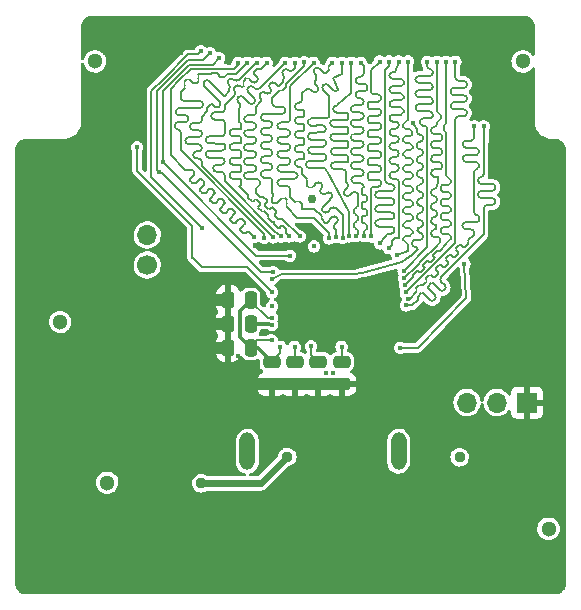
<source format=gbr>
%TF.GenerationSoftware,KiCad,Pcbnew,6.0.6-3a73a75311~116~ubuntu20.04.1*%
%TF.CreationDate,2022-07-23T10:23:23+07:00*%
%TF.ProjectId,CH569Board,43483536-3942-46f6-9172-642e6b696361,rev?*%
%TF.SameCoordinates,Original*%
%TF.FileFunction,Copper,L4,Bot*%
%TF.FilePolarity,Positive*%
%FSLAX46Y46*%
G04 Gerber Fmt 4.6, Leading zero omitted, Abs format (unit mm)*
G04 Created by KiCad (PCBNEW 6.0.6-3a73a75311~116~ubuntu20.04.1) date 2022-07-23 10:23:23*
%MOMM*%
%LPD*%
G01*
G04 APERTURE LIST*
G04 Aperture macros list*
%AMRoundRect*
0 Rectangle with rounded corners*
0 $1 Rounding radius*
0 $2 $3 $4 $5 $6 $7 $8 $9 X,Y pos of 4 corners*
0 Add a 4 corners polygon primitive as box body*
4,1,4,$2,$3,$4,$5,$6,$7,$8,$9,$2,$3,0*
0 Add four circle primitives for the rounded corners*
1,1,$1+$1,$2,$3*
1,1,$1+$1,$4,$5*
1,1,$1+$1,$6,$7*
1,1,$1+$1,$8,$9*
0 Add four rect primitives between the rounded corners*
20,1,$1+$1,$2,$3,$4,$5,0*
20,1,$1+$1,$4,$5,$6,$7,0*
20,1,$1+$1,$6,$7,$8,$9,0*
20,1,$1+$1,$8,$9,$2,$3,0*%
G04 Aperture macros list end*
%TA.AperFunction,ComponentPad*%
%ADD10C,1.300000*%
%TD*%
%TA.AperFunction,ComponentPad*%
%ADD11C,1.700000*%
%TD*%
%TA.AperFunction,ComponentPad*%
%ADD12O,1.700000X1.700000*%
%TD*%
%TA.AperFunction,ComponentPad*%
%ADD13R,1.700000X1.700000*%
%TD*%
%TA.AperFunction,ComponentPad*%
%ADD14O,1.300000X3.200000*%
%TD*%
%TA.AperFunction,SMDPad,CuDef*%
%ADD15RoundRect,0.250000X-0.475000X0.250000X-0.475000X-0.250000X0.475000X-0.250000X0.475000X0.250000X0*%
%TD*%
%TA.AperFunction,SMDPad,CuDef*%
%ADD16RoundRect,0.250000X0.250000X0.475000X-0.250000X0.475000X-0.250000X-0.475000X0.250000X-0.475000X0*%
%TD*%
%TA.AperFunction,ViaPad*%
%ADD17C,0.450000*%
%TD*%
%TA.AperFunction,ViaPad*%
%ADD18C,0.950000*%
%TD*%
%TA.AperFunction,ViaPad*%
%ADD19C,0.750000*%
%TD*%
%TA.AperFunction,ViaPad*%
%ADD20C,1.300000*%
%TD*%
%TA.AperFunction,Conductor*%
%ADD21C,1.000000*%
%TD*%
%TA.AperFunction,Conductor*%
%ADD22C,0.205740*%
%TD*%
%TA.AperFunction,Conductor*%
%ADD23C,0.200000*%
%TD*%
%TA.AperFunction,Conductor*%
%ADD24C,0.300000*%
%TD*%
%TA.AperFunction,Conductor*%
%ADD25C,0.600000*%
%TD*%
G04 APERTURE END LIST*
D10*
%TO.P,CN1,*%
%TO.N,*%
X143710000Y-82390000D03*
X107510000Y-82390000D03*
%TD*%
D11*
%TO.P,J1,1,Pin_1*%
%TO.N,/GXO+*%
X111912400Y-99623800D03*
D12*
%TO.P,J1,2,Pin_2*%
%TO.N,/GXO-*%
X111912400Y-97083800D03*
%TD*%
D13*
%TO.P,J2,1,Pin_1*%
%TO.N,GND*%
X144075000Y-111275000D03*
D12*
%TO.P,J2,2,Pin_2*%
%TO.N,/RXD*%
X141535000Y-111275000D03*
%TO.P,J2,3,Pin_3*%
%TO.N,/TXD*%
X138995000Y-111275000D03*
%TD*%
D14*
%TO.P,USB1,10,10*%
%TO.N,unconnected-(USB1-Pad10)*%
X120400000Y-115390007D03*
%TO.P,USB1,11,11*%
%TO.N,unconnected-(USB1-Pad11)*%
X133200000Y-115390007D03*
%TD*%
D15*
%TO.P,C6,1*%
%TO.N,+1V2*%
X126410000Y-107820000D03*
%TO.P,C6,2*%
%TO.N,GND*%
X126410000Y-109720000D03*
%TD*%
%TO.P,C8,1*%
%TO.N,/VIO*%
X128400000Y-107820000D03*
%TO.P,C8,2*%
%TO.N,GND*%
X128400000Y-109720000D03*
%TD*%
D16*
%TO.P,C18,1*%
%TO.N,+3V3*%
X120670000Y-102580000D03*
%TO.P,C18,2*%
%TO.N,GND*%
X118770000Y-102580000D03*
%TD*%
D15*
%TO.P,C10,1*%
%TO.N,+1V2*%
X124430000Y-107820000D03*
%TO.P,C10,2*%
%TO.N,GND*%
X124430000Y-109720000D03*
%TD*%
D16*
%TO.P,C17,1*%
%TO.N,+3V3*%
X120680000Y-106620000D03*
%TO.P,C17,2*%
%TO.N,GND*%
X118780000Y-106620000D03*
%TD*%
D15*
%TO.P,C9,1*%
%TO.N,+3V3*%
X122460000Y-107810000D03*
%TO.P,C9,2*%
%TO.N,GND*%
X122460000Y-109710000D03*
%TD*%
D16*
%TO.P,C20,1*%
%TO.N,+1V2*%
X120670000Y-104600000D03*
%TO.P,C20,2*%
%TO.N,GND*%
X118770000Y-104600000D03*
%TD*%
D17*
%TO.N,GND*%
X110520000Y-126730000D03*
X126810000Y-82460000D03*
D18*
X117023147Y-104516260D03*
D17*
X114525000Y-98175000D03*
X113500000Y-100125000D03*
D19*
X127711200Y-105521000D03*
D17*
X139225000Y-126475000D03*
X118170000Y-119510000D03*
X116240000Y-112310000D03*
D19*
X127711200Y-104454200D03*
D17*
X137850000Y-124975000D03*
X111610000Y-86845000D03*
D19*
X123444000Y-103362000D03*
D17*
X130820000Y-82450000D03*
X113680000Y-126720000D03*
X109540000Y-82520000D03*
X106850000Y-123600000D03*
X139827000Y-106553000D03*
D20*
X118790000Y-109750000D03*
D18*
X129780000Y-115940000D03*
D17*
X114071400Y-106629200D03*
D19*
X124510800Y-102295200D03*
D17*
X113325000Y-102750000D03*
X117620000Y-110660000D03*
D19*
X126644400Y-102320600D03*
D17*
X109474000Y-103886000D03*
X102320000Y-90180000D03*
X141986000Y-90678000D03*
X123750000Y-119540000D03*
X135330000Y-110590000D03*
D19*
X124510800Y-104428800D03*
X123444000Y-104428800D03*
D17*
X142990000Y-94170000D03*
X111125000Y-92575000D03*
X141986000Y-97663000D03*
D19*
X123444000Y-105495600D03*
D17*
X114800000Y-81680000D03*
D19*
X125577600Y-105495600D03*
D17*
X107797600Y-87934800D03*
X141953756Y-100853519D03*
X113893600Y-109067600D03*
X116230000Y-114580000D03*
D19*
X123444000Y-102295200D03*
D17*
X136220000Y-117640000D03*
X119608600Y-107289600D03*
D19*
X125848191Y-94020630D03*
D17*
X115544600Y-109702600D03*
X138810000Y-82390000D03*
X101370000Y-120690000D03*
X145650000Y-126450000D03*
D19*
X124510800Y-101203000D03*
D17*
X129840000Y-119470000D03*
X116190000Y-116320000D03*
X102220000Y-115860000D03*
X107670000Y-84820000D03*
X111610000Y-82500000D03*
X114935000Y-107492800D03*
X129413000Y-99568000D03*
D18*
X126820000Y-112680000D03*
D17*
X113360200Y-105816400D03*
D19*
X124510800Y-103362000D03*
X125577600Y-103362000D03*
D17*
X122810000Y-82450000D03*
X132440000Y-112320000D03*
D19*
X126644400Y-103387400D03*
X125577600Y-102295200D03*
X123444000Y-101203000D03*
D17*
X141986000Y-87376000D03*
X102250000Y-96690000D03*
X138176000Y-107950000D03*
X143040000Y-84800000D03*
D19*
X125577600Y-104428800D03*
D17*
X143040000Y-80040000D03*
X117023147Y-107893853D03*
D19*
X126644400Y-105521000D03*
D17*
X102270000Y-93470000D03*
D19*
X127711200Y-103387400D03*
D17*
X117398800Y-109677200D03*
X121080000Y-98060000D03*
X114500000Y-96075000D03*
X134810000Y-82380000D03*
X141986000Y-104394000D03*
D19*
X124510800Y-105495600D03*
D17*
X107610000Y-79950000D03*
D19*
X126644400Y-101228400D03*
X126644400Y-104454200D03*
D17*
X112180000Y-110660000D03*
X118810000Y-82490000D03*
D19*
X125577600Y-101203000D03*
X127711200Y-102320600D03*
X127711200Y-101228400D03*
D20*
%TO.N,+3V3*%
X104540000Y-104460000D03*
D17*
X123200000Y-106550000D03*
X122450000Y-106000000D03*
X122480000Y-104080000D03*
D20*
%TO.N,+5V*%
X108528000Y-118062000D03*
X145896800Y-121958000D03*
D17*
%TO.N,+1V2*%
X122500000Y-104680000D03*
X125790000Y-106510000D03*
X124400000Y-106560000D03*
D18*
X138360000Y-115910000D03*
D17*
%TO.N,/VIO*%
X126034800Y-98044000D03*
X122490000Y-103110000D03*
X128380000Y-106550000D03*
%TO.N,/SCLK*%
X116586000Y-96520000D03*
X116459000Y-81534000D03*
%TO.N,/CS*%
X111048800Y-89662000D03*
X122490000Y-101930000D03*
%TO.N,/HD2*%
X122460000Y-100810000D03*
X134420000Y-87640000D03*
%TO.N,/HD18*%
X132400000Y-82400000D03*
X131622800Y-97790000D03*
%TO.N,/HD17*%
X133225000Y-82400000D03*
X132384800Y-98196400D03*
%TO.N,/HD16*%
X133096000Y-98755200D03*
X134000000Y-82400000D03*
%TO.N,/HD15*%
X133637768Y-100128917D03*
X135625000Y-82425000D03*
%TO.N,/HD14*%
X133678099Y-100731164D03*
X136425000Y-82425000D03*
%TO.N,/HD13*%
X137225000Y-82425000D03*
X133775000Y-101325000D03*
%TO.N,/HD12*%
X138000000Y-82425000D03*
X133817712Y-101951384D03*
%TO.N,/HD11*%
X139598400Y-87884000D03*
X133993549Y-102500416D03*
%TO.N,/HD10*%
X140411200Y-87884000D03*
X133822478Y-103050952D03*
%TO.N,/HTRDY*%
X133340000Y-106640000D03*
X138770000Y-99520000D03*
%TO.N,/HD19*%
X131600000Y-82400000D03*
X130850000Y-97200000D03*
%TO.N,/HD20*%
X130250000Y-97175000D03*
X130000000Y-82500000D03*
%TO.N,/HD21*%
X129604047Y-97152549D03*
X129200000Y-82500000D03*
%TO.N,/HD23*%
X128462025Y-97301824D03*
X127600000Y-82500000D03*
%TO.N,/HD25*%
X125225000Y-82475000D03*
X127317823Y-97370467D03*
%TO.N,/HD27*%
X123950000Y-97200000D03*
X123600000Y-82500000D03*
%TO.N,/HD28*%
X123250000Y-97210000D03*
X122025000Y-82500000D03*
%TO.N,/LED1*%
X123991255Y-98830218D03*
X118010000Y-82120000D03*
X113260000Y-90930000D03*
%TO.N,/HD29*%
X122580000Y-97280000D03*
X121200000Y-82500000D03*
%TO.N,/LED2*%
X117220000Y-81690000D03*
X112945711Y-91770711D03*
X122580000Y-100220000D03*
%TO.N,/HD30*%
X121825000Y-97300000D03*
X120400000Y-82500000D03*
%TO.N,/HD31*%
X120950000Y-97250000D03*
X119600000Y-82500000D03*
%TO.N,/TXD*%
X127029324Y-108749973D03*
%TO.N,/RXD*%
X127680000Y-108760000D03*
D18*
%TO.N,/VBUS*%
X116500000Y-118120000D03*
X123780000Y-115870000D03*
D17*
%TO.N,/HD22*%
X129029532Y-97200378D03*
X128400000Y-82500000D03*
%TO.N,/HD24*%
X126000000Y-82500000D03*
X127886195Y-97273983D03*
%TO.N,/HD26*%
X124425000Y-82500000D03*
X124825000Y-97200000D03*
%TD*%
D21*
%TO.N,GND*%
X118780000Y-106620000D02*
X117460000Y-106620000D01*
X117106887Y-104600000D02*
X117023147Y-104516260D01*
X117023147Y-108193147D02*
X117023147Y-107893853D01*
X128400000Y-109720000D02*
X118550000Y-109720000D01*
X118770000Y-104600000D02*
X117106887Y-104600000D01*
X117023147Y-107893853D02*
X117023147Y-104516260D01*
X117250000Y-102580000D02*
X117023147Y-102806853D01*
X117023147Y-102806853D02*
X117023147Y-104516260D01*
X118550000Y-109720000D02*
X117023147Y-108193147D01*
X117023147Y-106183147D02*
X117023147Y-104516260D01*
X118770000Y-102580000D02*
X117250000Y-102580000D01*
X117460000Y-106620000D02*
X117023147Y-106183147D01*
D22*
%TO.N,+3V3*%
X122450000Y-106000000D02*
X121230000Y-106000000D01*
D23*
X122110000Y-104110000D02*
X120650000Y-102650000D01*
D24*
X120670000Y-102580000D02*
X119770000Y-103480000D01*
D22*
X121230000Y-106000000D02*
X120680000Y-106550000D01*
D24*
X121270000Y-106620000D02*
X122460000Y-107810000D01*
D23*
X123200000Y-107070000D02*
X122460000Y-107810000D01*
D24*
X119770000Y-105710000D02*
X120680000Y-106620000D01*
X120680000Y-106620000D02*
X121270000Y-106620000D01*
D23*
X123200000Y-106550000D02*
X123200000Y-107070000D01*
D24*
X119770000Y-103480000D02*
X119770000Y-105710000D01*
D23*
X122480000Y-104080000D02*
X122110000Y-104110000D01*
%TO.N,+1V2*%
X122500000Y-104680000D02*
X120756503Y-104686503D01*
X120766959Y-104503041D02*
X120670000Y-104600000D01*
X125790000Y-106510000D02*
X125820000Y-107230000D01*
X125820000Y-107230000D02*
X126410000Y-107820000D01*
X124410000Y-107800000D02*
X124430000Y-107820000D01*
X122330000Y-104570000D02*
X122263041Y-104503041D01*
X124400000Y-106560000D02*
X124410000Y-107800000D01*
X120756503Y-104686503D02*
X120670000Y-104600000D01*
X122263041Y-104503041D02*
X120766959Y-104503041D01*
%TO.N,/VIO*%
X128380000Y-107800000D02*
X128400000Y-107820000D01*
X128380000Y-106550000D02*
X128380000Y-107800000D01*
%TO.N,/SCLK*%
X112268000Y-92202000D02*
X112268000Y-84915494D01*
X115395493Y-81788000D02*
X116205000Y-81788000D01*
X113298347Y-83885147D02*
X115395493Y-81788000D01*
X116205000Y-81788000D02*
X116459000Y-81534000D01*
X116586000Y-96520000D02*
X112268000Y-92202000D01*
X112268000Y-84915494D02*
X113298347Y-83885147D01*
%TO.N,/CS*%
X111048800Y-91643200D02*
X111048800Y-89662000D01*
X111506000Y-92100400D02*
X111048800Y-91643200D01*
X116524831Y-99811631D02*
X115773200Y-99060000D01*
X115722400Y-99009200D02*
X115722400Y-96570800D01*
X116841631Y-99811631D02*
X116524831Y-99811631D01*
X115722400Y-96316800D02*
X111506000Y-92100400D01*
X120371631Y-99811631D02*
X116841631Y-99811631D01*
X122490000Y-101930000D02*
X120371631Y-99811631D01*
X115773200Y-99060000D02*
X115722400Y-99009200D01*
X115722400Y-96570800D02*
X115722400Y-96316800D01*
D22*
%TO.N,/HD2*%
X130135000Y-100275000D02*
X133450000Y-99410000D01*
X135011961Y-92208216D02*
X135011960Y-92208216D01*
X135264709Y-92556237D02*
X135263921Y-92456240D01*
X134731260Y-88310305D02*
X134731261Y-88310304D01*
X123350000Y-100420000D02*
X129420000Y-100430000D01*
X133800063Y-99150405D02*
X134340000Y-98750000D01*
X134797007Y-96660048D02*
X134797008Y-96660048D01*
X135283606Y-94956163D02*
X135282818Y-94856166D01*
X135015503Y-95833301D02*
X135015504Y-95833301D01*
X134788738Y-95610079D02*
X134788739Y-95610079D01*
X134578512Y-97486797D02*
X135028497Y-97483252D01*
X129420000Y-100430000D02*
X130135000Y-100275000D01*
X134778895Y-94360118D02*
X134778896Y-94360118D01*
X134993064Y-89808290D02*
X134993063Y-89808290D01*
X135030858Y-94608142D02*
X135030857Y-94608142D01*
X135285969Y-88905956D02*
X135285575Y-88855957D01*
X134356471Y-97863555D02*
X134356472Y-97863556D01*
X134741102Y-89560266D02*
X134740317Y-89460270D01*
X133450000Y-99410000D02*
X133800063Y-99150405D01*
X135274157Y-93756200D02*
X135273369Y-93656203D01*
X134731261Y-88310304D02*
X134730000Y-88150000D01*
X122460000Y-100810000D02*
X123180000Y-100440000D01*
X135002512Y-91008253D02*
X135002511Y-91008253D01*
X134769446Y-93160155D02*
X134769447Y-93160155D01*
X135243450Y-96206518D02*
X135242268Y-96056522D01*
X134678060Y-88064548D02*
X134420000Y-87640000D01*
X135008418Y-88583130D02*
X135008418Y-88583131D01*
X134741101Y-89560266D02*
X134741102Y-89560266D01*
X135264710Y-92556236D02*
X135264709Y-92556237D01*
X135274158Y-93756199D02*
X135274157Y-93756200D01*
X134759999Y-91960192D02*
X134759214Y-91860196D01*
X134778896Y-94360118D02*
X134778111Y-94260122D01*
X135013142Y-89183113D02*
X135013143Y-89183113D01*
X134730000Y-88150000D02*
X134678060Y-88064548D01*
X134340000Y-98750000D02*
X134810000Y-98310000D01*
X135283607Y-94956162D02*
X135283606Y-94956163D01*
X134797006Y-96660048D02*
X134797007Y-96660048D01*
X135245812Y-90156311D02*
X135245024Y-90056314D01*
X135023771Y-96883270D02*
X135023772Y-96883270D01*
X123160000Y-100450000D02*
X123350000Y-100420000D01*
X134356472Y-97863556D02*
X134355292Y-97713560D01*
X134759998Y-91960192D02*
X134759999Y-91960192D01*
X135243451Y-96206517D02*
X135243450Y-96206518D01*
X135021409Y-93408179D02*
X135021408Y-93408179D01*
X135255261Y-91356273D02*
X135255260Y-91356274D01*
X135251718Y-97256487D02*
X135250536Y-97106491D01*
X134788739Y-95610079D02*
X134787560Y-95460085D01*
X134750549Y-90760229D02*
X134750550Y-90760229D01*
X135285969Y-88905955D02*
X135285969Y-88905956D01*
X135255260Y-91356274D02*
X135254472Y-91256277D01*
X134578513Y-97486797D02*
X134578512Y-97486797D01*
X134769447Y-93160155D02*
X134768663Y-93060159D01*
X123180000Y-100440000D02*
X123160000Y-100450000D01*
X135245813Y-90156310D02*
X135245812Y-90156311D01*
X134750550Y-90760229D02*
X134749766Y-90660233D01*
X134578513Y-97486793D02*
G75*
G03*
X134355293Y-97713560I1787J-225007D01*
G01*
X135016686Y-92808164D02*
G75*
G03*
X134768664Y-93060159I2014J-250036D01*
G01*
X134741111Y-89560266D02*
G75*
G03*
X134993063Y-89808289I249989J1966D01*
G01*
X134731270Y-88310305D02*
G75*
G03*
X135008418Y-88583131I275030J2205D01*
G01*
X135243482Y-96206517D02*
G75*
G02*
X135020229Y-96433282I-224982J-1783D01*
G01*
X135035582Y-95208061D02*
G75*
G03*
X134787561Y-95460085I2018J-250039D01*
G01*
X134778859Y-94360118D02*
G75*
G03*
X135030857Y-94608141I250041J2018D01*
G01*
X135274160Y-93756199D02*
G75*
G02*
X135026134Y-94008161I-249960J-2001D01*
G01*
X134750546Y-90760229D02*
G75*
G03*
X135002511Y-91008253I249954J1929D01*
G01*
X135030858Y-94608083D02*
G75*
G02*
X135282818Y-94856166I1942J-250017D01*
G01*
X135255335Y-91356272D02*
G75*
G02*
X135007237Y-91608234I-250035J-1928D01*
G01*
X135007237Y-91608215D02*
G75*
G03*
X134759215Y-91860196I1963J-249985D01*
G01*
X135264697Y-92556236D02*
G75*
G02*
X135016686Y-92808197I-249997J-1964D01*
G01*
X135283623Y-94956162D02*
G75*
G02*
X135035583Y-95208123I-250023J-1938D01*
G01*
X135002512Y-91008229D02*
G75*
G02*
X135254472Y-91256277I1988J-249971D01*
G01*
X135026134Y-94008212D02*
G75*
G03*
X134778111Y-94260122I1966J-249988D01*
G01*
X135011961Y-92208180D02*
G75*
G02*
X135263920Y-92456240I1939J-250020D01*
G01*
X135286013Y-88905955D02*
G75*
G02*
X135013143Y-89183113I-275013J-2145D01*
G01*
X134769421Y-93160155D02*
G75*
G03*
X135021408Y-93408179I249979J1955D01*
G01*
X134993064Y-89808276D02*
G75*
G02*
X135245023Y-90056314I1936J-250024D01*
G01*
X134356522Y-97863555D02*
G75*
G03*
X134583235Y-98086778I224978J1755D01*
G01*
X135013142Y-89183117D02*
G75*
G03*
X134740318Y-89460270I2158J-274983D01*
G01*
X135251652Y-97256488D02*
G75*
G02*
X135028497Y-97483252I-224952J-1812D01*
G01*
X135008418Y-88583126D02*
G75*
G02*
X135285575Y-88855957I2182J-274974D01*
G01*
X134788699Y-95610079D02*
G75*
G03*
X135015504Y-95833301I225001J1779D01*
G01*
X135021409Y-93408232D02*
G75*
G02*
X135273368Y-93656203I1991J-249968D01*
G01*
X134759985Y-91960192D02*
G75*
G03*
X135011960Y-92208215I250015J1992D01*
G01*
X134997789Y-90408267D02*
G75*
G03*
X134749766Y-90660233I2011J-250033D01*
G01*
X135245771Y-90156310D02*
G75*
G02*
X134997789Y-90408271I-249971J-1990D01*
G01*
X135020229Y-96433309D02*
G75*
G03*
X134797009Y-96660048I1771J-224991D01*
G01*
X134583235Y-98086800D02*
G75*
G02*
X134810000Y-98310000I1765J-225000D01*
G01*
X135015503Y-95833332D02*
G75*
G02*
X135242268Y-96056522I1797J-224968D01*
G01*
X135023771Y-96883264D02*
G75*
G02*
X135250536Y-97106491I1729J-225036D01*
G01*
X134797031Y-96660048D02*
G75*
G03*
X135023772Y-96883269I224969J1748D01*
G01*
%TO.N,/HD18*%
X132562964Y-95172000D02*
X131517036Y-95172000D01*
X132562964Y-92772000D02*
X132390000Y-92772000D01*
X132090000Y-83110000D02*
X132400000Y-82800000D01*
X132400000Y-82800000D02*
X132400000Y-82400000D01*
X131517036Y-93372000D02*
X132562964Y-93372000D01*
X132090000Y-92472000D02*
X132090000Y-83110000D01*
X131517036Y-95772000D02*
X132562964Y-95772000D01*
X131622800Y-97790000D02*
X132090000Y-97272000D01*
X132562964Y-96372000D02*
X132390000Y-96372000D01*
X132562964Y-93972000D02*
X131517036Y-93972000D01*
X132390000Y-96972000D02*
X132562964Y-96972000D01*
X132390000Y-96372000D02*
X131517036Y-96372000D01*
X131517036Y-94572000D02*
X132562964Y-94572000D01*
X131517036Y-95772036D02*
G75*
G03*
X131217036Y-96072000I-36J-299964D01*
G01*
X132562964Y-92772036D02*
G75*
G02*
X132862964Y-93072000I36J-299964D01*
G01*
X132863000Y-94272000D02*
G75*
G02*
X132562964Y-94572000I-300000J0D01*
G01*
X131517036Y-93372036D02*
G75*
G03*
X131217036Y-93672000I-36J-299964D01*
G01*
X132562964Y-95172036D02*
G75*
G02*
X132862964Y-95472000I36J-299964D01*
G01*
X131217000Y-96072000D02*
G75*
G03*
X131517036Y-96372000I300000J0D01*
G01*
X131217000Y-94872000D02*
G75*
G03*
X131517036Y-95172000I300000J0D01*
G01*
X132863000Y-95472000D02*
G75*
G02*
X132562964Y-95772000I-300000J0D01*
G01*
X132863000Y-96672000D02*
G75*
G02*
X132562964Y-96972000I-300000J0D01*
G01*
X131217000Y-93672000D02*
G75*
G03*
X131517036Y-93972000I300000J0D01*
G01*
X132090000Y-92472000D02*
G75*
G03*
X132390000Y-92772000I300000J0D01*
G01*
X132863000Y-93072000D02*
G75*
G02*
X132562964Y-93372000I-300000J0D01*
G01*
X132390000Y-96972000D02*
G75*
G03*
X132090000Y-97272000I0J-300000D01*
G01*
X132562964Y-96372036D02*
G75*
G02*
X132862964Y-96672000I36J-299964D01*
G01*
X132562964Y-93972036D02*
G75*
G02*
X132862964Y-94272000I36J-299964D01*
G01*
X131517036Y-94572036D02*
G75*
G03*
X131217036Y-94872000I-36J-299964D01*
G01*
%TO.N,/HD17*%
X133248400Y-97332800D02*
X133230355Y-92784987D01*
X133230355Y-92784987D02*
X133229761Y-92634990D01*
X133229761Y-92634990D02*
X133229759Y-92634989D01*
X132725000Y-89285000D02*
X132925000Y-89285000D01*
X132725000Y-88085000D02*
X132925000Y-88085000D01*
X132728573Y-92336975D02*
X132728574Y-92336974D01*
X133625000Y-84285000D02*
X133625000Y-84085000D01*
X132925000Y-91085000D02*
X132725000Y-91085000D01*
X132925000Y-88685000D02*
X132725000Y-88685000D01*
X132726193Y-91736980D02*
X132926192Y-91736187D01*
X132649436Y-97582365D02*
X132899003Y-97332799D01*
X133225000Y-91435000D02*
X133225000Y-91385000D01*
X133425000Y-85085000D02*
X132725000Y-85085000D01*
X132725000Y-83285000D02*
X132925000Y-83285000D01*
X133625000Y-86685000D02*
X133625000Y-86485000D01*
X132925000Y-87485000D02*
X132725000Y-87485000D01*
X132725000Y-86885000D02*
X133425000Y-86885000D01*
X132925000Y-83285000D02*
X133225000Y-82400000D01*
X132725000Y-84485000D02*
X133425000Y-84485000D01*
X132399871Y-98181328D02*
X132649436Y-97931761D01*
X132926192Y-91736187D02*
X132926192Y-91736188D01*
X132427386Y-92038168D02*
X132427385Y-92038168D01*
X132725000Y-85685000D02*
X133425000Y-85685000D01*
X133425000Y-86285000D02*
X132725000Y-86285000D01*
X132384800Y-98196400D02*
X132399871Y-98181328D01*
X132725000Y-90485000D02*
X132925000Y-90485000D01*
X133425000Y-83885000D02*
X132725000Y-83885000D01*
X132925000Y-89885000D02*
X132725000Y-89885000D01*
X133073701Y-97332799D02*
X133073702Y-97332800D01*
X133625000Y-85485000D02*
X133625000Y-85285000D01*
X132928571Y-92336181D02*
X132728573Y-92336975D01*
X132425000Y-87185000D02*
G75*
G03*
X132725000Y-87485000I300000J0D01*
G01*
X132427426Y-92038168D02*
G75*
G03*
X132728574Y-92336974I299974J1168D01*
G01*
X132725000Y-85685000D02*
G75*
G03*
X132425000Y-85985000I0J-300000D01*
G01*
X132725000Y-90485000D02*
G75*
G03*
X132425000Y-90785000I0J-300000D01*
G01*
X132425000Y-84785000D02*
G75*
G03*
X132725000Y-85085000I300000J0D01*
G01*
X133248400Y-97332800D02*
G75*
G02*
X133073702Y-97332800I-87349J87349D01*
G01*
X133225000Y-87785000D02*
G75*
G02*
X132925000Y-88085000I-300000J0D01*
G01*
X132425000Y-85985000D02*
G75*
G03*
X132725000Y-86285000I300000J0D01*
G01*
X132925000Y-88685000D02*
G75*
G02*
X133225000Y-88985000I0J-300000D01*
G01*
X132925000Y-91085000D02*
G75*
G02*
X133225000Y-91385000I0J-300000D01*
G01*
X132726193Y-91736985D02*
G75*
G03*
X132427385Y-92038168I1207J-300015D01*
G01*
X132649448Y-97757051D02*
G75*
G02*
X132649436Y-97931761I-87348J-87349D01*
G01*
X133225000Y-88985000D02*
G75*
G02*
X132925000Y-89285000I-300000J0D01*
G01*
X133225000Y-90185000D02*
G75*
G02*
X132925000Y-90485000I-300000J0D01*
G01*
X132425000Y-89585000D02*
G75*
G03*
X132725000Y-89885000I300000J0D01*
G01*
X133425000Y-83885000D02*
G75*
G02*
X133625000Y-84085000I0J-200000D01*
G01*
X132725000Y-86885000D02*
G75*
G03*
X132425000Y-87185000I0J-300000D01*
G01*
X133625000Y-86685000D02*
G75*
G02*
X133425000Y-86885000I-200000J0D01*
G01*
X133425000Y-86285000D02*
G75*
G02*
X133625000Y-86485000I0J-200000D01*
G01*
X133625000Y-84285000D02*
G75*
G02*
X133425000Y-84485000I-200000J0D01*
G01*
X133224988Y-91435000D02*
G75*
G02*
X132926192Y-91736188I-299988J-1200D01*
G01*
X132425000Y-90785000D02*
G75*
G03*
X132725000Y-91085000I300000J0D01*
G01*
X133425000Y-85085000D02*
G75*
G02*
X133625000Y-85285000I0J-200000D01*
G01*
X132925000Y-89885000D02*
G75*
G02*
X133225000Y-90185000I0J-300000D01*
G01*
X132425000Y-83585000D02*
G75*
G03*
X132725000Y-83885000I300000J0D01*
G01*
X133625000Y-85485000D02*
G75*
G02*
X133425000Y-85685000I-200000J0D01*
G01*
X132925000Y-87485000D02*
G75*
G02*
X133225000Y-87785000I0J-300000D01*
G01*
X132928571Y-92336242D02*
G75*
G02*
X133229759Y-92634989I1229J-299958D01*
G01*
X132725000Y-89285000D02*
G75*
G03*
X132425000Y-89585000I0J-300000D01*
G01*
X133073701Y-97332799D02*
G75*
G03*
X132899003Y-97332799I-87349J-87349D01*
G01*
X132725000Y-84485000D02*
G75*
G03*
X132425000Y-84785000I0J-300000D01*
G01*
X132649422Y-97582351D02*
G75*
G03*
X132649436Y-97757063I87378J-87349D01*
G01*
X132725000Y-83285000D02*
G75*
G03*
X132425000Y-83585000I0J-300000D01*
G01*
X132725000Y-88085000D02*
G75*
G03*
X132425000Y-88385000I0J-300000D01*
G01*
X132425000Y-88385000D02*
G75*
G03*
X132725000Y-88685000I300000J0D01*
G01*
%TO.N,/HD16*%
X134000000Y-95332000D02*
X134200000Y-95332000D01*
X133600000Y-91332000D02*
X133600000Y-91532000D01*
X134400000Y-95532000D02*
X134400000Y-95732000D01*
X133600000Y-88932000D02*
X133600000Y-89132000D01*
X134000000Y-89332000D02*
X134200000Y-89332000D01*
X133600000Y-93732000D02*
X133600000Y-93932000D01*
X133800000Y-92932000D02*
X134000000Y-92932000D01*
X134000000Y-98407422D02*
X133096000Y-98755200D01*
X134200000Y-91132000D02*
X134000000Y-91132000D01*
X133600000Y-97332000D02*
X133600000Y-97532000D01*
X134000000Y-93532000D02*
X133800000Y-93532000D01*
X133800000Y-90532000D02*
X134000000Y-90532000D01*
X134400000Y-90732000D02*
X134400000Y-90932000D01*
X134400000Y-91932000D02*
X134400000Y-92132000D01*
X134000000Y-90532000D02*
X134200000Y-90532000D01*
X134150000Y-88732000D02*
X134000000Y-88732000D01*
X134000000Y-82400000D02*
X134000000Y-87332000D01*
X134000000Y-95932000D02*
X133800000Y-95932000D01*
X133800000Y-95332000D02*
X134000000Y-95332000D01*
X133600000Y-96132000D02*
X133600000Y-96332000D01*
X134400000Y-93132000D02*
X134400000Y-93332000D01*
X134200000Y-92332000D02*
X134000000Y-92332000D01*
X133600000Y-94932000D02*
X133600000Y-95132000D01*
X134300000Y-88282000D02*
X134300000Y-88582000D01*
X134000000Y-97132000D02*
X133800000Y-97132000D01*
X134000000Y-88132000D02*
X134150000Y-88132000D01*
X133800000Y-88132000D02*
X134000000Y-88132000D01*
X134200000Y-97132000D02*
X134000000Y-97132000D01*
X134000000Y-92332000D02*
X133800000Y-92332000D01*
X134000000Y-91732000D02*
X134200000Y-91732000D01*
X134000000Y-91132000D02*
X133800000Y-91132000D01*
X134000000Y-94132000D02*
X134200000Y-94132000D01*
X134200000Y-94732000D02*
X134000000Y-94732000D01*
X133800000Y-89332000D02*
X134000000Y-89332000D01*
X134400000Y-96732000D02*
X134400000Y-96932000D01*
X133800000Y-96532000D02*
X134000000Y-96532000D01*
X134000000Y-97932000D02*
X134000000Y-98407422D01*
X133600000Y-87732000D02*
X133600000Y-87932000D01*
X133600000Y-90132000D02*
X133600000Y-90332000D01*
X134000000Y-94732000D02*
X133800000Y-94732000D01*
X134400000Y-89532000D02*
X134400000Y-89732000D01*
X133600000Y-92532000D02*
X133600000Y-92732000D01*
X134200000Y-93532000D02*
X134000000Y-93532000D01*
X134200000Y-89932000D02*
X134000000Y-89932000D01*
X134000000Y-96532000D02*
X134200000Y-96532000D01*
X134000000Y-88732000D02*
X133800000Y-88732000D01*
X134000000Y-92932000D02*
X134200000Y-92932000D01*
X134000000Y-89932000D02*
X133800000Y-89932000D01*
X133800000Y-94132000D02*
X134000000Y-94132000D01*
X134200000Y-95932000D02*
X134000000Y-95932000D01*
X133800000Y-91732000D02*
X134000000Y-91732000D01*
X134400000Y-94332000D02*
X134400000Y-94532000D01*
X134300000Y-88282000D02*
G75*
G03*
X134150000Y-88132000I-150000J0D01*
G01*
X133800000Y-97732000D02*
G75*
G02*
X133600000Y-97532000I0J200000D01*
G01*
X134400000Y-96732000D02*
G75*
G03*
X134200000Y-96532000I-200000J0D01*
G01*
X133800000Y-90532000D02*
G75*
G02*
X133600000Y-90332000I0J200000D01*
G01*
X134400000Y-94332000D02*
G75*
G03*
X134200000Y-94132000I-200000J0D01*
G01*
X134400000Y-93132000D02*
G75*
G03*
X134200000Y-92932000I-200000J0D01*
G01*
X134200000Y-93532000D02*
G75*
G03*
X134400000Y-93332000I0J200000D01*
G01*
X133600000Y-94932000D02*
G75*
G02*
X133800000Y-94732000I200000J0D01*
G01*
X134200000Y-89932000D02*
G75*
G03*
X134400000Y-89732000I0J200000D01*
G01*
X134150000Y-88732000D02*
G75*
G03*
X134300000Y-88582000I0J150000D01*
G01*
X134200000Y-97132000D02*
G75*
G03*
X134400000Y-96932000I0J200000D01*
G01*
X133800000Y-92932000D02*
G75*
G02*
X133600000Y-92732000I0J200000D01*
G01*
X133600000Y-92532000D02*
G75*
G02*
X133800000Y-92332000I200000J0D01*
G01*
X134200000Y-91132000D02*
G75*
G03*
X134400000Y-90932000I0J200000D01*
G01*
X133800000Y-94132000D02*
G75*
G02*
X133600000Y-93932000I0J200000D01*
G01*
X133800000Y-95332000D02*
G75*
G02*
X133600000Y-95132000I0J200000D01*
G01*
X134400000Y-89532000D02*
G75*
G03*
X134200000Y-89332000I-200000J0D01*
G01*
X134200000Y-95932000D02*
G75*
G03*
X134400000Y-95732000I0J200000D01*
G01*
X133600000Y-93732000D02*
G75*
G02*
X133800000Y-93532000I200000J0D01*
G01*
X133600000Y-91332000D02*
G75*
G02*
X133800000Y-91132000I200000J0D01*
G01*
X133600000Y-87732000D02*
G75*
G02*
X133800000Y-87532000I200000J0D01*
G01*
X133600000Y-90132000D02*
G75*
G02*
X133800000Y-89932000I200000J0D01*
G01*
X133600000Y-96132000D02*
G75*
G02*
X133800000Y-95932000I200000J0D01*
G01*
X133800000Y-96532000D02*
G75*
G02*
X133600000Y-96332000I0J200000D01*
G01*
X134400000Y-91932000D02*
G75*
G03*
X134200000Y-91732000I-200000J0D01*
G01*
X133800000Y-88132000D02*
G75*
G02*
X133600000Y-87932000I0J200000D01*
G01*
X134000000Y-97932000D02*
G75*
G03*
X133800000Y-97732000I-200000J0D01*
G01*
X133600000Y-88932000D02*
G75*
G02*
X133800000Y-88732000I200000J0D01*
G01*
X133800000Y-91732000D02*
G75*
G02*
X133600000Y-91532000I0J200000D01*
G01*
X134400000Y-90732000D02*
G75*
G03*
X134200000Y-90532000I-200000J0D01*
G01*
X134400000Y-95532000D02*
G75*
G03*
X134200000Y-95332000I-200000J0D01*
G01*
X134200000Y-92332000D02*
G75*
G03*
X134400000Y-92132000I0J200000D01*
G01*
X133800000Y-89332000D02*
G75*
G02*
X133600000Y-89132000I0J200000D01*
G01*
X133600000Y-97332000D02*
G75*
G02*
X133800000Y-97132000I200000J0D01*
G01*
X133800000Y-87532000D02*
G75*
G03*
X134000000Y-87332000I0J200000D01*
G01*
X134200000Y-94732000D02*
G75*
G03*
X134400000Y-94532000I0J200000D01*
G01*
%TO.N,/HD15*%
X134925000Y-83618000D02*
X135850000Y-83618000D01*
X134925000Y-86618000D02*
X135850000Y-86618000D01*
X134925000Y-84818000D02*
X135850000Y-84818000D01*
X134925000Y-85418000D02*
X135850000Y-85418000D01*
X135625000Y-88118000D02*
X135625000Y-98141685D01*
X136075000Y-86843000D02*
X136075000Y-86993000D01*
X135275000Y-87218000D02*
X135850000Y-87218000D01*
X135275000Y-87818000D02*
X135325000Y-87818000D01*
X134925000Y-86018000D02*
X135850000Y-86018000D01*
X136075000Y-85643000D02*
X136075000Y-85793000D01*
X135625000Y-82425000D02*
X135625000Y-82793000D01*
X136075000Y-83243000D02*
X136075000Y-83393000D01*
X135625000Y-98141685D02*
X133637768Y-100128917D01*
X134925000Y-84218000D02*
X135850000Y-84218000D01*
X136075000Y-84443000D02*
X136075000Y-84593000D01*
X134625000Y-85118000D02*
G75*
G02*
X134925000Y-84818000I300000J0D01*
G01*
X134925000Y-85418000D02*
G75*
G02*
X134625000Y-85118000I0J300000D01*
G01*
X135850000Y-83018000D02*
G75*
G02*
X135625000Y-82793000I0J225000D01*
G01*
X134625000Y-86318000D02*
G75*
G02*
X134925000Y-86018000I300000J0D01*
G01*
X136075000Y-85643000D02*
G75*
G03*
X135850000Y-85418000I-225000J0D01*
G01*
X134975000Y-87518000D02*
G75*
G02*
X135275000Y-87218000I300000J0D01*
G01*
X134925000Y-84218000D02*
G75*
G02*
X134625000Y-83918000I0J300000D01*
G01*
X134625000Y-83918000D02*
G75*
G02*
X134925000Y-83618000I300000J0D01*
G01*
X135850000Y-84818000D02*
G75*
G03*
X136075000Y-84593000I0J225000D01*
G01*
X135625000Y-88118000D02*
G75*
G03*
X135325000Y-87818000I-300000J0D01*
G01*
X134925000Y-86618000D02*
G75*
G02*
X134625000Y-86318000I0J300000D01*
G01*
X135275000Y-87818000D02*
G75*
G02*
X134975000Y-87518000I0J300000D01*
G01*
X136075000Y-86843000D02*
G75*
G03*
X135850000Y-86618000I-225000J0D01*
G01*
X136075000Y-83243000D02*
G75*
G03*
X135850000Y-83018000I-225000J0D01*
G01*
X136075000Y-84443000D02*
G75*
G03*
X135850000Y-84218000I-225000J0D01*
G01*
X135850000Y-83618000D02*
G75*
G03*
X136075000Y-83393000I0J225000D01*
G01*
X135850000Y-86018000D02*
G75*
G03*
X136075000Y-85793000I0J225000D01*
G01*
X135850000Y-87218000D02*
G75*
G03*
X136075000Y-86993000I0J225000D01*
G01*
%TO.N,/HD14*%
X133678099Y-100731164D02*
X134730631Y-99678632D01*
X136650000Y-89734263D02*
X136200000Y-89734263D01*
X136200000Y-90334263D02*
X136650000Y-90334263D01*
X136425000Y-86591546D02*
X136425000Y-82425000D01*
X136425000Y-95359263D02*
X136425000Y-95209263D01*
X136425000Y-94159263D02*
X136425000Y-94009263D01*
X135975000Y-88309263D02*
X135975000Y-88159263D01*
X136875000Y-88909263D02*
X136875000Y-88759263D01*
X135975000Y-93559263D02*
X135975000Y-93409263D01*
X134730631Y-99678632D02*
X135225608Y-99183658D01*
X136875000Y-91309263D02*
X136875000Y-91159263D01*
X136575000Y-97234263D02*
X136200000Y-97234263D01*
X136875000Y-90109263D02*
X136875000Y-89959263D01*
X136650000Y-90934263D02*
X136200000Y-90934263D01*
X136798455Y-87191546D02*
X136798455Y-86965000D01*
X135975000Y-94759263D02*
X135975000Y-94609263D01*
X135225608Y-99183658D02*
X136425000Y-97984263D01*
X136425000Y-87709263D02*
X136425000Y-87565000D01*
X135975000Y-95959263D02*
X135975000Y-95809263D01*
X136575000Y-92659263D02*
X136575000Y-92209263D01*
X136425000Y-92959263D02*
X136425000Y-92809263D01*
X136200000Y-91534263D02*
X136650000Y-91534263D01*
X136611727Y-87378273D02*
X136611728Y-87378273D01*
X135975000Y-97009263D02*
X135975000Y-96859263D01*
X136725000Y-97684263D02*
X136725000Y-97384263D01*
X136650000Y-88534263D02*
X136200000Y-88534263D01*
X135975000Y-90709263D02*
X135975000Y-90559263D01*
X136200000Y-89134263D02*
X136650000Y-89134263D01*
X135975000Y-89509263D02*
X135975000Y-89359263D01*
X136500000Y-92134263D02*
X136200000Y-92134263D01*
X135975000Y-91909263D02*
X135975000Y-91759263D01*
X136611728Y-86778273D02*
X136611727Y-86778273D01*
X136650000Y-88534300D02*
G75*
G02*
X136875000Y-88759263I0J-225000D01*
G01*
X135975037Y-89509263D02*
G75*
G03*
X136200000Y-89734263I224963J-37D01*
G01*
X136424963Y-92959263D02*
G75*
G02*
X136200000Y-93184263I-224963J-37D01*
G01*
X136200000Y-94384300D02*
G75*
G03*
X135975000Y-94609263I0J-225000D01*
G01*
X136424963Y-95359263D02*
G75*
G02*
X136200000Y-95584263I-224963J-37D01*
G01*
X136500000Y-92734300D02*
G75*
G03*
X136425000Y-92809263I0J-75000D01*
G01*
X136424963Y-94159263D02*
G75*
G02*
X136200000Y-94384263I-224963J-37D01*
G01*
X136575000Y-97834300D02*
G75*
G03*
X136425000Y-97984263I0J-150000D01*
G01*
X136574963Y-92659263D02*
G75*
G02*
X136500000Y-92734263I-74963J-37D01*
G01*
X136200000Y-87934300D02*
G75*
G03*
X135975000Y-88159263I0J-225000D01*
G01*
X135975037Y-95959263D02*
G75*
G03*
X136200000Y-96184263I224963J-37D01*
G01*
X135975037Y-93559263D02*
G75*
G03*
X136200000Y-93784263I224963J-37D01*
G01*
X136200000Y-93784300D02*
G75*
G02*
X136425000Y-94009263I0J-225000D01*
G01*
X136650000Y-89734300D02*
G75*
G02*
X136875000Y-89959263I0J-225000D01*
G01*
X136200000Y-96634300D02*
G75*
G03*
X135975000Y-96859263I0J-225000D01*
G01*
X136798473Y-87191546D02*
G75*
G02*
X136611728Y-87378273I-186773J46D01*
G01*
X136200000Y-95584300D02*
G75*
G03*
X135975000Y-95809263I0J-225000D01*
G01*
X136650000Y-90934300D02*
G75*
G02*
X136875000Y-91159263I0J-225000D01*
G01*
X136200000Y-93184300D02*
G75*
G03*
X135975000Y-93409263I0J-225000D01*
G01*
X136424963Y-87709263D02*
G75*
G02*
X136200000Y-87934263I-224963J-37D01*
G01*
X136611727Y-87378300D02*
G75*
G03*
X136425000Y-87565000I-27J-186700D01*
G01*
X136200000Y-94984300D02*
G75*
G02*
X136425000Y-95209263I0J-225000D01*
G01*
X135975037Y-97009263D02*
G75*
G03*
X136200000Y-97234263I224963J-37D01*
G01*
X136874963Y-88909263D02*
G75*
G02*
X136650000Y-89134263I-224963J-37D01*
G01*
X135975037Y-90709263D02*
G75*
G03*
X136200000Y-90934263I224963J-37D01*
G01*
X136200000Y-89134300D02*
G75*
G03*
X135975000Y-89359263I0J-225000D01*
G01*
X136200000Y-96184300D02*
G75*
G02*
X136425000Y-96409263I0J-225000D01*
G01*
X136200000Y-90334300D02*
G75*
G03*
X135975000Y-90559263I0J-225000D01*
G01*
X136424963Y-96409263D02*
G75*
G02*
X136200000Y-96634263I-224963J-37D01*
G01*
X136500000Y-92134300D02*
G75*
G02*
X136575000Y-92209263I0J-75000D01*
G01*
X136575000Y-97234300D02*
G75*
G02*
X136725000Y-97384263I0J-150000D01*
G01*
X136724963Y-97684263D02*
G75*
G02*
X136575000Y-97834263I-149963J-37D01*
G01*
X135975037Y-91909263D02*
G75*
G03*
X136200000Y-92134263I224963J-37D01*
G01*
X135975037Y-88309263D02*
G75*
G03*
X136200000Y-88534263I224963J-37D01*
G01*
X136611728Y-86778245D02*
G75*
G02*
X136798455Y-86965000I-28J-186755D01*
G01*
X136874963Y-90109263D02*
G75*
G02*
X136650000Y-90334263I-224963J-37D01*
G01*
X136424927Y-86591546D02*
G75*
G03*
X136611727Y-86778273I186773J46D01*
G01*
X136874963Y-91309263D02*
G75*
G02*
X136650000Y-91534263I-224963J-37D01*
G01*
X135975037Y-94759263D02*
G75*
G03*
X136200000Y-94984263I224963J-37D01*
G01*
X136200000Y-91534300D02*
G75*
G03*
X135975000Y-91759263I0J-225000D01*
G01*
%TO.N,/HD13*%
X137625000Y-96025000D02*
X137625000Y-96225000D01*
X136775000Y-93050000D02*
X136775000Y-93200000D01*
X137225000Y-94025000D02*
X137000000Y-94025000D01*
X137425000Y-94025000D02*
X137225000Y-94025000D01*
X137000000Y-93425000D02*
X137225000Y-93425000D01*
X136775000Y-95450000D02*
X136775000Y-95600000D01*
X137000000Y-97025000D02*
X137225000Y-97025000D01*
X137000000Y-95825000D02*
X137225000Y-95825000D01*
X134918300Y-100181703D02*
X134865266Y-100128669D01*
X134918299Y-100181701D02*
X134918300Y-100181703D01*
X135342562Y-99757435D02*
X135395596Y-99810469D01*
X137225000Y-88412296D02*
X137225000Y-92025000D01*
X134441000Y-100446868D02*
X134441001Y-100446867D01*
X137037703Y-87812296D02*
X137037703Y-88225000D01*
X137225000Y-96425000D02*
X137000000Y-96425000D01*
X135342564Y-99757436D02*
X135342562Y-99757435D01*
X137000000Y-94625000D02*
X137225000Y-94625000D01*
X137625000Y-92425000D02*
X137625000Y-92625000D01*
X135766830Y-99333170D02*
X135766831Y-99333172D01*
X136244127Y-99068004D02*
X135925929Y-99386203D01*
X134971332Y-100234734D02*
X134918299Y-100181701D01*
X136456262Y-98431607D02*
X136138062Y-98749806D01*
X136191095Y-98908905D02*
X136191093Y-98908904D01*
X135289531Y-99704403D02*
X135342564Y-99757436D01*
X137225000Y-97025000D02*
X137425000Y-97025000D01*
X137131351Y-88318648D02*
X137131352Y-88318648D01*
X137225000Y-97875000D02*
X136668395Y-98431608D01*
X137225000Y-82425000D02*
X137225000Y-87625000D01*
X136775000Y-96650000D02*
X136775000Y-96800000D01*
X137225000Y-94625000D02*
X137425000Y-94625000D01*
X137225000Y-93425000D02*
X137425000Y-93425000D01*
X137625000Y-94825000D02*
X137625000Y-95025000D01*
X137425000Y-96425000D02*
X137225000Y-96425000D01*
X137225000Y-97825000D02*
X137225000Y-97875000D01*
X136775000Y-94250000D02*
X136775000Y-94400000D01*
X137225000Y-95825000D02*
X137425000Y-95825000D01*
X137625000Y-97225000D02*
X137625000Y-97425000D01*
X137131352Y-87718648D02*
X137131351Y-87718648D01*
X136191093Y-98908904D02*
X136244127Y-98961938D01*
X137625000Y-93625000D02*
X137625000Y-93825000D01*
X137225000Y-92825000D02*
X137000000Y-92825000D01*
X135766831Y-99333172D02*
X135713797Y-99280138D01*
X134759200Y-100128669D02*
X134441000Y-100446868D01*
X135607731Y-99280138D02*
X135289531Y-99598337D01*
X137425000Y-95225000D02*
X137225000Y-95225000D01*
X134441000Y-100659000D02*
X133775000Y-101325000D01*
X137225000Y-95225000D02*
X137000000Y-95225000D01*
X136138062Y-98855872D02*
X136191095Y-98908905D01*
X135395596Y-99916535D02*
X135077398Y-100234734D01*
X135819863Y-99386203D02*
X135766830Y-99333170D01*
X137425000Y-92825000D02*
X137225000Y-92825000D01*
X137131351Y-88318697D02*
G75*
G02*
X137037703Y-88225000I49J93697D01*
G01*
X137625000Y-93625000D02*
G75*
G03*
X137425000Y-93425000I-200000J0D01*
G01*
X134971333Y-100234733D02*
G75*
G03*
X135077397Y-100234733I53032J53032D01*
G01*
X137000000Y-93425000D02*
G75*
G02*
X136775000Y-93200000I0J225000D01*
G01*
X135289501Y-99704433D02*
G75*
G02*
X135289531Y-99598337I53099J53033D01*
G01*
X136775000Y-94250000D02*
G75*
G02*
X137000000Y-94025000I225000J0D01*
G01*
X135395594Y-99916533D02*
G75*
G03*
X135395596Y-99810469I-52994J53033D01*
G01*
X134759201Y-100128670D02*
G75*
G02*
X134865265Y-100128670I53032J-53032D01*
G01*
X137425000Y-94025000D02*
G75*
G03*
X137625000Y-93825000I0J200000D01*
G01*
X136562366Y-98431569D02*
G75*
G03*
X136668395Y-98431608I53034J52969D01*
G01*
X137000000Y-97025000D02*
G75*
G02*
X136775000Y-96800000I0J225000D01*
G01*
X137425000Y-96425000D02*
G75*
G03*
X137625000Y-96225000I0J200000D01*
G01*
X137037748Y-87812296D02*
G75*
G02*
X137131351Y-87718648I93652J-4D01*
G01*
X135819864Y-99386202D02*
G75*
G03*
X135925928Y-99386202I53032J53032D01*
G01*
X137000000Y-94625000D02*
G75*
G02*
X136775000Y-94400000I0J225000D01*
G01*
X137425000Y-92225000D02*
G75*
G02*
X137225000Y-92025000I0J200000D01*
G01*
X134441002Y-100552932D02*
G75*
G02*
X134441002Y-100446868I52998J53032D01*
G01*
X136456263Y-98431608D02*
G75*
G02*
X136562327Y-98431608I53032J-53032D01*
G01*
X136775000Y-96650000D02*
G75*
G02*
X137000000Y-96425000I225000J0D01*
G01*
X137000000Y-95825000D02*
G75*
G02*
X136775000Y-95600000I0J225000D01*
G01*
X137225052Y-88412296D02*
G75*
G03*
X137131352Y-88318648I-93652J-4D01*
G01*
X136244156Y-99068033D02*
G75*
G03*
X136244127Y-98961938I-53056J53033D01*
G01*
X136775000Y-95450000D02*
G75*
G02*
X137000000Y-95225000I225000J0D01*
G01*
X136138102Y-98855832D02*
G75*
G02*
X136138063Y-98749807I52998J53032D01*
G01*
X137625000Y-92425000D02*
G75*
G03*
X137425000Y-92225000I-200000J0D01*
G01*
X137425000Y-95225000D02*
G75*
G03*
X137625000Y-95025000I0J200000D01*
G01*
X137625000Y-97225000D02*
G75*
G03*
X137425000Y-97025000I-200000J0D01*
G01*
X137225000Y-97825000D02*
G75*
G02*
X137425000Y-97625000I200000J0D01*
G01*
X135607732Y-99280139D02*
G75*
G02*
X135713796Y-99280139I53032J-53032D01*
G01*
X137425000Y-97625000D02*
G75*
G03*
X137625000Y-97425000I0J200000D01*
G01*
X136775000Y-93050000D02*
G75*
G02*
X137000000Y-92825000I225000J0D01*
G01*
X137625000Y-96025000D02*
G75*
G03*
X137425000Y-95825000I-200000J0D01*
G01*
X137425000Y-92825000D02*
G75*
G03*
X137625000Y-92625000I0J200000D01*
G01*
X134441033Y-100659033D02*
G75*
G03*
X134441000Y-100552934I-53033J53033D01*
G01*
X137625000Y-94825000D02*
G75*
G03*
X137425000Y-94625000I-200000J0D01*
G01*
X137131352Y-87718600D02*
G75*
G03*
X137225000Y-87625000I48J93600D01*
G01*
%TO.N,/HD12*%
X137800000Y-86442000D02*
X138000000Y-86442000D01*
X138000000Y-86442000D02*
X138700000Y-86442000D01*
X133848616Y-101951384D02*
X133817712Y-101951384D01*
X137800000Y-84642000D02*
X138700000Y-84642000D01*
X137600000Y-84842000D02*
X137600000Y-85042000D01*
X138000000Y-87342000D02*
X138000000Y-97800000D01*
X138000000Y-85242000D02*
X138700000Y-85242000D01*
X138000000Y-82425000D02*
X138000000Y-83742000D01*
X137800000Y-85242000D02*
X138000000Y-85242000D01*
X138300000Y-84042000D02*
X138700000Y-84042000D01*
X138700000Y-87042000D02*
X138300000Y-87042000D01*
X138700000Y-85842000D02*
X138000000Y-85842000D01*
X138000000Y-85842000D02*
X137800000Y-85842000D01*
X137600000Y-86042000D02*
X137600000Y-86242000D01*
X138000000Y-97800000D02*
X133848616Y-101951384D01*
X139000000Y-85542000D02*
G75*
G03*
X138700000Y-85242000I-300000J0D01*
G01*
X137600000Y-84842000D02*
G75*
G02*
X137800000Y-84642000I200000J0D01*
G01*
X137800000Y-86442000D02*
G75*
G02*
X137600000Y-86242000I0J200000D01*
G01*
X138700000Y-85842000D02*
G75*
G03*
X139000000Y-85542000I0J300000D01*
G01*
X138700000Y-84642000D02*
G75*
G03*
X139000000Y-84342000I0J300000D01*
G01*
X138700000Y-87042000D02*
G75*
G03*
X139000000Y-86742000I0J300000D01*
G01*
X137800000Y-85242000D02*
G75*
G02*
X137600000Y-85042000I0J200000D01*
G01*
X138300000Y-84042000D02*
G75*
G02*
X138000000Y-83742000I0J300000D01*
G01*
X138000000Y-87342000D02*
G75*
G02*
X138300000Y-87042000I300000J0D01*
G01*
X139000000Y-86742000D02*
G75*
G03*
X138700000Y-86442000I-300000J0D01*
G01*
X139000000Y-84342000D02*
G75*
G03*
X138700000Y-84042000I-300000J0D01*
G01*
X137600000Y-86042000D02*
G75*
G02*
X137800000Y-85842000I200000J0D01*
G01*
%TO.N,/HD11*%
X139600000Y-95062958D02*
X139600000Y-95175000D01*
X138102121Y-98371103D02*
X138261218Y-98530201D01*
X140050000Y-95625000D02*
X140050000Y-95775000D01*
X139825000Y-96000000D02*
X138900000Y-96000000D01*
X136139892Y-100651528D02*
X135980795Y-100492431D01*
X136564156Y-100227263D02*
X136564157Y-100227264D01*
X137129845Y-99802997D02*
X137129844Y-99802998D01*
X136829325Y-99643900D02*
X136829323Y-99643901D01*
X136564156Y-100368685D02*
X136281314Y-100651528D01*
X137412687Y-99520154D02*
X137129845Y-99802997D01*
X134708000Y-101942000D02*
X134149584Y-102500416D01*
X135132265Y-101340961D02*
X135132265Y-101340960D01*
X138261218Y-98671623D02*
X137978376Y-98954466D01*
X135309043Y-101340960D02*
X135309042Y-101340962D01*
X139109749Y-97681670D02*
X139109750Y-97681671D01*
X138826907Y-98105935D02*
X138826906Y-98105936D01*
X138931230Y-89698751D02*
X139807590Y-89698556D01*
X138900000Y-96600000D02*
X139300000Y-96600000D01*
X137253591Y-99042856D02*
X137253590Y-99042858D01*
X139598400Y-87884000D02*
X139598604Y-88798604D01*
X140016690Y-91107291D02*
X140016732Y-91289718D01*
X139600000Y-96900000D02*
X139600000Y-97050000D01*
X134708000Y-101588448D02*
X134708001Y-101588447D01*
X139599253Y-91707383D02*
X139600000Y-95062958D01*
X138631432Y-90598814D02*
X138631432Y-90598815D01*
X138931498Y-90898747D02*
X138931498Y-90898748D01*
X134955489Y-101340960D02*
X134708000Y-101588448D01*
X137253590Y-99219634D02*
X137412687Y-99378732D01*
X138631164Y-89398817D02*
X138631164Y-89398818D01*
X135980795Y-100492431D02*
X135980795Y-100492430D01*
X138261218Y-98530201D02*
X138261219Y-98530202D01*
X135804019Y-100492430D02*
X135556530Y-100739918D01*
X138349609Y-97946839D02*
X138102122Y-98194325D01*
X138931230Y-89698750D02*
X138931230Y-89698751D01*
X139599254Y-91707383D02*
X139599253Y-91707383D01*
X138102122Y-98194325D02*
X138102121Y-98194327D01*
X138685485Y-98105935D02*
X138526387Y-97946838D01*
X139298670Y-89098670D02*
X138931098Y-89098751D01*
X138526387Y-97946838D02*
X138526385Y-97946839D01*
X136652547Y-99643901D02*
X136405060Y-99891387D01*
X134149584Y-102500416D02*
X133993549Y-102500416D01*
X137677856Y-98795369D02*
X137677854Y-98795370D01*
X138931498Y-90898748D02*
X139807858Y-90898553D01*
X136281314Y-100651528D02*
X136281313Y-100651529D01*
X138931366Y-90298748D02*
X139807725Y-90298555D01*
X136405059Y-100068165D02*
X136564156Y-100227263D01*
X137978376Y-98954466D02*
X137978375Y-98954467D01*
X136405060Y-99891387D02*
X136405059Y-99891389D01*
X139109749Y-97823092D02*
X138826907Y-98105935D01*
X140016422Y-89907294D02*
X140016464Y-90089721D01*
X137412687Y-99378732D02*
X137412688Y-99378733D01*
X139600000Y-97050000D02*
X139109748Y-97540249D01*
X135556530Y-101093470D02*
X135309043Y-101340960D01*
X139807994Y-91498552D02*
X139807993Y-91498552D01*
X139807726Y-90298555D02*
X139807725Y-90298555D01*
X137836954Y-98954466D02*
X137677856Y-98795369D01*
X137501078Y-98795370D02*
X137253591Y-99042856D01*
X136988423Y-99802997D02*
X136829325Y-99643900D01*
X135556530Y-100739918D02*
X135556531Y-100739917D01*
X136139889Y-100651531D02*
G75*
G03*
X136281313Y-100651529I70711J70731D01*
G01*
X139807726Y-90298564D02*
G75*
G03*
X140016464Y-90089721I-26J208764D01*
G01*
X138261205Y-98671610D02*
G75*
G03*
X138261218Y-98530203I-70705J70710D01*
G01*
X137836990Y-98954430D02*
G75*
G03*
X137978374Y-98954466I70710J70630D01*
G01*
X134707988Y-101941988D02*
G75*
G03*
X134708000Y-101765224I-88388J88388D01*
G01*
X140050000Y-95625000D02*
G75*
G03*
X139825000Y-95400000I-225000J0D01*
G01*
X139298670Y-89098704D02*
G75*
G03*
X139598604Y-88798604I-70J300004D01*
G01*
X140016344Y-89907294D02*
G75*
G03*
X139807590Y-89698556I-208744J-6D01*
G01*
X139109767Y-97823110D02*
G75*
G03*
X139109749Y-97681672I-70767J70710D01*
G01*
X138631448Y-90598814D02*
G75*
G02*
X138931366Y-90298748I299952J114D01*
G01*
X138931230Y-89698836D02*
G75*
G02*
X138631164Y-89398818I-30J300036D01*
G01*
X137253636Y-99219588D02*
G75*
G02*
X137253590Y-99042858I88364J88388D01*
G01*
X136564182Y-100368711D02*
G75*
G03*
X136564157Y-100227264I-70782J70711D01*
G01*
X138631151Y-89398817D02*
G75*
G02*
X138931098Y-89098751I300049J17D01*
G01*
X139825000Y-96000000D02*
G75*
G03*
X140050000Y-95775000I0J225000D01*
G01*
X136988389Y-99803031D02*
G75*
G03*
X137129844Y-99802998I70711J70731D01*
G01*
X136405036Y-100068188D02*
G75*
G02*
X136405059Y-99891389I88364J88388D01*
G01*
X138349609Y-97946839D02*
G75*
G02*
X138526385Y-97946839I88388J-88386D01*
G01*
X135556547Y-101093487D02*
G75*
G03*
X135556529Y-100916695I-88447J88387D01*
G01*
X134708036Y-101765188D02*
G75*
G02*
X134708001Y-101588447I88364J88388D01*
G01*
X138685489Y-98105931D02*
G75*
G03*
X138826906Y-98105936I70711J70731D01*
G01*
X138102136Y-98371088D02*
G75*
G02*
X138102121Y-98194327I88364J88388D01*
G01*
X137412644Y-99520111D02*
G75*
G03*
X137412688Y-99378733I-70644J70711D01*
G01*
X138600000Y-96300000D02*
G75*
G02*
X138900000Y-96000000I300000J0D01*
G01*
X139109709Y-97681710D02*
G75*
G02*
X139109749Y-97540250I70791J70710D01*
G01*
X139599252Y-91707383D02*
G75*
G02*
X139807993Y-91498552I208748J83D01*
G01*
X135132311Y-101340915D02*
G75*
G03*
X135309042Y-101340962I88389J88315D01*
G01*
X139825000Y-95400000D02*
G75*
G02*
X139600000Y-95175000I0J225000D01*
G01*
X135556536Y-100916688D02*
G75*
G02*
X135556531Y-100739917I88364J88388D01*
G01*
X138900000Y-96600000D02*
G75*
G02*
X138600000Y-96300000I0J300000D01*
G01*
X136652547Y-99643901D02*
G75*
G02*
X136829323Y-99643901I88388J-88386D01*
G01*
X138931498Y-90898668D02*
G75*
G02*
X138631432Y-90598815I-98J299968D01*
G01*
X134955489Y-101340960D02*
G75*
G02*
X135132265Y-101340960I88388J-88386D01*
G01*
X139807994Y-91498632D02*
G75*
G03*
X140016732Y-91289718I-94J208832D01*
G01*
X135804019Y-100492430D02*
G75*
G02*
X135980795Y-100492430I88388J-88386D01*
G01*
X140016647Y-91107291D02*
G75*
G03*
X139807858Y-90898553I-208747J-9D01*
G01*
X139600000Y-96900000D02*
G75*
G03*
X139300000Y-96600000I-300000J0D01*
G01*
X137501078Y-98795370D02*
G75*
G02*
X137677854Y-98795370I88388J-88386D01*
G01*
%TO.N,/HD10*%
X135690031Y-101452127D02*
X135972875Y-101169284D01*
X134841500Y-102442080D02*
X134841501Y-102442078D01*
X135265766Y-102017815D02*
X135831450Y-102583498D01*
X141403396Y-94253363D02*
X141403396Y-94253362D01*
X136821402Y-100603595D02*
X137148624Y-100276376D01*
X140400000Y-97025000D02*
X140402662Y-94852138D01*
X137104245Y-101310702D02*
X136821402Y-101027859D01*
X141103763Y-93952994D02*
X140178766Y-93951859D01*
X134374048Y-103050952D02*
X134841500Y-102583500D01*
X134841502Y-102300657D02*
X134841500Y-102300658D01*
X140179501Y-93351859D02*
X140404501Y-93352135D01*
X135690030Y-101452128D02*
X135690031Y-101452127D01*
X140406248Y-91927133D02*
X140411200Y-87884000D01*
X136255714Y-102159233D02*
X135690031Y-101593549D01*
X140703029Y-94552505D02*
X141103028Y-94552995D01*
X141404867Y-93053360D02*
X141404866Y-93053360D01*
X141105234Y-92752992D02*
X141105233Y-92752992D01*
X137104245Y-101310701D02*
X137104245Y-101310702D01*
X140406248Y-91927134D02*
X140406248Y-91927133D01*
X136114297Y-101169284D02*
X136679981Y-101734967D01*
X133822478Y-103050952D02*
X134374048Y-103050952D01*
X135265765Y-102017814D02*
X135265766Y-102017815D01*
X140404501Y-93352135D02*
X140404500Y-93352135D01*
X140404500Y-93352135D02*
X141104499Y-93352992D01*
X134841500Y-102300658D02*
X135124344Y-102017815D01*
X141105233Y-92752992D02*
X140180236Y-92751857D01*
X139954042Y-93726585D02*
X139954227Y-93576585D01*
X136114296Y-101169283D02*
X136114297Y-101169284D01*
X136255714Y-102159232D02*
X136255714Y-102159233D01*
X140703028Y-94552506D02*
X140703029Y-94552505D01*
X139955512Y-92526583D02*
X139955697Y-92376583D01*
X141103764Y-93952994D02*
X141103763Y-93952994D01*
X137148624Y-100276376D02*
X140400000Y-97025000D01*
X136821375Y-100603568D02*
G75*
G03*
X136821402Y-101027859I212125J-212132D01*
G01*
X134841489Y-102442091D02*
G75*
G02*
X134841499Y-102583499I-70689J-70709D01*
G01*
X139954041Y-93726585D02*
G75*
G03*
X140178766Y-93951859I224959J-315D01*
G01*
X135689992Y-101452090D02*
G75*
G03*
X135690031Y-101593549I70708J-70710D01*
G01*
X136114309Y-101169270D02*
G75*
G03*
X135972876Y-101169285I-70709J-70730D01*
G01*
X134841534Y-102300689D02*
G75*
G03*
X134841501Y-102442078I70666J-70711D01*
G01*
X135265809Y-102017770D02*
G75*
G03*
X135124345Y-102017816I-70709J-70730D01*
G01*
X140180971Y-92151897D02*
G75*
G03*
X139955697Y-92376583I-271J-225003D01*
G01*
X140406157Y-91927134D02*
G75*
G02*
X140180971Y-92151857I-224957J234D01*
G01*
X141403395Y-94253363D02*
G75*
G02*
X141103028Y-94552995I-299995J363D01*
G01*
X139955543Y-92526583D02*
G75*
G03*
X140180236Y-92751857I224957J-317D01*
G01*
X136255713Y-102583497D02*
G75*
G02*
X135831451Y-102583497I-212131J212131D01*
G01*
X140703028Y-94552462D02*
G75*
G03*
X140402662Y-94852138I-328J-300038D01*
G01*
X136255679Y-102159267D02*
G75*
G02*
X136255714Y-102583498I-212079J-212133D01*
G01*
X137104244Y-101734966D02*
G75*
G02*
X136679982Y-101734966I-212131J212131D01*
G01*
X141105234Y-92753034D02*
G75*
G02*
X141404866Y-93053360I-334J-299966D01*
G01*
X141404892Y-93053360D02*
G75*
G02*
X141104499Y-93352992I-299992J360D01*
G01*
X140179501Y-93351927D02*
G75*
G03*
X139954227Y-93576585I-301J-224973D01*
G01*
X137104278Y-101310668D02*
G75*
G02*
X137104244Y-101734966I-212178J-212132D01*
G01*
X141103764Y-93953004D02*
G75*
G02*
X141403396Y-94253362I-364J-299996D01*
G01*
%TO.N,/HTRDY*%
X138950000Y-102410000D02*
X134820000Y-106640000D01*
X134820000Y-106640000D02*
X133340000Y-106640000D01*
X138770000Y-99520000D02*
X138950000Y-102410000D01*
%TO.N,/HD19*%
X130850000Y-84890000D02*
X130850000Y-83150000D01*
X130850000Y-88790000D02*
X130725000Y-88790000D01*
X130600000Y-86265000D02*
X130600000Y-85915000D01*
X130725000Y-86990000D02*
X130850000Y-86990000D01*
X130725000Y-91790000D02*
X130850000Y-91790000D01*
X130850000Y-87590000D02*
X130725000Y-87590000D01*
X130600000Y-91065000D02*
X130600000Y-90715000D01*
X130850000Y-91790000D02*
X131450000Y-91790000D01*
X131450000Y-91190000D02*
X130850000Y-91190000D01*
X130725000Y-85790000D02*
X130850000Y-85790000D01*
X130725000Y-89390000D02*
X130850000Y-89390000D01*
X130850000Y-90590000D02*
X131450000Y-90590000D01*
X130725000Y-92390000D02*
X131450000Y-92390000D01*
X131450000Y-89990000D02*
X130850000Y-89990000D01*
X130600000Y-92265000D02*
X130600000Y-91915000D01*
X130850000Y-91190000D02*
X130725000Y-91190000D01*
X131150000Y-92990000D02*
X131450000Y-92990000D01*
X130600000Y-89865000D02*
X130600000Y-89515000D01*
X130850000Y-89990000D02*
X130725000Y-89990000D01*
X130850000Y-86390000D02*
X130725000Y-86390000D01*
X130600000Y-87465000D02*
X130600000Y-87115000D01*
X130850000Y-97200000D02*
X130850000Y-93290000D01*
X131450000Y-85190000D02*
X131150000Y-85190000D01*
X130850000Y-86990000D02*
X131450000Y-86990000D01*
X130725000Y-90590000D02*
X130850000Y-90590000D01*
X131450000Y-87590000D02*
X130850000Y-87590000D01*
X130850000Y-83150000D02*
X131600000Y-82400000D01*
X130850000Y-85790000D02*
X131450000Y-85790000D01*
X130725000Y-88190000D02*
X130850000Y-88190000D01*
X130600000Y-88665000D02*
X130600000Y-88315000D01*
X130850000Y-88190000D02*
X131450000Y-88190000D01*
X131450000Y-88790000D02*
X130850000Y-88790000D01*
X130850000Y-89390000D02*
X131450000Y-89390000D01*
X131450000Y-86390000D02*
X130850000Y-86390000D01*
X131750000Y-91490000D02*
G75*
G02*
X131450000Y-91790000I-300000J0D01*
G01*
X130725000Y-88190000D02*
G75*
G03*
X130600000Y-88315000I0J-125000D01*
G01*
X130600000Y-86265000D02*
G75*
G03*
X130725000Y-86390000I125000J0D01*
G01*
X130600000Y-92265000D02*
G75*
G03*
X130725000Y-92390000I125000J0D01*
G01*
X130600000Y-87465000D02*
G75*
G03*
X130725000Y-87590000I125000J0D01*
G01*
X131450000Y-91190000D02*
G75*
G02*
X131750000Y-91490000I0J-300000D01*
G01*
X130600000Y-89865000D02*
G75*
G03*
X130725000Y-89990000I125000J0D01*
G01*
X130600000Y-88665000D02*
G75*
G03*
X130725000Y-88790000I125000J0D01*
G01*
X131750000Y-86690000D02*
G75*
G02*
X131450000Y-86990000I-300000J0D01*
G01*
X130725000Y-91790000D02*
G75*
G03*
X130600000Y-91915000I0J-125000D01*
G01*
X131750000Y-90290000D02*
G75*
G02*
X131450000Y-90590000I-300000J0D01*
G01*
X131450000Y-85190000D02*
G75*
G02*
X131750000Y-85490000I0J-300000D01*
G01*
X131450000Y-89990000D02*
G75*
G02*
X131750000Y-90290000I0J-300000D01*
G01*
X131750000Y-87890000D02*
G75*
G02*
X131450000Y-88190000I-300000J0D01*
G01*
X131450000Y-92390000D02*
G75*
G02*
X131750000Y-92690000I0J-300000D01*
G01*
X131750000Y-92690000D02*
G75*
G02*
X131450000Y-92990000I-300000J0D01*
G01*
X130850000Y-84890000D02*
G75*
G03*
X131150000Y-85190000I300000J0D01*
G01*
X131450000Y-88790000D02*
G75*
G02*
X131750000Y-89090000I0J-300000D01*
G01*
X131150000Y-92990000D02*
G75*
G03*
X130850000Y-93290000I0J-300000D01*
G01*
X130725000Y-85790000D02*
G75*
G03*
X130600000Y-85915000I0J-125000D01*
G01*
X130725000Y-90590000D02*
G75*
G03*
X130600000Y-90715000I0J-125000D01*
G01*
X131750000Y-89090000D02*
G75*
G02*
X131450000Y-89390000I-300000J0D01*
G01*
X131450000Y-86390000D02*
G75*
G02*
X131750000Y-86690000I0J-300000D01*
G01*
X130725000Y-86990000D02*
G75*
G03*
X130600000Y-87115000I0J-125000D01*
G01*
X130600000Y-91065000D02*
G75*
G03*
X130725000Y-91190000I125000J0D01*
G01*
X131450000Y-87590000D02*
G75*
G02*
X131750000Y-87890000I0J-300000D01*
G01*
X130725000Y-89390000D02*
G75*
G03*
X130600000Y-89515000I0J-125000D01*
G01*
X131750000Y-85490000D02*
G75*
G02*
X131450000Y-85790000I-300000J0D01*
G01*
%TO.N,/HD20*%
X129950000Y-86710000D02*
X129453930Y-86710000D01*
X130250000Y-93685000D02*
X130176965Y-93685000D01*
X130373035Y-94885000D02*
X130250000Y-94885000D01*
X130496070Y-95361965D02*
X130496070Y-95008035D01*
X129950000Y-87910000D02*
X129453930Y-87910000D01*
X130103930Y-96011965D02*
X130103930Y-95558035D01*
X129950000Y-91510000D02*
X129453930Y-91510000D01*
X130250000Y-94285000D02*
X130373035Y-94285000D01*
X130373035Y-93685000D02*
X130250000Y-93685000D01*
X129453930Y-87310000D02*
X129950000Y-87310000D01*
X130250000Y-96085000D02*
X130176965Y-96085000D01*
X129853930Y-83710000D02*
X129950000Y-83710000D01*
X130373035Y-96086965D02*
X130250000Y-96086965D01*
X129453930Y-90910000D02*
X129950000Y-90910000D01*
X130250000Y-93011965D02*
X130250000Y-93010000D01*
X130250000Y-96086965D02*
X130250000Y-96085000D01*
X130373035Y-84310000D02*
X130250000Y-84310000D01*
X130176965Y-95485000D02*
X130250000Y-95485000D01*
X130250000Y-84310000D02*
X129853930Y-84310000D01*
X129453930Y-86110000D02*
X129950000Y-86110000D01*
X130250000Y-94885000D02*
X130176965Y-94885000D01*
X129950000Y-85510000D02*
X129853930Y-85510000D01*
X130250000Y-95485000D02*
X130373035Y-95485000D01*
X129503930Y-92110000D02*
X129950000Y-92110000D01*
X129950000Y-90310000D02*
X129453930Y-90310000D01*
X129453930Y-89710000D02*
X129950000Y-89710000D01*
X130103930Y-93611965D02*
X130103930Y-93158035D01*
X130103930Y-94811965D02*
X130103930Y-94358035D01*
X130496070Y-96563930D02*
X130496070Y-96210000D01*
X130250000Y-83410000D02*
X130250000Y-82750000D01*
X129950000Y-84910000D02*
X130373035Y-84910000D01*
X130496070Y-94161965D02*
X130496070Y-93808035D01*
X129853930Y-84910000D02*
X129950000Y-84910000D01*
X130250000Y-82750000D02*
X130000000Y-82500000D01*
X130176965Y-94285000D02*
X130250000Y-94285000D01*
X129453930Y-88510000D02*
X129950000Y-88510000D01*
X129950000Y-89110000D02*
X129453930Y-89110000D01*
X130250000Y-97175000D02*
X130250000Y-96810000D01*
X129950000Y-92710000D02*
X129503930Y-92710000D01*
X130496070Y-84786965D02*
X130496070Y-84433035D01*
X129950000Y-85510000D02*
G75*
G02*
X130250000Y-85810000I0J-300000D01*
G01*
X130176965Y-95484930D02*
G75*
G03*
X130103930Y-95558035I35J-73070D01*
G01*
X130373035Y-96086930D02*
G75*
G02*
X130496070Y-96210000I-35J-123070D01*
G01*
X129950000Y-87910000D02*
G75*
G02*
X130250000Y-88210000I0J-300000D01*
G01*
X129453930Y-86110030D02*
G75*
G03*
X129153930Y-86410000I-30J-299970D01*
G01*
X130250000Y-88210000D02*
G75*
G02*
X129950000Y-88510000I-300000J0D01*
G01*
X129950000Y-89110000D02*
G75*
G02*
X130250000Y-89410000I0J-300000D01*
G01*
X129950000Y-92710000D02*
G75*
G02*
X130250000Y-93010000I0J-300000D01*
G01*
X129453930Y-88510030D02*
G75*
G03*
X129153930Y-88810000I-30J-299970D01*
G01*
X129853930Y-84910030D02*
G75*
G03*
X129553930Y-85210000I-30J-299970D01*
G01*
X130496000Y-95361965D02*
G75*
G02*
X130373035Y-95485000I-123000J-35D01*
G01*
X129950000Y-91510000D02*
G75*
G02*
X130250000Y-91810000I0J-300000D01*
G01*
X129553900Y-85210000D02*
G75*
G03*
X129853930Y-85510000I300000J0D01*
G01*
X130104000Y-94811965D02*
G75*
G03*
X130176965Y-94885000I73000J-35D01*
G01*
X130496000Y-84786965D02*
G75*
G02*
X130373035Y-84910000I-123000J-35D01*
G01*
X130250000Y-85810000D02*
G75*
G02*
X129950000Y-86110000I-300000J0D01*
G01*
X130104000Y-96011965D02*
G75*
G03*
X130176965Y-96085000I73000J-35D01*
G01*
X129553900Y-84010000D02*
G75*
G03*
X129853930Y-84310000I300000J0D01*
G01*
X129153900Y-91210000D02*
G75*
G03*
X129453930Y-91510000I300000J0D01*
G01*
X130496000Y-94161965D02*
G75*
G02*
X130373035Y-94285000I-123000J-35D01*
G01*
X130250000Y-90610000D02*
G75*
G02*
X129950000Y-90910000I-300000J0D01*
G01*
X129950000Y-90310000D02*
G75*
G02*
X130250000Y-90610000I0J-300000D01*
G01*
X130250000Y-83410000D02*
G75*
G02*
X129950000Y-83710000I-300000J0D01*
G01*
X129453930Y-87310030D02*
G75*
G03*
X129153930Y-87610000I-30J-299970D01*
G01*
X129153900Y-87610000D02*
G75*
G03*
X129453930Y-87910000I300000J0D01*
G01*
X129203900Y-92410000D02*
G75*
G03*
X129503930Y-92710000I300000J0D01*
G01*
X129453930Y-89710030D02*
G75*
G03*
X129153930Y-90010000I-30J-299970D01*
G01*
X130373035Y-94884930D02*
G75*
G02*
X130496070Y-95008035I-35J-123070D01*
G01*
X129153900Y-86410000D02*
G75*
G03*
X129453930Y-86710000I300000J0D01*
G01*
X130250000Y-87010000D02*
G75*
G02*
X129950000Y-87310000I-300000J0D01*
G01*
X130176965Y-93084930D02*
G75*
G03*
X130103930Y-93158035I35J-73070D01*
G01*
X129153900Y-88810000D02*
G75*
G03*
X129453930Y-89110000I300000J0D01*
G01*
X129453930Y-90910030D02*
G75*
G03*
X129153930Y-91210000I-30J-299970D01*
G01*
X129153900Y-90010000D02*
G75*
G03*
X129453930Y-90310000I300000J0D01*
G01*
X130373035Y-93684930D02*
G75*
G02*
X130496070Y-93808035I-35J-123070D01*
G01*
X130250000Y-89410000D02*
G75*
G02*
X129950000Y-89710000I-300000J0D01*
G01*
X129503930Y-92110030D02*
G75*
G03*
X129203930Y-92410000I-30J-299970D01*
G01*
X130496065Y-96563930D02*
G75*
G02*
X130373035Y-96686965I-123065J30D01*
G01*
X129853930Y-83710030D02*
G75*
G03*
X129553930Y-84010000I-30J-299970D01*
G01*
X130250000Y-93011965D02*
G75*
G02*
X130176965Y-93085000I-73000J-35D01*
G01*
X130176965Y-94284930D02*
G75*
G03*
X130103930Y-94358035I35J-73070D01*
G01*
X130373035Y-84309930D02*
G75*
G02*
X130496070Y-84433035I-35J-123070D01*
G01*
X130104000Y-93611965D02*
G75*
G03*
X130176965Y-93685000I73000J-35D01*
G01*
X129950000Y-86710000D02*
G75*
G02*
X130250000Y-87010000I0J-300000D01*
G01*
X130250000Y-91810000D02*
G75*
G02*
X129950000Y-92110000I-300000J0D01*
G01*
X130373035Y-96687000D02*
G75*
G03*
X130250000Y-96810000I-35J-123000D01*
G01*
%TO.N,/HD21*%
X129065952Y-93708362D02*
X129255024Y-93519289D01*
X128880000Y-86770000D02*
X128880000Y-87270000D01*
X128880000Y-87970000D02*
X128880000Y-88470000D01*
X129750000Y-97006596D02*
X129604047Y-97152549D01*
X129432611Y-96130000D02*
X129432611Y-96412612D01*
X129591306Y-94771306D02*
X129591305Y-94771306D01*
X129200000Y-82500000D02*
X129200000Y-85050000D01*
X128880000Y-90370000D02*
X128880000Y-90870000D01*
X128830000Y-90920000D02*
X127762611Y-90920000D01*
X127762611Y-90320000D02*
X128830000Y-90320000D01*
X128780000Y-91820000D02*
X128780000Y-92620000D01*
X129591305Y-96571306D02*
X129591306Y-96571306D01*
X128880000Y-89170000D02*
X128880000Y-89670000D01*
X128780000Y-92620000D02*
X128830760Y-92670760D01*
X129255024Y-93519289D02*
X129255025Y-93519289D01*
X129200000Y-85050000D02*
X127962611Y-86120000D01*
X127762611Y-91520000D02*
X128480000Y-91520000D01*
X129432611Y-94930000D02*
X129432611Y-95212612D01*
X129750000Y-96730000D02*
X129750000Y-97006596D01*
X128830000Y-88520000D02*
X127712611Y-88520000D01*
X129591306Y-95971306D02*
X129591305Y-95971306D01*
X129591305Y-95371306D02*
X129591306Y-95371306D01*
X127962611Y-86720000D02*
X128830000Y-86720000D01*
X129750000Y-93590000D02*
X129750000Y-94612612D01*
X129750000Y-95530000D02*
X129750000Y-95812612D01*
X127712611Y-89120000D02*
X128830000Y-89120000D01*
X128830000Y-87320000D02*
X127712611Y-87320000D01*
X129679290Y-93519290D02*
X129750000Y-93590000D01*
X128830760Y-93095024D02*
X128641687Y-93284096D01*
X128641687Y-93284096D02*
X128641687Y-93284097D01*
X128830000Y-89720000D02*
X127762611Y-89720000D01*
X127712611Y-87920000D02*
X128830000Y-87920000D01*
X127412600Y-88820000D02*
G75*
G02*
X127712611Y-88520000I300000J0D01*
G01*
X129591306Y-95971300D02*
G75*
G03*
X129750000Y-95812612I-6J158700D01*
G01*
X127462600Y-90020000D02*
G75*
G02*
X127762611Y-89720000I300000J0D01*
G01*
X129432606Y-96130000D02*
G75*
G02*
X129591305Y-95971306I158694J0D01*
G01*
X127762611Y-91519989D02*
G75*
G02*
X127462611Y-91220000I-11J299989D01*
G01*
X128880000Y-89170000D02*
G75*
G03*
X128830000Y-89120000I-50000J0D01*
G01*
X128880000Y-86770000D02*
G75*
G03*
X128830000Y-86720000I-50000J0D01*
G01*
X127962611Y-86719989D02*
G75*
G02*
X127662611Y-86420000I-11J299989D01*
G01*
X127762611Y-90319989D02*
G75*
G02*
X127462611Y-90020000I-11J299989D01*
G01*
X129065951Y-93708361D02*
G75*
G02*
X128641689Y-93708361I-212131J212131D01*
G01*
X129749994Y-96730000D02*
G75*
G03*
X129591306Y-96571306I-158694J0D01*
G01*
X128641717Y-93708333D02*
G75*
G02*
X128641687Y-93284097I212083J212133D01*
G01*
X128830768Y-93095032D02*
G75*
G03*
X128830760Y-92670760I-212168J212132D01*
G01*
X127462600Y-91220000D02*
G75*
G02*
X127762611Y-90920000I300000J0D01*
G01*
X127412600Y-87620000D02*
G75*
G02*
X127712611Y-87320000I300000J0D01*
G01*
X129591305Y-96571289D02*
G75*
G02*
X129432611Y-96412612I-5J158689D01*
G01*
X127662600Y-86420000D02*
G75*
G02*
X127962611Y-86120000I300000J0D01*
G01*
X128830000Y-90920000D02*
G75*
G03*
X128880000Y-90870000I0J50000D01*
G01*
X128830000Y-89720000D02*
G75*
G03*
X128880000Y-89670000I0J50000D01*
G01*
X129432606Y-94930000D02*
G75*
G02*
X129591305Y-94771306I158694J0D01*
G01*
X128830000Y-87320000D02*
G75*
G03*
X128880000Y-87270000I0J50000D01*
G01*
X128780000Y-91820000D02*
G75*
G03*
X128480000Y-91520000I-300000J0D01*
G01*
X129679333Y-93519247D02*
G75*
G03*
X129255025Y-93519289I-212133J-212153D01*
G01*
X127712611Y-89119989D02*
G75*
G02*
X127412611Y-88820000I-11J299989D01*
G01*
X128880000Y-87970000D02*
G75*
G03*
X128830000Y-87920000I-50000J0D01*
G01*
X129591306Y-94771300D02*
G75*
G03*
X129750000Y-94612612I-6J158700D01*
G01*
X128880000Y-90370000D02*
G75*
G03*
X128830000Y-90320000I-50000J0D01*
G01*
X128830000Y-88520000D02*
G75*
G03*
X128880000Y-88470000I0J50000D01*
G01*
X129749994Y-95530000D02*
G75*
G03*
X129591306Y-95371306I-158694J0D01*
G01*
X127712611Y-87919989D02*
G75*
G02*
X127412611Y-87620000I-11J299989D01*
G01*
X129591305Y-95371289D02*
G75*
G02*
X129432611Y-95212612I-5J158689D01*
G01*
%TO.N,/HD23*%
X125060000Y-88290000D02*
X124711558Y-88290000D01*
X125320099Y-84779904D02*
X125320098Y-84779903D01*
X125208442Y-86564221D02*
X125208442Y-87015779D01*
X126805576Y-83294427D02*
X126805023Y-83294977D01*
X127498411Y-93975249D02*
X127498412Y-93975251D01*
X125208442Y-88964221D02*
X125208442Y-89415779D01*
X127498412Y-93975251D02*
X127286829Y-94186831D01*
X126014589Y-92914589D02*
X126226169Y-92703006D01*
X127497310Y-93550986D02*
X127498411Y-93552087D01*
X125320098Y-84779903D02*
X125214032Y-84885968D01*
X127217773Y-95105520D02*
X127499514Y-94823778D01*
X125208442Y-87764221D02*
X125208442Y-88215779D01*
X127217774Y-95105519D02*
X127217773Y-95105520D01*
X125134221Y-87090000D02*
X125060000Y-87090000D01*
X128462025Y-95362025D02*
X128462025Y-97301824D01*
X127286829Y-94186831D02*
X127287383Y-94187383D01*
X124711558Y-86490000D02*
X124760000Y-86490000D01*
X125448905Y-92912387D02*
X125591428Y-93054910D01*
X125060000Y-90090000D02*
X125134221Y-90090000D01*
X126649333Y-92703008D02*
X126650434Y-92704109D01*
X125060000Y-90690000D02*
X124711558Y-90690000D01*
X125873169Y-93054909D02*
X125873169Y-93054910D01*
X126805023Y-83294977D02*
X126523281Y-83013235D01*
X125060000Y-91590000D02*
X125060000Y-91960000D01*
X126168625Y-83931373D02*
X126168626Y-83931372D01*
X127287383Y-94187383D02*
X126793509Y-94681256D01*
X125060000Y-87090000D02*
X124711558Y-87090000D01*
X126649334Y-92703009D02*
X126649333Y-92703008D01*
X125214032Y-84885968D02*
X125060000Y-85040000D01*
X126168626Y-84355639D02*
X126308946Y-84495959D01*
X126168627Y-84355639D02*
X126168626Y-84355639D01*
X125060000Y-91960000D02*
X125448905Y-92348905D01*
X126014039Y-92914039D02*
X126014589Y-92914589D01*
X125134221Y-90690000D02*
X125060000Y-90690000D01*
X125134221Y-89490000D02*
X125060000Y-89490000D01*
X126650433Y-93550433D02*
X126650986Y-93550986D01*
X127600000Y-82500000D02*
X127300000Y-82800000D01*
X124711558Y-91290000D02*
X124760000Y-91290000D01*
X126875735Y-83364586D02*
X126805576Y-83294427D01*
X126168626Y-83931372D02*
X126168627Y-83931373D01*
X124711558Y-88890000D02*
X125060000Y-88890000D01*
X127074149Y-93550985D02*
X127074148Y-93550986D01*
X127300001Y-83080639D02*
X127300000Y-83080640D01*
X127300000Y-83080640D02*
X127016055Y-83364586D01*
X124760000Y-86490000D02*
X125134221Y-86490000D01*
X124760000Y-85890000D02*
X124711558Y-85890000D01*
X125134221Y-88290000D02*
X125060000Y-88290000D01*
X124711558Y-90090000D02*
X125060000Y-90090000D01*
X125060000Y-85040000D02*
X125060000Y-85590000D01*
X125060000Y-87690000D02*
X125134221Y-87690000D01*
X125060000Y-88890000D02*
X125134221Y-88890000D01*
X125448905Y-92912386D02*
X125448905Y-92912387D01*
X125448904Y-92630646D02*
X125448905Y-92630646D01*
X127923778Y-94823778D02*
X128462025Y-95362025D01*
X124711558Y-87690000D02*
X125060000Y-87690000D01*
X126099017Y-83437499D02*
X126168626Y-83507108D01*
X126650434Y-93127271D02*
X126650433Y-93127271D01*
X125884682Y-84920223D02*
X125744363Y-84779904D01*
X125060000Y-89490000D02*
X124711558Y-89490000D01*
X125873169Y-93054910D02*
X126014039Y-92914039D01*
X125208442Y-90164221D02*
X125208442Y-90615779D01*
X126098984Y-83437532D02*
G75*
G02*
X126099017Y-83013235I212116J212132D01*
G01*
X124411600Y-87390000D02*
G75*
G02*
X124711558Y-87090000I300000J0D01*
G01*
X125208400Y-90164221D02*
G75*
G03*
X125134221Y-90090000I-74200J21D01*
G01*
X127299961Y-82940359D02*
G75*
G02*
X127300001Y-82800001I70239J70159D01*
G01*
X127923777Y-94823779D02*
G75*
G03*
X127499515Y-94823779I-212131J-212131D01*
G01*
X125208400Y-87764221D02*
G75*
G03*
X125134221Y-87690000I-74200J21D01*
G01*
X125448929Y-92630671D02*
G75*
G03*
X125448905Y-92348905I-140929J140871D01*
G01*
X124411600Y-89790000D02*
G75*
G02*
X124711558Y-89490000I300000J0D01*
G01*
X124711558Y-90090042D02*
G75*
G02*
X124411558Y-89790000I42J300042D01*
G01*
X127497310Y-93550986D02*
G75*
G03*
X127074148Y-93550986I-211581J-211583D01*
G01*
X125884683Y-84920222D02*
G75*
G03*
X126308945Y-84920222I212131J212131D01*
G01*
X125320100Y-84779905D02*
G75*
G02*
X125744362Y-84779905I212131J-212131D01*
G01*
X126168585Y-83931333D02*
G75*
G03*
X126168626Y-83507108I-212085J212133D01*
G01*
X125134221Y-90690042D02*
G75*
G03*
X125208442Y-90615779I-21J74242D01*
G01*
X124411600Y-86190000D02*
G75*
G02*
X124711558Y-85890000I300000J0D01*
G01*
X125208400Y-88964221D02*
G75*
G03*
X125134221Y-88890000I-74200J21D01*
G01*
X125873170Y-93054910D02*
G75*
G02*
X125591429Y-93054909I-140870J140910D01*
G01*
X125134221Y-89490042D02*
G75*
G03*
X125208442Y-89415779I-21J74242D01*
G01*
X124711558Y-86490042D02*
G75*
G02*
X124411558Y-86190000I42J300042D01*
G01*
X126099018Y-83013236D02*
G75*
G02*
X126523280Y-83013236I212131J-212131D01*
G01*
X126875735Y-83364586D02*
G75*
G03*
X127016055Y-83364586I70160J70164D01*
G01*
X127074182Y-93551018D02*
G75*
G02*
X126650986Y-93550986I-211582J211618D01*
G01*
X127300021Y-83080659D02*
G75*
G03*
X127300000Y-82940320I-70221J70159D01*
G01*
X124411600Y-90990000D02*
G75*
G02*
X124711558Y-90690000I300000J0D01*
G01*
X126168633Y-84355633D02*
G75*
G02*
X126168627Y-83931373I212167J212133D01*
G01*
X124711558Y-91290042D02*
G75*
G02*
X124411558Y-90990000I42J300042D01*
G01*
X125448921Y-92912370D02*
G75*
G02*
X125448905Y-92630646I140879J140870D01*
G01*
X125134221Y-87090042D02*
G75*
G03*
X125208442Y-87015779I-21J74242D01*
G01*
X124760000Y-85890000D02*
G75*
G03*
X125060000Y-85590000I0J300000D01*
G01*
X126650444Y-93127281D02*
G75*
G03*
X126650434Y-92704109I-211544J211581D01*
G01*
X127217733Y-95105478D02*
G75*
G02*
X126793509Y-95105520I-212133J212078D01*
G01*
X126308955Y-84920232D02*
G75*
G03*
X126308946Y-84495959I-212155J212132D01*
G01*
X124711558Y-88890042D02*
G75*
G02*
X124411558Y-88590000I42J300042D01*
G01*
X126793497Y-95105532D02*
G75*
G02*
X126793509Y-94681256I212103J212132D01*
G01*
X124711558Y-87690042D02*
G75*
G02*
X124411558Y-87390000I42J300042D01*
G01*
X124411600Y-88590000D02*
G75*
G02*
X124711558Y-88290000I300000J0D01*
G01*
X125208400Y-86564221D02*
G75*
G03*
X125134221Y-86490000I-74200J21D01*
G01*
X126650386Y-93550480D02*
G75*
G02*
X126650434Y-93127272I211614J211580D01*
G01*
X125134221Y-88290042D02*
G75*
G03*
X125208442Y-88215779I-21J74242D01*
G01*
X125060000Y-91590000D02*
G75*
G03*
X124760000Y-91290000I-300000J0D01*
G01*
X127498443Y-93975281D02*
G75*
G03*
X127498411Y-93552087I-211643J211581D01*
G01*
X126649284Y-92703059D02*
G75*
G03*
X126226169Y-92703006I-211584J-211541D01*
G01*
%TO.N,/HD25*%
X124630000Y-95630000D02*
X126020000Y-95630000D01*
X121834862Y-91019874D02*
X122210000Y-91019874D01*
X122510000Y-94323365D02*
X122510000Y-94323366D01*
X121834862Y-92219874D02*
X122210000Y-92219874D01*
X122210000Y-91619874D02*
X121834862Y-91619874D01*
X125225000Y-82475000D02*
X125225000Y-82754874D01*
X121834862Y-89819874D02*
X122210000Y-89819874D01*
X123597323Y-93996088D02*
X123720969Y-94119734D01*
X123137605Y-94137604D02*
X123146396Y-94146396D01*
X127317823Y-96927823D02*
X127317823Y-97370467D01*
X122510000Y-92569874D02*
X122510000Y-93510000D01*
X125225000Y-82754874D02*
X123680382Y-84299492D01*
X123680382Y-84547176D02*
X123379959Y-84847600D01*
X122210000Y-90419874D02*
X121834862Y-90419874D01*
X123256118Y-84847601D02*
X123256117Y-84847600D01*
X122510000Y-92519874D02*
X122510000Y-92569874D01*
X126020000Y-95630000D02*
X127317823Y-96927823D01*
X122934264Y-94340946D02*
X123137605Y-94137604D01*
X122510000Y-94323366D02*
X122527580Y-94340946D01*
X123132276Y-84847601D02*
X123132277Y-84847599D01*
X123132277Y-84847599D02*
X122510000Y-85469874D01*
X123680383Y-84547175D02*
X123680382Y-84547176D01*
X123720968Y-94720968D02*
X124630000Y-95630000D01*
X123146396Y-94146396D02*
X123296703Y-93996086D01*
X121834862Y-87419874D02*
X122210000Y-87419874D01*
X123720969Y-94720968D02*
X123720968Y-94720968D01*
X122810000Y-86219874D02*
X123335138Y-86219874D01*
X122509999Y-93916683D02*
X122510000Y-93916683D01*
X121834862Y-86819874D02*
X123335138Y-86819874D01*
X122510000Y-85469874D02*
X122510000Y-85919874D01*
X121834862Y-88619874D02*
X122210000Y-88619874D01*
X122210000Y-88019874D02*
X121834862Y-88019874D01*
X122210000Y-89219874D02*
X121834862Y-89219874D01*
X122510026Y-90119874D02*
G75*
G03*
X122210000Y-89819874I-300026J-26D01*
G01*
X121834862Y-89819938D02*
G75*
G02*
X121534862Y-89519874I38J300038D01*
G01*
X121534874Y-90719874D02*
G75*
G02*
X121834862Y-90419874I300026J-26D01*
G01*
X122210000Y-88019900D02*
G75*
G03*
X122510000Y-87719874I0J300000D01*
G01*
X123680427Y-84547219D02*
G75*
G03*
X123680381Y-84423335I-61927J61919D01*
G01*
X123256080Y-84847639D02*
G75*
G03*
X123379959Y-84847600I61920J61939D01*
G01*
X123635126Y-86519874D02*
G75*
G03*
X123335138Y-86219874I-300026J-26D01*
G01*
X122510026Y-88919874D02*
G75*
G03*
X122210000Y-88619874I-300026J-26D01*
G01*
X122934264Y-94340946D02*
G75*
G02*
X122527580Y-94340946I-203342J203342D01*
G01*
X123680395Y-84423321D02*
G75*
G02*
X123680382Y-84299492I61905J61921D01*
G01*
X123132280Y-84847605D02*
G75*
G02*
X123256116Y-84847601I61920J-61895D01*
G01*
X122509958Y-93916642D02*
G75*
G03*
X122510000Y-93510000I-203258J203342D01*
G01*
X121834862Y-92219938D02*
G75*
G02*
X121534862Y-91919874I38J300038D01*
G01*
X123720929Y-94721008D02*
G75*
G02*
X123720969Y-94420352I150371J150308D01*
G01*
X123597311Y-93996100D02*
G75*
G03*
X123296703Y-93996086I-150311J-150300D01*
G01*
X122210000Y-90419900D02*
G75*
G03*
X122510000Y-90119874I0J300000D01*
G01*
X122510026Y-87719874D02*
G75*
G03*
X122210000Y-87419874I-300026J-26D01*
G01*
X122510024Y-94323341D02*
G75*
G02*
X122510000Y-93916683I203276J203341D01*
G01*
X123720926Y-94420309D02*
G75*
G03*
X123720969Y-94119734I-150226J150309D01*
G01*
X121534874Y-87119874D02*
G75*
G02*
X121834862Y-86819874I300026J-26D01*
G01*
X121834862Y-88619938D02*
G75*
G02*
X121534862Y-88319874I38J300038D01*
G01*
X121534874Y-89519874D02*
G75*
G02*
X121834862Y-89219874I300026J-26D01*
G01*
X122810000Y-86219900D02*
G75*
G02*
X122510000Y-85919874I0J300000D01*
G01*
X121834862Y-87419938D02*
G75*
G02*
X121534862Y-87119874I38J300038D01*
G01*
X121534874Y-91919874D02*
G75*
G02*
X121834862Y-91619874I300026J-26D01*
G01*
X121834862Y-91019938D02*
G75*
G02*
X121534862Y-90719874I38J300038D01*
G01*
X122510026Y-91319874D02*
G75*
G03*
X122210000Y-91019874I-300026J-26D01*
G01*
X123335138Y-86819938D02*
G75*
G03*
X123635138Y-86519874I-38J300038D01*
G01*
X121534874Y-88319874D02*
G75*
G02*
X121834862Y-88019874I300026J-26D01*
G01*
X122210000Y-91619900D02*
G75*
G03*
X122510000Y-91319874I0J300000D01*
G01*
X122510026Y-92519874D02*
G75*
G03*
X122210000Y-92219874I-300026J-26D01*
G01*
X122210000Y-89219900D02*
G75*
G03*
X122510000Y-88919874I0J300000D01*
G01*
%TO.N,/HD27*%
X119730000Y-91730000D02*
X119780000Y-91730000D01*
X122589045Y-95945046D02*
X122589045Y-95945047D01*
X123260734Y-96334022D02*
X123172378Y-96422378D01*
X122164780Y-95414780D02*
X121846518Y-95096518D01*
X121316251Y-94672253D02*
X121316250Y-94672251D01*
X121369251Y-94619250D02*
X121369217Y-94619217D01*
X119180091Y-88130000D02*
X119730000Y-88130000D01*
X119830000Y-88080000D02*
X119830000Y-87580000D01*
X119780000Y-92330000D02*
X119730000Y-92330000D01*
X121457573Y-94354148D02*
X121210020Y-94106595D01*
X122310946Y-83789054D02*
X123600000Y-82500000D01*
X119730000Y-87480000D02*
X119730000Y-86370000D01*
X123950000Y-97200000D02*
X123685000Y-96935000D01*
X120467683Y-93717684D02*
X119730000Y-92980000D01*
X122164780Y-95520781D02*
X122164780Y-95520782D01*
X123260735Y-96334022D02*
X123260734Y-96334022D01*
X123172346Y-96422346D02*
X123119343Y-96475346D01*
X120896796Y-84566939D02*
X121002798Y-84672941D01*
X123172378Y-96422378D02*
X123172346Y-96422346D01*
X119830000Y-89280000D02*
X119830000Y-88780000D01*
X121316251Y-94672252D02*
X121316251Y-94672253D01*
X119780000Y-89930000D02*
X119730000Y-89930000D01*
X119830000Y-91680000D02*
X119830000Y-91180000D01*
X120944951Y-94194951D02*
X120891948Y-94247951D01*
X119730000Y-89330000D02*
X119780000Y-89330000D01*
X119830000Y-92880000D02*
X119830000Y-92380000D01*
X121740516Y-95096517D02*
X121740516Y-95096518D01*
X119180091Y-90530000D02*
X119730000Y-90530000D01*
X120896796Y-84566940D02*
X120896796Y-84566939D01*
X122695080Y-95945080D02*
X122695078Y-95945079D01*
X120790661Y-85309336D02*
X120790663Y-85309337D01*
X123685000Y-96758288D02*
X123685000Y-96758287D01*
X122695080Y-96051082D02*
X122695078Y-96051081D01*
X119730000Y-88730000D02*
X119180091Y-88730000D01*
X121634515Y-95096519D02*
X121634514Y-95096517D01*
X119780000Y-88730000D02*
X119730000Y-88730000D01*
X119730000Y-88130000D02*
X119780000Y-88130000D01*
X120949664Y-85928024D02*
X120985084Y-85892603D01*
X119780000Y-91130000D02*
X119730000Y-91130000D01*
X121427062Y-84672941D02*
X122310946Y-83789054D01*
X120048265Y-85415471D02*
X120048265Y-85415470D01*
X121634514Y-95096517D02*
X121316250Y-94778253D01*
X119730000Y-92330000D02*
X119180091Y-92330000D01*
X120467683Y-93823686D02*
X120467684Y-93823686D01*
X120048265Y-85415470D02*
X120560820Y-85928024D01*
X120467685Y-93717685D02*
X120467683Y-93717684D01*
X119830000Y-90480000D02*
X119830000Y-89980000D01*
X120785948Y-94247952D02*
X120467684Y-93929688D01*
X122695078Y-95945079D02*
X122695047Y-95945047D01*
X122483043Y-95945046D02*
X122164779Y-95626782D01*
X122589046Y-95945046D02*
X122589045Y-95945046D01*
X119730000Y-91130000D02*
X119180091Y-91130000D01*
X123685000Y-96581575D02*
X123437447Y-96334022D01*
X121740517Y-95096517D02*
X121740516Y-95096517D01*
X120985084Y-85503759D02*
X120790661Y-85309336D01*
X122483044Y-95945048D02*
X122483043Y-95945046D01*
X120785947Y-94247950D02*
X120785948Y-94247952D01*
X121033308Y-94106595D02*
X120944951Y-94194951D01*
X123013343Y-96475347D02*
X122695079Y-96157083D01*
X119730000Y-90530000D02*
X119780000Y-90530000D01*
X121369217Y-94619217D02*
X121457573Y-94530860D01*
X123013342Y-96475345D02*
X123013343Y-96475347D01*
X120467685Y-93823687D02*
X120467683Y-93823686D01*
X122164780Y-95520782D02*
X122164779Y-95520780D01*
X119730000Y-85945736D02*
X119623999Y-85839735D01*
X122695078Y-96051081D02*
X122695079Y-96051081D01*
X119180091Y-89330000D02*
X119730000Y-89330000D01*
X119180091Y-91730000D02*
X119730000Y-91730000D01*
X120790663Y-85309337D02*
X120472530Y-84991204D01*
X121316250Y-94672251D02*
X121369251Y-94619250D01*
X122164780Y-95414779D02*
X122164780Y-95414780D01*
X119730000Y-89930000D02*
X119180091Y-89930000D01*
X123684999Y-96758289D02*
X123685000Y-96758288D01*
X119830000Y-89280000D02*
G75*
G02*
X119780000Y-89330000I-50000J0D01*
G01*
X120785899Y-94247998D02*
G75*
G03*
X120891948Y-94247951I53001J53098D01*
G01*
X119180091Y-90529991D02*
G75*
G03*
X118880091Y-90830000I9J-300009D01*
G01*
X123684955Y-96758245D02*
G75*
G03*
X123685000Y-96935000I88445J-88355D01*
G01*
X120985064Y-85503779D02*
G75*
G02*
X120985083Y-85892602I-194364J-194421D01*
G01*
X122164798Y-95520799D02*
G75*
G03*
X122164779Y-95626782I53002J-53001D01*
G01*
X121634500Y-95096534D02*
G75*
G03*
X121740516Y-95096518I53000J53034D01*
G01*
X119780000Y-89930000D02*
G75*
G02*
X119830000Y-89980000I0J-50000D01*
G01*
X119830000Y-91680000D02*
G75*
G02*
X119780000Y-91730000I-50000J0D01*
G01*
X119830000Y-92880000D02*
G75*
G02*
X119780000Y-92930000I-50000J0D01*
G01*
X122695060Y-95945100D02*
G75*
G02*
X122695079Y-96051081I-52960J-53000D01*
G01*
X122164759Y-95414800D02*
G75*
G02*
X122164779Y-95520780I-52959J-53000D01*
G01*
X122695097Y-96051099D02*
G75*
G03*
X122695079Y-96157083I53003J-53001D01*
G01*
X121740500Y-95096500D02*
G75*
G02*
X121846518Y-95096518I53000J-53000D01*
G01*
X119180091Y-88129991D02*
G75*
G03*
X118880091Y-88430000I9J-300009D01*
G01*
X120472558Y-84566968D02*
G75*
G03*
X120472530Y-84991204I212142J-212132D01*
G01*
X119830000Y-88080000D02*
G75*
G02*
X119780000Y-88130000I-50000J0D01*
G01*
X119729968Y-85945768D02*
G75*
G02*
X119730000Y-86370000I-212068J-212132D01*
G01*
X120896795Y-84566941D02*
G75*
G03*
X120472531Y-84566941I-212132J-212130D01*
G01*
X119780000Y-92930000D02*
G75*
G03*
X119730000Y-92980000I0J-50000D01*
G01*
X121033309Y-94106596D02*
G75*
G02*
X121210019Y-94106596I88355J-88356D01*
G01*
X118880100Y-92030000D02*
G75*
G03*
X119180091Y-92330000I300000J0D01*
G01*
X120467670Y-93717700D02*
G75*
G02*
X120467684Y-93823686I-52970J-53000D01*
G01*
X119830000Y-90480000D02*
G75*
G02*
X119780000Y-90530000I-50000J0D01*
G01*
X121427061Y-84672940D02*
G75*
G02*
X121002799Y-84672940I-212131J212131D01*
G01*
X123685031Y-96581544D02*
G75*
G02*
X123685000Y-96758287I-88431J-88356D01*
G01*
X118880100Y-88430000D02*
G75*
G03*
X119180091Y-88730000I300000J0D01*
G01*
X121316298Y-94672299D02*
G75*
G03*
X121316250Y-94778253I53002J-53001D01*
G01*
X120467697Y-93823699D02*
G75*
G03*
X120467684Y-93929688I53003J-53001D01*
G01*
X120949663Y-85928023D02*
G75*
G02*
X120560821Y-85928023I-194421J194422D01*
G01*
X119623996Y-85415468D02*
G75*
G03*
X119623999Y-85839735I212104J-212132D01*
G01*
X122589000Y-95945000D02*
G75*
G02*
X122695047Y-95945047I53000J-53000D01*
G01*
X119180091Y-89329991D02*
G75*
G03*
X118880091Y-89630000I9J-300009D01*
G01*
X119780000Y-88730000D02*
G75*
G02*
X119830000Y-88780000I0J-50000D01*
G01*
X121457577Y-94354144D02*
G75*
G02*
X121457573Y-94530860I-88377J-88356D01*
G01*
X123260736Y-96334023D02*
G75*
G02*
X123437446Y-96334023I88355J-88356D01*
G01*
X119780000Y-91130000D02*
G75*
G02*
X119830000Y-91180000I0J-50000D01*
G01*
X123013299Y-96475388D02*
G75*
G03*
X123119343Y-96475346I53001J53088D01*
G01*
X119730000Y-87480000D02*
G75*
G03*
X119780000Y-87530000I50000J0D01*
G01*
X119780000Y-87530000D02*
G75*
G02*
X119830000Y-87580000I0J-50000D01*
G01*
X118880100Y-90830000D02*
G75*
G03*
X119180091Y-91130000I300000J0D01*
G01*
X119780000Y-92330000D02*
G75*
G02*
X119830000Y-92380000I0J-50000D01*
G01*
X122483000Y-95945092D02*
G75*
G03*
X122589045Y-95945047I53000J53092D01*
G01*
X119180091Y-91729991D02*
G75*
G03*
X118880091Y-92030000I9J-300009D01*
G01*
X118880100Y-89630000D02*
G75*
G03*
X119180091Y-89930000I300000J0D01*
G01*
X120048264Y-85415472D02*
G75*
G03*
X119624000Y-85415472I-212132J-212130D01*
G01*
%TO.N,/HD28*%
X121226576Y-84044558D02*
X121155865Y-84115270D01*
X118510000Y-87910000D02*
X118505382Y-88445784D01*
X118480000Y-89770000D02*
X118192463Y-89943142D01*
X121385674Y-83001574D02*
X121385675Y-83001574D01*
X117154180Y-90534215D02*
X118187290Y-90543121D01*
X120625535Y-83938494D02*
X120625533Y-83938493D01*
X120961410Y-83425837D02*
X120961410Y-83425838D01*
X117626851Y-87310000D02*
X118210000Y-87310000D01*
X122650000Y-96710000D02*
X123250000Y-97210000D01*
X118197635Y-89343166D02*
X118490000Y-89410000D01*
X119317382Y-85246641D02*
X118510000Y-86054026D01*
X118202808Y-88743186D02*
X117169697Y-88734281D01*
X118490000Y-89410000D02*
X118540000Y-89570000D01*
X117169697Y-88734281D02*
X117169696Y-88734280D01*
X120802311Y-84115270D02*
X120625535Y-83938494D01*
X118187290Y-90543121D02*
X118187290Y-90543122D01*
X120307333Y-83832427D02*
X120095201Y-84044558D01*
X118510000Y-87610000D02*
X118510000Y-87910000D01*
X118210000Y-86710000D02*
X117626851Y-86710000D01*
X118197635Y-89343165D02*
X118197635Y-89343166D01*
X122025000Y-82500000D02*
X122025000Y-82535000D01*
X117793812Y-91739773D02*
X118176946Y-91743077D01*
X118192463Y-89943142D02*
X117159351Y-89934236D01*
X118510000Y-86054026D02*
X118510000Y-86410000D01*
X121208898Y-83001574D02*
X120961410Y-83249061D01*
X117798984Y-91139796D02*
X117798983Y-91139795D01*
X118484692Y-90845696D02*
X118484694Y-90845696D01*
X118470000Y-92550000D02*
X122650000Y-96710000D01*
X118176946Y-91743077D02*
X118176946Y-91743078D01*
X117496409Y-91437199D02*
X117496410Y-91437199D01*
X120961410Y-83425838D02*
X121226576Y-83691004D01*
X120095200Y-84468823D02*
X120095201Y-84468822D01*
X121208898Y-83001573D02*
X121208898Y-83001574D01*
X118474348Y-92045652D02*
X118470000Y-92550000D01*
X122025000Y-82535000D02*
X121562452Y-82997548D01*
X117164525Y-89334259D02*
X118197635Y-89343165D01*
X118540000Y-89570000D02*
X118480000Y-89770000D01*
X121562452Y-82997548D02*
X121562452Y-83001574D01*
X118182119Y-91143099D02*
X117798984Y-91139796D01*
X120095201Y-84468822D02*
X120095202Y-84468824D01*
X120625533Y-83938493D02*
X120519466Y-83832426D01*
X119388095Y-84468823D02*
X119317383Y-84539534D01*
X118210000Y-86710000D02*
G75*
G03*
X118510000Y-86410000I0J300000D01*
G01*
X119741648Y-84468824D02*
G75*
G03*
X120095202Y-84468824I176777J176778D01*
G01*
X117626851Y-87310049D02*
G75*
G02*
X117326851Y-87010000I49J300049D01*
G01*
X119317395Y-84893076D02*
G75*
G02*
X119317384Y-84539535I176805J176776D01*
G01*
X121385675Y-83001573D02*
G75*
G03*
X121562451Y-83001573I88388J88388D01*
G01*
X121208912Y-83001587D02*
G75*
G02*
X121385675Y-83001574I88388J-88413D01*
G01*
X121226595Y-84044577D02*
G75*
G03*
X121226576Y-83691004I-176795J176777D01*
G01*
X118182119Y-91143094D02*
G75*
G03*
X118484694Y-90845696I2581J299994D01*
G01*
X118510000Y-87610000D02*
G75*
G03*
X118210000Y-87310000I-300000J0D01*
G01*
X116867080Y-89031684D02*
G75*
G02*
X117169696Y-88734280I300020J-2616D01*
G01*
X120961459Y-83425788D02*
G75*
G02*
X120961410Y-83249061I88341J88388D01*
G01*
X118202808Y-88743182D02*
G75*
G03*
X118505382Y-88445784I2592J299982D01*
G01*
X118484678Y-90845696D02*
G75*
G03*
X118187290Y-90543122I-299978J2596D01*
G01*
X120095225Y-84256666D02*
G75*
G02*
X120095201Y-84044558I106075J106066D01*
G01*
X117154180Y-90534222D02*
G75*
G02*
X116856778Y-90231640I2620J300022D01*
G01*
X120802311Y-84115270D02*
G75*
G03*
X121155865Y-84115270I176777J176778D01*
G01*
X117326900Y-87010000D02*
G75*
G02*
X117626851Y-86710000I300000J0D01*
G01*
X117793812Y-91739790D02*
G75*
G02*
X117496410Y-91437199I2588J299990D01*
G01*
X117496395Y-91437199D02*
G75*
G02*
X117798983Y-91139795I300005J-2601D01*
G01*
X120307333Y-83832427D02*
G75*
G02*
X120519466Y-83832426I106067J-106073D01*
G01*
X116856837Y-90231641D02*
G75*
G02*
X117159351Y-89934237I299963J-2559D01*
G01*
X119317418Y-85246677D02*
G75*
G03*
X119317383Y-84893088I-176818J176777D01*
G01*
X120095243Y-84468866D02*
G75*
G03*
X120095200Y-84256691I-106143J106066D01*
G01*
X119388124Y-84468852D02*
G75*
G02*
X119741648Y-84468824I176776J-176748D01*
G01*
X118474421Y-92045653D02*
G75*
G03*
X118176946Y-91743079I-300021J2553D01*
G01*
X117164525Y-89334278D02*
G75*
G02*
X116867122Y-89031684I2575J299978D01*
G01*
%TO.N,/LED1*%
X115452134Y-82667740D02*
X113260000Y-84859874D01*
X113260000Y-84859874D02*
X113260000Y-90930000D01*
X113400081Y-91075081D02*
X113260000Y-90930000D01*
X121155218Y-98830218D02*
X113400081Y-91075081D01*
X123991255Y-98830218D02*
X121155218Y-98830218D01*
X117482260Y-82667740D02*
X115452134Y-82667740D01*
X118010000Y-82120000D02*
X117482260Y-82667740D01*
%TO.N,/HD29*%
X116570000Y-91260000D02*
X122580000Y-97280000D01*
X117286135Y-86024283D02*
X117016660Y-86293757D01*
X118090693Y-86121731D02*
X118090693Y-86121732D01*
X118402207Y-85288505D02*
X117186755Y-84073053D01*
X116260000Y-90010000D02*
X116091093Y-90010000D01*
X118826471Y-84934952D02*
X118826471Y-84934951D01*
X115441093Y-89410000D02*
X116260000Y-89410000D01*
X118402207Y-85288506D02*
X118402207Y-85288505D01*
X117666430Y-86249784D02*
X117518324Y-86101678D01*
X118826471Y-84864241D02*
X118826470Y-84864241D01*
X116260000Y-87610000D02*
X115841093Y-87610000D01*
X116762491Y-84497317D02*
X118090694Y-85825520D01*
X118090693Y-86121732D02*
X117962642Y-86249784D01*
X117518321Y-86101679D02*
X117440925Y-86024283D01*
X118826471Y-84793528D02*
X118826471Y-84793529D01*
X118826471Y-84934951D02*
X118472917Y-85288506D01*
X117016660Y-86603337D02*
X116560000Y-87060000D01*
X116560000Y-87060000D02*
X116560000Y-87310000D01*
X117518324Y-86101678D02*
X117518321Y-86101679D01*
X116560000Y-91250000D02*
X116570000Y-91260000D01*
X118813101Y-84355894D02*
X118826470Y-84369263D01*
X121120000Y-82500000D02*
X119675000Y-83945000D01*
X116260000Y-88810000D02*
X115441093Y-88810000D01*
X116091093Y-90610000D02*
X116260000Y-90610000D01*
X119250735Y-83945000D02*
X119237365Y-83931630D01*
X116560000Y-90960000D02*
X116560000Y-91250000D01*
X116560000Y-90910000D02*
X116560000Y-90960000D01*
X115841093Y-88210000D02*
X116260000Y-88210000D01*
X119250734Y-83945000D02*
X119250735Y-83945000D01*
X118826470Y-84793527D02*
X118826471Y-84793528D01*
X117666431Y-86249785D02*
X117666430Y-86249784D01*
X121200000Y-82500000D02*
X121120000Y-82500000D01*
X117016613Y-86448594D02*
G75*
G02*
X117016661Y-86293758I77487J77394D01*
G01*
X116560000Y-89710000D02*
G75*
G03*
X116260000Y-89410000I-300000J0D01*
G01*
X116260000Y-90010000D02*
G75*
G03*
X116560000Y-89710000I0J300000D01*
G01*
X118813063Y-84355932D02*
G75*
G02*
X118813101Y-83931630I212137J212132D01*
G01*
X118090668Y-86121706D02*
G75*
G03*
X118090694Y-85825520I-148068J148106D01*
G01*
X118402207Y-85288506D02*
G75*
G03*
X118472917Y-85288506I35355J35353D01*
G01*
X116260000Y-88810000D02*
G75*
G03*
X116560000Y-88510000I0J300000D01*
G01*
X116560000Y-90910000D02*
G75*
G03*
X116260000Y-90610000I-300000J0D01*
G01*
X118813102Y-83931631D02*
G75*
G02*
X119237364Y-83931631I212131J-212131D01*
G01*
X117016618Y-86603295D02*
G75*
G03*
X117016660Y-86448547I-77318J77395D01*
G01*
X118826473Y-84934954D02*
G75*
G03*
X118826469Y-84864242I-35373J35354D01*
G01*
X117286135Y-86024283D02*
G75*
G02*
X117440925Y-86024283I77395J-77395D01*
G01*
X115541100Y-87910000D02*
G75*
G02*
X115841093Y-87610000I300000J0D01*
G01*
X116091093Y-90610007D02*
G75*
G02*
X115791093Y-90310000I7J300007D01*
G01*
X116260000Y-87610000D02*
G75*
G03*
X116560000Y-87310000I0J300000D01*
G01*
X117666395Y-86249821D02*
G75*
G03*
X117962642Y-86249784I148105J148121D01*
G01*
X116762492Y-84073054D02*
G75*
G02*
X117186754Y-84073054I212131J-212131D01*
G01*
X116762476Y-84497332D02*
G75*
G02*
X116762491Y-84073053I212124J212132D01*
G01*
X115791100Y-90310000D02*
G75*
G02*
X116091093Y-90010000I300000J0D01*
G01*
X115141100Y-89110000D02*
G75*
G02*
X115441093Y-88810000I300000J0D01*
G01*
X118826456Y-84864256D02*
G75*
G02*
X118826471Y-84793529I35344J35356D01*
G01*
X118826475Y-84793532D02*
G75*
G03*
X118826470Y-84369263I-212175J212132D01*
G01*
X119250734Y-83945000D02*
G75*
G03*
X119675000Y-83945000I212133J212134D01*
G01*
X116560000Y-88510000D02*
G75*
G03*
X116260000Y-88210000I-300000J0D01*
G01*
X115441093Y-89410007D02*
G75*
G02*
X115141093Y-89110000I7J300007D01*
G01*
X115841093Y-88210007D02*
G75*
G02*
X115541093Y-87910000I7J300007D01*
G01*
%TO.N,/LED2*%
X122580000Y-100220000D02*
X121570000Y-100190000D01*
X112730000Y-91555000D02*
X112730000Y-84920000D01*
X116660000Y-82250000D02*
X117220000Y-81690000D01*
X116580000Y-82250000D02*
X116660000Y-82250000D01*
X112730000Y-84920000D02*
X115400000Y-82250000D01*
X115400000Y-82250000D02*
X116580000Y-82250000D01*
X113070711Y-91770711D02*
X112945711Y-91770711D01*
X121570000Y-100190000D02*
X113190000Y-91810000D01*
X112945711Y-91770711D02*
X112730000Y-91555000D01*
%TO.N,/HD30*%
X117882030Y-83364060D02*
X117407970Y-83364060D01*
X119450000Y-83490000D02*
X118670000Y-83490000D01*
X116240000Y-84092372D02*
X116116920Y-84215453D01*
X121825000Y-97005000D02*
X121825000Y-97300000D01*
X117282030Y-83490000D02*
X116240000Y-83490000D01*
X120400000Y-82500000D02*
X120400000Y-82540000D01*
X115204856Y-83922773D02*
X115081776Y-84045852D01*
X115656634Y-84073366D02*
X115506041Y-83922773D01*
X115665144Y-84064860D02*
X115656634Y-84073366D01*
X114527030Y-86340000D02*
X116365940Y-86340000D01*
X116240001Y-84092371D02*
X116240000Y-84092372D01*
X115815736Y-84215452D02*
X115665144Y-84064860D01*
X114740000Y-88377970D02*
X114740000Y-89920000D01*
X117945000Y-83490000D02*
X117945000Y-83427030D01*
X115081777Y-84347037D02*
X115081776Y-84347037D01*
X115040000Y-85740000D02*
X116365940Y-85740000D01*
X117957030Y-83490000D02*
X117945000Y-83490000D01*
X114502030Y-87540000D02*
X115115940Y-87540000D01*
X118444060Y-83715940D02*
X118070000Y-83715940D01*
X114740000Y-89920000D02*
X121825000Y-97005000D01*
X120400000Y-82540000D02*
X119450000Y-83490000D01*
X114314060Y-86552970D02*
X114314060Y-86727030D01*
X114527030Y-86940000D02*
X115115940Y-86940000D01*
X114740000Y-84990000D02*
X114740000Y-85440000D01*
X115081776Y-84648222D02*
X114740000Y-84990000D01*
X115815735Y-84215452D02*
X115815736Y-84215452D01*
X115081775Y-84648222D02*
X115081776Y-84648222D01*
X115204855Y-83922773D02*
X115204856Y-83922773D01*
X117957030Y-83602970D02*
X117957030Y-83490000D01*
X114264060Y-87777970D02*
X114264060Y-87902030D01*
X116239993Y-83791193D02*
G75*
G02*
X116240000Y-83490000I150607J150593D01*
G01*
X114740000Y-88377970D02*
G75*
G03*
X114502030Y-88140000I-238000J-30D01*
G01*
X117345060Y-83427030D02*
G75*
G02*
X117407970Y-83364060I62940J30D01*
G01*
X118557000Y-83602970D02*
G75*
G02*
X118670000Y-83490000I113000J-30D01*
G01*
X118444060Y-83715930D02*
G75*
G03*
X118557030Y-83602970I40J112930D01*
G01*
X116365940Y-86340040D02*
G75*
G03*
X116665940Y-86040000I-40J300040D01*
G01*
X114314000Y-86552970D02*
G75*
G02*
X114527030Y-86340000I213000J-30D01*
G01*
X115204856Y-83922774D02*
G75*
G02*
X115506040Y-83922774I150592J-150591D01*
G01*
X117957060Y-83602970D02*
G75*
G03*
X118070000Y-83715940I112940J-30D01*
G01*
X115115940Y-87540040D02*
G75*
G03*
X115415940Y-87240000I-40J300040D01*
G01*
X117882030Y-83364000D02*
G75*
G02*
X117945000Y-83427030I-30J-63000D01*
G01*
X115040000Y-85740000D02*
G75*
G02*
X114740000Y-85440000I0J300000D01*
G01*
X116665900Y-86040000D02*
G75*
G03*
X116365940Y-85740000I-300000J0D01*
G01*
X117282030Y-83490000D02*
G75*
G03*
X117345000Y-83427030I-30J63000D01*
G01*
X114527030Y-86939940D02*
G75*
G02*
X114314060Y-86727030I-30J212940D01*
G01*
X116240022Y-84092392D02*
G75*
G03*
X116240000Y-83791186I-150622J150592D01*
G01*
X115081746Y-84648193D02*
G75*
G03*
X115081776Y-84347037I-150546J150593D01*
G01*
X114502030Y-88139940D02*
G75*
G02*
X114264060Y-87902030I-30J237940D01*
G01*
X115081822Y-84346992D02*
G75*
G02*
X115081777Y-84045853I150578J150592D01*
G01*
X115415900Y-87240000D02*
G75*
G03*
X115115940Y-86940000I-300000J0D01*
G01*
X114264000Y-87777970D02*
G75*
G02*
X114502030Y-87540000I238000J-30D01*
G01*
X115815707Y-84215480D02*
G75*
G03*
X116116920Y-84215453I150593J150580D01*
G01*
%TO.N,/HD31*%
X118127325Y-95007712D02*
X118097877Y-94938336D01*
X120125873Y-96932325D02*
X120055862Y-96904024D01*
X116760541Y-92714529D02*
X116759888Y-92639186D01*
X118259229Y-94071383D02*
X118231769Y-94045582D01*
X116442067Y-93352271D02*
X116415451Y-93325488D01*
X120127296Y-95907700D02*
X119970774Y-95753838D01*
X116305404Y-92364613D02*
X116278626Y-92391235D01*
X119600000Y-82660000D02*
X119600000Y-82500000D01*
X115840144Y-92718946D02*
X115770282Y-92690709D01*
X115742817Y-92664903D02*
X115586295Y-92511043D01*
X117723420Y-94345053D02*
X117696636Y-94371677D01*
X118151306Y-94765667D02*
X118418057Y-94494302D01*
X119869800Y-96454949D02*
X120003174Y-96319268D01*
X117134399Y-93232462D02*
X116867647Y-93503826D01*
X115251131Y-91606335D02*
X115181278Y-91578095D01*
X119299630Y-95308069D02*
X119327845Y-95238212D01*
X116730455Y-92569826D02*
X116704205Y-92542791D01*
X115904589Y-91797842D02*
X115875094Y-91728310D01*
X115583988Y-92241985D02*
X115850738Y-91970621D01*
X116704205Y-92542791D02*
X116547683Y-92388929D01*
X117616337Y-93555752D02*
X117615691Y-93480400D01*
X120469503Y-96818816D02*
X120393999Y-96819472D01*
X117306213Y-93175708D02*
X117230706Y-93176361D01*
X118097220Y-94862972D02*
X118125451Y-94793092D01*
X119087543Y-94886792D02*
X119017675Y-94858544D01*
X119327187Y-95162875D02*
X119297754Y-95093523D01*
X120201386Y-96931676D02*
X120125873Y-96932325D01*
X120297686Y-96875562D02*
X120270901Y-96902178D01*
X119297754Y-95093523D02*
X119271524Y-95066472D01*
X115740000Y-91620000D02*
X115848432Y-91701564D01*
X116385309Y-93180464D02*
X116413616Y-93110457D01*
X119273830Y-95335529D02*
X119299630Y-95308069D01*
X115850738Y-91970621D02*
X115876902Y-91943385D01*
X117269366Y-93951664D02*
X117295533Y-93924440D01*
X116520446Y-92362776D02*
X116450435Y-92334473D01*
X116695929Y-93560142D02*
X116626078Y-93531905D01*
X117295533Y-93924440D02*
X117562284Y-93653075D01*
X119843964Y-96482389D02*
X119869800Y-96454949D01*
X117562284Y-93653075D02*
X117588098Y-93625616D01*
X119816384Y-96627620D02*
X119815731Y-96552262D01*
X116759888Y-92639186D02*
X116730455Y-92569826D01*
X120566743Y-96873257D02*
X120539508Y-96847109D01*
X119798016Y-95700032D02*
X119728502Y-95729530D01*
X120270901Y-96902178D02*
X120201386Y-96931676D01*
X117615691Y-93480400D02*
X117586258Y-93411030D01*
X118231769Y-94045582D02*
X118161912Y-94017365D01*
X115529976Y-92339326D02*
X115558217Y-92269476D01*
X116278626Y-92391235D02*
X116011875Y-92662598D01*
X120153556Y-95934727D02*
X120127296Y-95907700D01*
X116626078Y-93531905D02*
X116598589Y-93506131D01*
X115875094Y-91728310D02*
X115848432Y-91701564D01*
X118579193Y-95186280D02*
X118552181Y-95212563D01*
X120155410Y-96149298D02*
X120183640Y-96079436D01*
X117348252Y-83000000D02*
X117350838Y-83002492D01*
X118482809Y-95241999D02*
X118407453Y-95242648D01*
X119872107Y-96724007D02*
X119845823Y-96696994D01*
X117241067Y-94021680D02*
X117269366Y-93951664D01*
X116547683Y-92388929D02*
X116520446Y-92362776D01*
X115181278Y-91578095D02*
X115153796Y-91552314D01*
X118444216Y-94467066D02*
X118472528Y-94397051D01*
X118981301Y-95634379D02*
X119007079Y-95606894D01*
X118017223Y-94047458D02*
X117990172Y-94073689D01*
X117696636Y-94371677D02*
X117627115Y-94401189D01*
X118472528Y-94397051D02*
X118471888Y-94321532D01*
X114590027Y-83999721D02*
X115589748Y-83000000D01*
X116771268Y-93559506D02*
X116695929Y-93560142D01*
X118407453Y-95242648D02*
X118337585Y-95214411D01*
X118845945Y-94914916D02*
X118579193Y-95186280D01*
X117454362Y-94347358D02*
X117297840Y-94193498D01*
X115589748Y-83000000D02*
X117348252Y-83000000D01*
X116415451Y-93325488D02*
X116385953Y-93255974D01*
X120003174Y-96319268D02*
X119996227Y-96312439D01*
X115558217Y-92269476D02*
X115583988Y-92241985D01*
X115153796Y-91552314D02*
X113890000Y-90310000D01*
X117271222Y-94166713D02*
X117241719Y-94097196D01*
X118953062Y-95704231D02*
X118981301Y-95634379D01*
X116374922Y-92335118D02*
X116305404Y-92364613D01*
X119407953Y-96053782D02*
X119338585Y-96083204D01*
X120182989Y-96004090D02*
X120153556Y-95934727D01*
X119193381Y-96055608D02*
X119165908Y-96029812D01*
X115560025Y-92484030D02*
X115530610Y-92414666D01*
X120028629Y-96877867D02*
X119872107Y-96724007D01*
X118983116Y-95848938D02*
X118953700Y-95779573D01*
X115905224Y-91873368D02*
X115904589Y-91797842D01*
X117297840Y-94193498D02*
X117271222Y-94166713D01*
X118086575Y-94018024D02*
X118017223Y-94047458D01*
X118415751Y-94225245D02*
X118259229Y-94071383D01*
X116706511Y-92811848D02*
X116732316Y-92784388D01*
X115326474Y-91605697D02*
X115251131Y-91606335D01*
X115326474Y-91605697D02*
X115740000Y-91620000D01*
X117403456Y-93230156D02*
X117376220Y-93204005D01*
X116439760Y-93083213D02*
X116706511Y-92811848D01*
X118161912Y-94017365D02*
X118086575Y-94018024D01*
X116840632Y-93530094D02*
X116771268Y-93559506D01*
X120393999Y-96819472D02*
X120324496Y-96848977D01*
X119009386Y-95875952D02*
X118983116Y-95848938D01*
X119943538Y-95727685D02*
X119873527Y-95699384D01*
X119728502Y-95729530D02*
X119701717Y-95756144D01*
X119815731Y-96552262D02*
X119843964Y-96482389D01*
X115984862Y-92688875D02*
X115915493Y-92718302D01*
X118418057Y-94494302D02*
X118444216Y-94467066D01*
X118125451Y-94793092D02*
X118151306Y-94765667D01*
X118942315Y-94859183D02*
X118872936Y-94888611D01*
X115530610Y-92414666D02*
X115529976Y-92339326D01*
X119434966Y-96027507D02*
X119407953Y-96053782D01*
X113920000Y-84720000D02*
X114590027Y-83999721D01*
X116385953Y-93255974D02*
X116385309Y-93180464D01*
X117551593Y-94401847D02*
X117481568Y-94373550D01*
X117586258Y-93411030D02*
X117559978Y-93384018D01*
X118097877Y-94938336D02*
X118097220Y-94862972D01*
X116450435Y-92334473D02*
X116374922Y-92335118D01*
X117559978Y-93384018D02*
X117403456Y-93230156D01*
X118442393Y-94252007D02*
X118415751Y-94225245D01*
X117230706Y-93176361D02*
X117161198Y-93205864D01*
X119845823Y-96696994D02*
X119816384Y-96627620D01*
X118953700Y-95779573D02*
X118953062Y-95704231D01*
X113890000Y-90310000D02*
X113920000Y-84720000D01*
X119873527Y-95699384D02*
X119798016Y-95700032D01*
X120539508Y-96847109D02*
X120469503Y-96818816D01*
X119115002Y-94912610D02*
X119087543Y-94886792D01*
X119165908Y-96029812D02*
X119009386Y-95875952D01*
X116413616Y-93110457D02*
X116439760Y-93083213D01*
X118337585Y-95214411D02*
X118310135Y-95188585D01*
X117481568Y-94373550D02*
X117454362Y-94347358D01*
X120183640Y-96079436D02*
X120182989Y-96004090D01*
X120055862Y-96904024D02*
X120028629Y-96877867D01*
X119996227Y-96312439D02*
X120129602Y-96176757D01*
X116011875Y-92662598D02*
X115984862Y-92688875D01*
X117588098Y-93625616D02*
X117616337Y-93555752D01*
X117376220Y-93204005D02*
X117306213Y-93175708D01*
X115770282Y-92690709D02*
X115742817Y-92664903D01*
X118153613Y-95034725D02*
X118127325Y-95007712D01*
X117990172Y-94073689D02*
X117723420Y-94345053D01*
X115915493Y-92718302D02*
X115840144Y-92718946D01*
X116598589Y-93506131D02*
X116442067Y-93352271D01*
X119260000Y-83000000D02*
X119600000Y-82660000D01*
X117161198Y-93205864D02*
X117134399Y-93232462D01*
X119338585Y-96083204D02*
X119263239Y-96083845D01*
X120129602Y-96176757D02*
X120155410Y-96149298D01*
X120324496Y-96848977D02*
X120297686Y-96875562D01*
X118552181Y-95212563D02*
X118482809Y-95241999D01*
X117241719Y-94097196D02*
X117241067Y-94021680D01*
X119263239Y-96083845D02*
X119193381Y-96055608D01*
X115876902Y-91943385D02*
X115905224Y-91873368D01*
X118471888Y-94321532D02*
X118442393Y-94252007D01*
X119271524Y-95066472D02*
X119115002Y-94912610D01*
X119007079Y-95606894D02*
X119273830Y-95335529D01*
X119017675Y-94858544D02*
X118942315Y-94859183D01*
X117350838Y-83002492D02*
X117484835Y-83000000D01*
X115586295Y-92511043D02*
X115560025Y-92484030D01*
X119701717Y-95756144D02*
X119434966Y-96027507D01*
X117484835Y-83000000D02*
X119260000Y-83000000D01*
X116732316Y-92784388D02*
X116760541Y-92714529D01*
X119970774Y-95753838D02*
X119943538Y-95727685D01*
X118310135Y-95188585D02*
X118153613Y-95034725D01*
X119327845Y-95238212D02*
X119327187Y-95162875D01*
X117627115Y-94401189D02*
X117551593Y-94401847D01*
X118872936Y-94888611D02*
X118845945Y-94914916D01*
X116867647Y-93503826D02*
X116840632Y-93530094D01*
X120950000Y-97250000D02*
X120566743Y-96873257D01*
D25*
%TO.N,/VBUS*%
X121420000Y-118120000D02*
X116500000Y-118120000D01*
X123780000Y-115870000D02*
X121530000Y-118120000D01*
X121530000Y-118120000D02*
X121420000Y-118120000D01*
D22*
%TO.N,/HD22*%
X127060521Y-88100339D02*
X127060520Y-88100339D01*
X129029921Y-95130079D02*
X127110000Y-91700000D01*
X129029532Y-97200378D02*
X129029798Y-95800354D01*
X125518914Y-88721586D02*
X125518913Y-88721586D01*
X126772920Y-89004377D02*
X126772919Y-89004377D01*
X128400000Y-82490000D02*
X128400000Y-82500000D01*
X126756426Y-87804490D02*
X125806516Y-87817546D01*
X127300000Y-85320000D02*
X127242130Y-85262130D01*
X127077015Y-89300226D02*
X127077013Y-89300226D01*
X127810000Y-84110000D02*
X127650000Y-83770000D01*
X129029897Y-95250358D02*
X129029921Y-95130079D01*
X126789414Y-90204264D02*
X126789413Y-90204264D01*
X127077016Y-89300224D02*
X127077015Y-89300226D01*
X125535408Y-89921473D02*
X125535407Y-89921473D01*
X126398215Y-87209354D02*
X126748180Y-87204545D01*
X126756427Y-87804490D02*
X126756426Y-87804490D01*
X128410000Y-82480000D02*
X128400000Y-82490000D01*
X127242132Y-84395078D02*
X127242132Y-84395077D01*
X127296408Y-87071997D02*
X127300000Y-87068405D01*
X126805906Y-91404151D02*
X125656015Y-91419956D01*
X125351919Y-91124110D02*
X125351919Y-91124109D01*
X127650000Y-83770000D02*
X128400000Y-83480000D01*
X128090661Y-84819342D02*
X127810000Y-84110000D01*
X129029798Y-95800354D02*
X129029897Y-95250358D01*
X125831256Y-89617376D02*
X126781167Y-89604319D01*
X126805907Y-91404151D02*
X126805906Y-91404151D01*
X127242130Y-85243606D02*
X126817866Y-84819342D01*
X127093508Y-90500113D02*
X127093507Y-90500113D01*
X127242130Y-85262130D02*
X127242130Y-85243606D01*
X127060522Y-88100337D02*
X127060521Y-88100339D01*
X126772919Y-89004377D02*
X125823009Y-89017433D01*
X126748180Y-87204545D02*
X127173138Y-87198703D01*
X128400000Y-83480000D02*
X128410000Y-82480000D01*
X125647768Y-90820012D02*
X126797660Y-90804206D01*
X125502421Y-87521699D02*
X125502420Y-87521699D01*
X127242132Y-84395077D02*
X127666397Y-84819342D01*
X127300000Y-87068405D02*
X127300000Y-85320000D01*
X126789413Y-90204264D02*
X125839503Y-90217320D01*
X125814762Y-88417489D02*
X126764673Y-88404432D01*
X127093509Y-90500111D02*
X127093508Y-90500113D01*
X125798269Y-87217602D02*
X126398215Y-87209354D01*
X125535381Y-89921473D02*
G75*
G03*
X125839503Y-90217320I300019J4173D01*
G01*
X127060530Y-88100337D02*
G75*
G02*
X126764673Y-88404431I-299930J-4163D01*
G01*
X126756427Y-87804480D02*
G75*
G02*
X127060519Y-88100339I4073J-300020D01*
G01*
X125814762Y-88417515D02*
G75*
G03*
X125518914Y-88721586I4138J-299985D01*
G01*
X126789413Y-90204194D02*
G75*
G02*
X127093506Y-90500113I4087J-300006D01*
G01*
X125502454Y-87521699D02*
G75*
G03*
X125806516Y-87817546I299946J4099D01*
G01*
X125351944Y-91124110D02*
G75*
G03*
X125656015Y-91419956I299956J4110D01*
G01*
X125518967Y-88721585D02*
G75*
G03*
X125823009Y-89017433I299933J4085D01*
G01*
X125831256Y-89617409D02*
G75*
G03*
X125535408Y-89921473I4144J-299991D01*
G01*
X125647768Y-90820019D02*
G75*
G03*
X125351919Y-91124109I4132J-299981D01*
G01*
X127077019Y-89300224D02*
G75*
G02*
X126781167Y-89604318I-300019J-4076D01*
G01*
X125798269Y-87217620D02*
G75*
G03*
X125502420Y-87521699I4131J-299980D01*
G01*
X126805906Y-91404100D02*
G75*
G02*
X127110000Y-91700000I4094J-300000D01*
G01*
X127242131Y-84395079D02*
G75*
G03*
X126817867Y-84395079I-212132J-212130D01*
G01*
X127296403Y-87071997D02*
G75*
G02*
X127173138Y-87198703I-125003J-1703D01*
G01*
X126817856Y-84395068D02*
G75*
G03*
X126817866Y-84819342I212144J-212132D01*
G01*
X126772920Y-89004386D02*
G75*
G02*
X127077013Y-89300226I4080J-300014D01*
G01*
X128090660Y-84819341D02*
G75*
G02*
X127666398Y-84819341I-212131J212131D01*
G01*
X127093506Y-90500111D02*
G75*
G02*
X126797660Y-90804205I-300006J-4089D01*
G01*
%TO.N,/HD24*%
X123233784Y-92350000D02*
X124346216Y-92350000D01*
X124040000Y-93900000D02*
X124399207Y-94259207D01*
X127799999Y-96195735D02*
X127800000Y-96195735D01*
X126997909Y-96038832D02*
X126997908Y-96038831D01*
X124040000Y-84460000D02*
X126000000Y-82500000D01*
X123233784Y-91150000D02*
X123740000Y-91150000D01*
X123233784Y-91750000D02*
X124346216Y-91750000D01*
X126684105Y-95504104D02*
X126080000Y-94900000D01*
X126080000Y-94900000D02*
X125040000Y-94900000D01*
X127886195Y-96706195D02*
X127800000Y-96620000D01*
X123233784Y-87550000D02*
X123740000Y-87550000D01*
X123740000Y-89350000D02*
X123233784Y-89350000D01*
X124040000Y-87250000D02*
X124040000Y-87200000D01*
X127556907Y-95590298D02*
X127108370Y-96038831D01*
X127800000Y-96195735D02*
X127981172Y-96014562D01*
X123233784Y-88750000D02*
X123740000Y-88750000D01*
X127556907Y-95590297D02*
X127556907Y-95590298D01*
X123740000Y-88150000D02*
X123233784Y-88150000D01*
X126997908Y-96038831D02*
X126684105Y-95725028D01*
X124040000Y-93900000D02*
X124040000Y-93250000D01*
X125039999Y-94683473D02*
X125040000Y-94683472D01*
X123233784Y-89950000D02*
X123740000Y-89950000D01*
X125040000Y-94466944D02*
X124832263Y-94259207D01*
X123740000Y-92950000D02*
X123233784Y-92950000D01*
X124040000Y-87200000D02*
X124040000Y-84460000D01*
X127886195Y-97273983D02*
X127886195Y-96706195D01*
X123740000Y-90550000D02*
X123233784Y-90550000D01*
X123740000Y-90550000D02*
G75*
G02*
X124040000Y-90850000I0J-300000D01*
G01*
X126684109Y-95614570D02*
G75*
G03*
X126684106Y-95725027I55191J-55230D01*
G01*
X122933800Y-92650000D02*
G75*
G03*
X123233784Y-92950000I300000J0D01*
G01*
X123233784Y-87549984D02*
G75*
G03*
X122933784Y-87850000I16J-300016D01*
G01*
X124040000Y-87250000D02*
G75*
G02*
X123740000Y-87550000I-300000J0D01*
G01*
X126997870Y-96038871D02*
G75*
G03*
X127108370Y-96038831I55230J55271D01*
G01*
X124040000Y-89650000D02*
G75*
G02*
X123740000Y-89950000I-300000J0D01*
G01*
X127981202Y-95590268D02*
G75*
G02*
X127981172Y-96014562I-212202J-212132D01*
G01*
X122933800Y-87850000D02*
G75*
G03*
X123233784Y-88150000I300000J0D01*
G01*
X126684139Y-95504070D02*
G75*
G02*
X126684104Y-95614565I-55239J-55230D01*
G01*
X123233784Y-88749984D02*
G75*
G03*
X122933784Y-89050000I16J-300016D01*
G01*
X125039963Y-94683437D02*
G75*
G03*
X125040000Y-94900000I108337J-108263D01*
G01*
X125040008Y-94466936D02*
G75*
G02*
X125040000Y-94683472I-108308J-108264D01*
G01*
X123233784Y-89949984D02*
G75*
G03*
X122933784Y-90250000I16J-300016D01*
G01*
X123740000Y-89350000D02*
G75*
G02*
X124040000Y-89650000I0J-300000D01*
G01*
X123740000Y-92950000D02*
G75*
G02*
X124040000Y-93250000I0J-300000D01*
G01*
X124399207Y-94259207D02*
G75*
G03*
X124615735Y-94259207I108264J108265D01*
G01*
X123233784Y-92349984D02*
G75*
G03*
X122933784Y-92650000I16J-300016D01*
G01*
X124040000Y-90850000D02*
G75*
G02*
X123740000Y-91150000I-300000J0D01*
G01*
X124615735Y-94259207D02*
G75*
G02*
X124832263Y-94259207I108264J-108265D01*
G01*
X127800032Y-96195769D02*
G75*
G03*
X127800000Y-96620000I212068J-212131D01*
G01*
X123740000Y-88150000D02*
G75*
G02*
X124040000Y-88450000I0J-300000D01*
G01*
X127556868Y-95590258D02*
G75*
G02*
X127981172Y-95590298I212132J-212142D01*
G01*
X123233784Y-91149984D02*
G75*
G03*
X122933784Y-91450000I16J-300016D01*
G01*
X122933800Y-91450000D02*
G75*
G03*
X123233784Y-91750000I300000J0D01*
G01*
X124346216Y-91749984D02*
G75*
G02*
X124646216Y-92050000I-16J-300016D01*
G01*
X124646200Y-92050000D02*
G75*
G02*
X124346216Y-92350000I-300000J0D01*
G01*
X124040000Y-88450000D02*
G75*
G02*
X123740000Y-88750000I-300000J0D01*
G01*
X122933800Y-89050000D02*
G75*
G03*
X123233784Y-89350000I300000J0D01*
G01*
X122933800Y-90250000D02*
G75*
G03*
X123233784Y-90550000I300000J0D01*
G01*
%TO.N,/HD26*%
X123157571Y-95709348D02*
X123157570Y-95709348D01*
X122353487Y-84238694D02*
X122353487Y-84238695D01*
X122397433Y-94772433D02*
X122309044Y-94860822D01*
X121619617Y-93853196D02*
X121619616Y-93853194D01*
X123396471Y-83973529D02*
X123431826Y-83938172D01*
X123467182Y-83125000D02*
X123467182Y-83124999D01*
X122733307Y-95285084D02*
X122821696Y-95196696D01*
X122043879Y-94136037D02*
X121761037Y-93853195D01*
X122318131Y-84662958D02*
X122318132Y-84662958D01*
X123396470Y-84044241D02*
X123396471Y-84044241D01*
X122132268Y-94860822D02*
X121884781Y-94613335D01*
X120860000Y-87560000D02*
X120410000Y-87560000D01*
X124825000Y-97200000D02*
X123334347Y-95709348D01*
X122821696Y-95196696D02*
X122857053Y-95161342D01*
X122318131Y-85051866D02*
X122318130Y-85051867D01*
X120410000Y-90560000D02*
X120860000Y-90560000D01*
X121884781Y-94436558D02*
X122043879Y-94277459D01*
X122980794Y-95709348D02*
X122733307Y-95461861D01*
X120410000Y-86960000D02*
X120860000Y-86960000D01*
X123042917Y-84468506D02*
X123396471Y-84114951D01*
X121929223Y-85051868D02*
X121929222Y-85051868D01*
X120860000Y-91160000D02*
X120410000Y-91160000D01*
X122503499Y-94737077D02*
X122503500Y-94737079D01*
X121761037Y-93853195D02*
X121761037Y-93853196D01*
X121540314Y-85051868D02*
X121540314Y-85051867D01*
X122972207Y-84468505D02*
X122972207Y-84468506D01*
X120410000Y-91760000D02*
X120860000Y-91760000D01*
X120860000Y-89960000D02*
X120410000Y-89960000D01*
X123431826Y-83549264D02*
X123431827Y-83549264D01*
X123431826Y-83160355D02*
X123467182Y-83125000D01*
X122742396Y-84238694D02*
X122972207Y-84468505D01*
X121478195Y-93853195D02*
X121160000Y-93535000D01*
X121460000Y-92810000D02*
X121460000Y-92510000D01*
X124245000Y-83125000D02*
X124425000Y-82945000D01*
X121310000Y-92360000D02*
X120410000Y-92360000D01*
X121504958Y-85087223D02*
X121540314Y-85051868D01*
X121884781Y-94613335D02*
X121884782Y-94613335D01*
X120410000Y-89360000D02*
X120860000Y-89360000D01*
X120410000Y-88160000D02*
X120860000Y-88160000D01*
X121160000Y-86660000D02*
X121160000Y-86210000D01*
X121160000Y-86210000D02*
X121504957Y-85865041D01*
X122857052Y-95090630D02*
X122503499Y-94737077D01*
X122318131Y-84274049D02*
X122353487Y-84238694D01*
X123431826Y-83938172D02*
X123431825Y-83938173D01*
X121504958Y-85476132D02*
X121504959Y-85476132D01*
X123396471Y-84114951D02*
X123396471Y-84114952D01*
X124425000Y-82945000D02*
X124425000Y-82500000D01*
X122043879Y-94277459D02*
X122043880Y-94277458D01*
X122432787Y-94737076D02*
X122397433Y-94772433D01*
X121160000Y-93535000D02*
X121160000Y-93110000D01*
X123856091Y-83125000D02*
X123856090Y-83125000D01*
X122318132Y-85051868D02*
X122318131Y-85051866D01*
X122733307Y-95461861D02*
X122733308Y-95461861D01*
X120860000Y-88760000D02*
X120410000Y-88760000D01*
X122857053Y-95161342D02*
X122857052Y-95161340D01*
X121160000Y-91460000D02*
G75*
G02*
X120860000Y-91760000I-300000J0D01*
G01*
X123396466Y-84044245D02*
G75*
G02*
X123396470Y-84114951I-35366J-35355D01*
G01*
X120860000Y-89960000D02*
G75*
G02*
X121160000Y-90260000I0J-300000D01*
G01*
X121310000Y-92360000D02*
G75*
G02*
X121460000Y-92510000I0J-150000D01*
G01*
X120110000Y-88460000D02*
G75*
G03*
X120410000Y-88760000I300000J0D01*
G01*
X123042917Y-84468506D02*
G75*
G02*
X122972207Y-84468506I-35355J35353D01*
G01*
X120860000Y-88760000D02*
G75*
G02*
X121160000Y-89060000I0J-300000D01*
G01*
X122733335Y-95285112D02*
G75*
G03*
X122733308Y-95461861I88365J-88388D01*
G01*
X120110000Y-89660000D02*
G75*
G03*
X120410000Y-89960000I300000J0D01*
G01*
X122980794Y-95709348D02*
G75*
G03*
X123157570Y-95709348I88388J88386D01*
G01*
X122318128Y-84274046D02*
G75*
G03*
X122318132Y-84662958I194472J-194454D01*
G01*
X122318131Y-85051867D02*
G75*
G02*
X121929223Y-85051867I-194454J194454D01*
G01*
X120410000Y-86960000D02*
G75*
G03*
X120110000Y-87260000I0J-300000D01*
G01*
X121478191Y-93853199D02*
G75*
G03*
X121619615Y-93853193I70709J70699D01*
G01*
X123431844Y-83549246D02*
G75*
G02*
X123431825Y-83938173I-194444J-194454D01*
G01*
X123856055Y-83125036D02*
G75*
G03*
X123467182Y-83124999I-194455J-194464D01*
G01*
X121160000Y-87860000D02*
G75*
G02*
X120860000Y-88160000I-300000J0D01*
G01*
X122857036Y-95090646D02*
G75*
G02*
X122857051Y-95161339I-35336J-35354D01*
G01*
X123396486Y-83973544D02*
G75*
G03*
X123396471Y-84044241I35314J-35356D01*
G01*
X122043926Y-94135990D02*
G75*
G02*
X122043879Y-94277457I-70726J-70710D01*
G01*
X121160000Y-89060000D02*
G75*
G02*
X120860000Y-89360000I-300000J0D01*
G01*
X121160000Y-86660000D02*
G75*
G02*
X120860000Y-86960000I-300000J0D01*
G01*
X120410000Y-88160000D02*
G75*
G03*
X120110000Y-88460000I0J-300000D01*
G01*
X121504944Y-85476146D02*
G75*
G02*
X121504957Y-85865041I-194444J-194454D01*
G01*
X121884736Y-94436513D02*
G75*
G03*
X121884783Y-94613334I88464J-88387D01*
G01*
X124244999Y-83124999D02*
G75*
G02*
X123856091Y-83124999I-194454J194454D01*
G01*
X121310000Y-92960000D02*
G75*
G03*
X121160000Y-93110000I0J-150000D01*
G01*
X123431818Y-83160347D02*
G75*
G03*
X123431828Y-83549263I194482J-194453D01*
G01*
X120110000Y-87260000D02*
G75*
G03*
X120410000Y-87560000I300000J0D01*
G01*
X120410000Y-90560000D02*
G75*
G03*
X120110000Y-90860000I0J-300000D01*
G01*
X122742353Y-84238737D02*
G75*
G03*
X122353488Y-84238696I-194453J-194363D01*
G01*
X121504982Y-85087247D02*
G75*
G03*
X121504960Y-85476131I194418J-194453D01*
G01*
X122132268Y-94860822D02*
G75*
G03*
X122309044Y-94860822I88388J88386D01*
G01*
X122432745Y-94737034D02*
G75*
G02*
X122503500Y-94737079I35355J-35366D01*
G01*
X120410000Y-91760000D02*
G75*
G03*
X120110000Y-92060000I0J-300000D01*
G01*
X120860000Y-87560000D02*
G75*
G02*
X121160000Y-87860000I0J-300000D01*
G01*
X120860000Y-91160000D02*
G75*
G02*
X121160000Y-91460000I0J-300000D01*
G01*
X120410000Y-89360000D02*
G75*
G03*
X120110000Y-89660000I0J-300000D01*
G01*
X121619618Y-93853197D02*
G75*
G02*
X121761036Y-93853197I70709J-70706D01*
G01*
X121160000Y-90260000D02*
G75*
G02*
X120860000Y-90560000I-300000J0D01*
G01*
X122318143Y-84662946D02*
G75*
G02*
X122318130Y-85051866I-194443J-194454D01*
G01*
X121929255Y-85051836D02*
G75*
G03*
X121540314Y-85051867I-194455J-194464D01*
G01*
X123157571Y-95709348D02*
G75*
G02*
X123334347Y-95709348I88388J-88386D01*
G01*
X120110000Y-90860000D02*
G75*
G03*
X120410000Y-91160000I300000J0D01*
G01*
X121460000Y-92810000D02*
G75*
G02*
X121310000Y-92960000I-150000J0D01*
G01*
X120110000Y-92060000D02*
G75*
G03*
X120410000Y-92360000I300000J0D01*
G01*
%TD*%
%TA.AperFunction,Conductor*%
%TO.N,GND*%
G36*
X143812747Y-78519693D02*
G01*
X143816362Y-78520330D01*
X143817326Y-78520500D01*
X143828187Y-78522415D01*
X143839044Y-78520500D01*
X143849634Y-78520500D01*
X143861965Y-78521105D01*
X143991335Y-78533845D01*
X144015543Y-78538660D01*
X144160551Y-78582646D01*
X144183361Y-78592094D01*
X144316993Y-78663519D01*
X144337529Y-78677241D01*
X144454656Y-78773362D01*
X144472116Y-78790821D01*
X144568243Y-78907948D01*
X144581966Y-78928485D01*
X144653392Y-79062109D01*
X144662845Y-79084928D01*
X144670911Y-79111516D01*
X144706833Y-79229928D01*
X144711651Y-79254148D01*
X144724354Y-79383101D01*
X144724961Y-79395450D01*
X144724961Y-79406427D01*
X144723047Y-79417284D01*
X144724962Y-79428142D01*
X144725768Y-79432714D01*
X144727683Y-79454596D01*
X144727683Y-81780003D01*
X144707681Y-81848124D01*
X144654025Y-81894617D01*
X144583751Y-81904721D01*
X144519171Y-81875227D01*
X144504040Y-81859639D01*
X144391605Y-81721780D01*
X144391602Y-81721777D01*
X144387710Y-81717005D01*
X144382056Y-81712327D01*
X144315898Y-81657596D01*
X144244085Y-81598187D01*
X144080116Y-81509529D01*
X143942599Y-81466961D01*
X143907936Y-81456231D01*
X143907933Y-81456230D01*
X143902049Y-81454409D01*
X143895924Y-81453765D01*
X143895923Y-81453765D01*
X143722796Y-81435568D01*
X143722795Y-81435568D01*
X143716668Y-81434924D01*
X143638549Y-81442033D01*
X143537171Y-81451259D01*
X143537168Y-81451260D01*
X143531032Y-81451818D01*
X143525122Y-81453557D01*
X143525119Y-81453558D01*
X143479581Y-81466961D01*
X143352214Y-81504448D01*
X143187023Y-81590807D01*
X143041752Y-81707608D01*
X142921935Y-81850401D01*
X142918971Y-81855793D01*
X142918968Y-81855797D01*
X142869376Y-81946005D01*
X142832135Y-82013746D01*
X142830274Y-82019613D01*
X142830273Y-82019615D01*
X142777634Y-82185554D01*
X142775772Y-82191424D01*
X142754994Y-82376665D01*
X142755510Y-82382809D01*
X142769259Y-82546535D01*
X142770592Y-82562414D01*
X142772291Y-82568339D01*
X142817056Y-82724454D01*
X142821971Y-82741595D01*
X142907176Y-82907385D01*
X143022959Y-83053468D01*
X143164912Y-83174279D01*
X143170290Y-83177285D01*
X143170292Y-83177286D01*
X143232891Y-83212271D01*
X143327627Y-83265217D01*
X143504907Y-83322819D01*
X143689998Y-83344890D01*
X143696133Y-83344418D01*
X143696135Y-83344418D01*
X143869710Y-83331062D01*
X143869715Y-83331061D01*
X143875851Y-83330589D01*
X143881781Y-83328933D01*
X143881783Y-83328933D01*
X144049459Y-83282117D01*
X144049458Y-83282117D01*
X144055387Y-83280462D01*
X144221768Y-83196417D01*
X144231189Y-83189057D01*
X144363794Y-83085454D01*
X144363795Y-83085453D01*
X144368655Y-83081656D01*
X144490454Y-82940550D01*
X144493498Y-82935192D01*
X144497048Y-82930159D01*
X144498655Y-82931293D01*
X144543166Y-82888254D01*
X144612784Y-82874332D01*
X144678878Y-82900258D01*
X144720463Y-82957801D01*
X144727683Y-82999842D01*
X144727683Y-87406077D01*
X144725769Y-87427957D01*
X144723047Y-87443394D01*
X144724435Y-87451265D01*
X144739183Y-87657481D01*
X144740139Y-87661874D01*
X144740139Y-87661877D01*
X144753469Y-87723154D01*
X144784805Y-87867210D01*
X144786376Y-87871422D01*
X144845080Y-88028814D01*
X144859811Y-88068311D01*
X144861967Y-88072259D01*
X144861969Y-88072264D01*
X144958934Y-88249845D01*
X144962672Y-88256691D01*
X145091296Y-88428515D01*
X145243064Y-88580286D01*
X145246664Y-88582981D01*
X145246671Y-88582987D01*
X145367068Y-88673116D01*
X145414886Y-88708913D01*
X145418838Y-88711071D01*
X145582316Y-88800339D01*
X145603264Y-88811778D01*
X145607476Y-88813349D01*
X145607478Y-88813350D01*
X145800141Y-88885212D01*
X145804364Y-88886787D01*
X145808769Y-88887745D01*
X145808768Y-88887745D01*
X146009692Y-88931456D01*
X146009695Y-88931456D01*
X146014092Y-88932413D01*
X146220517Y-88947180D01*
X146228179Y-88948531D01*
X146243619Y-88945809D01*
X146265495Y-88943895D01*
X146450846Y-88943895D01*
X146472720Y-88945808D01*
X146488167Y-88948531D01*
X146499024Y-88946616D01*
X146509606Y-88946616D01*
X146521957Y-88947222D01*
X146651307Y-88959957D01*
X146675531Y-88964775D01*
X146748029Y-88986765D01*
X146820526Y-89008754D01*
X146843347Y-89018206D01*
X146852388Y-89023038D01*
X146976984Y-89089632D01*
X146997510Y-89103347D01*
X147114643Y-89199471D01*
X147132102Y-89216929D01*
X147205820Y-89306751D01*
X147228230Y-89334057D01*
X147241953Y-89354594D01*
X147313380Y-89488220D01*
X147322832Y-89511037D01*
X147366819Y-89656039D01*
X147371637Y-89680260D01*
X147384331Y-89809142D01*
X147383873Y-89821515D01*
X147384934Y-89821515D01*
X147384934Y-89832542D01*
X147383020Y-89843396D01*
X147384934Y-89854251D01*
X147385742Y-89858833D01*
X147387656Y-89880713D01*
X147387656Y-126528619D01*
X147385741Y-126550504D01*
X147383020Y-126565932D01*
X147384933Y-126576786D01*
X147384933Y-126587812D01*
X147384137Y-126587812D01*
X147384672Y-126600029D01*
X147377980Y-126676492D01*
X147374362Y-126717821D01*
X147370548Y-126739449D01*
X147333933Y-126876082D01*
X147326420Y-126896720D01*
X147296531Y-126960813D01*
X147277965Y-127000626D01*
X147266642Y-127024906D01*
X147255660Y-127043926D01*
X147174523Y-127159795D01*
X147160405Y-127176620D01*
X147060385Y-127276635D01*
X147043564Y-127290749D01*
X146927687Y-127371884D01*
X146908676Y-127382859D01*
X146780471Y-127442639D01*
X146759838Y-127450148D01*
X146691524Y-127468451D01*
X146623213Y-127486754D01*
X146601585Y-127490568D01*
X146556582Y-127494505D01*
X146483571Y-127500892D01*
X146471568Y-127500366D01*
X146471568Y-127501190D01*
X146460546Y-127501190D01*
X146449690Y-127499276D01*
X146434250Y-127501998D01*
X146412374Y-127503912D01*
X101704558Y-127503912D01*
X101682683Y-127501999D01*
X101667237Y-127499276D01*
X101656380Y-127501191D01*
X101645361Y-127501191D01*
X101645361Y-127500397D01*
X101633141Y-127500930D01*
X101515335Y-127490628D01*
X101493705Y-127486815D01*
X101357061Y-127450207D01*
X101336425Y-127442697D01*
X101208216Y-127382918D01*
X101189197Y-127371938D01*
X101073314Y-127290803D01*
X101056488Y-127276686D01*
X100956459Y-127176664D01*
X100942340Y-127159839D01*
X100861198Y-127043965D01*
X100850216Y-127024945D01*
X100790427Y-126896739D01*
X100782915Y-126876101D01*
X100746298Y-126739466D01*
X100742483Y-126717836D01*
X100732203Y-126600378D01*
X100732751Y-126587810D01*
X100732003Y-126587810D01*
X100732003Y-126576787D01*
X100733916Y-126565932D01*
X100731195Y-126550504D01*
X100729280Y-126528619D01*
X100729280Y-121944665D01*
X144941794Y-121944665D01*
X144957392Y-122130414D01*
X145008771Y-122309595D01*
X145093976Y-122475385D01*
X145209759Y-122621468D01*
X145351712Y-122742279D01*
X145514427Y-122833217D01*
X145691707Y-122890819D01*
X145876798Y-122912890D01*
X145882933Y-122912418D01*
X145882935Y-122912418D01*
X146056510Y-122899062D01*
X146056515Y-122899061D01*
X146062651Y-122898589D01*
X146068581Y-122896933D01*
X146068583Y-122896933D01*
X146236259Y-122850117D01*
X146236258Y-122850117D01*
X146242187Y-122848462D01*
X146408568Y-122764417D01*
X146433055Y-122745286D01*
X146550594Y-122653454D01*
X146550595Y-122653453D01*
X146555455Y-122649656D01*
X146677254Y-122508550D01*
X146769326Y-122346474D01*
X146828164Y-122169601D01*
X146851527Y-121984668D01*
X146851899Y-121958000D01*
X146833709Y-121772487D01*
X146831928Y-121766588D01*
X146831927Y-121766583D01*
X146781614Y-121599939D01*
X146779833Y-121594040D01*
X146692322Y-121429456D01*
X146688432Y-121424686D01*
X146688429Y-121424682D01*
X146578405Y-121289780D01*
X146578402Y-121289777D01*
X146574510Y-121285005D01*
X146568856Y-121280327D01*
X146435634Y-121170116D01*
X146430885Y-121166187D01*
X146266916Y-121077529D01*
X146177882Y-121049969D01*
X146094736Y-121024231D01*
X146094733Y-121024230D01*
X146088849Y-121022409D01*
X146082724Y-121021765D01*
X146082723Y-121021765D01*
X145909596Y-121003568D01*
X145909595Y-121003568D01*
X145903468Y-121002924D01*
X145825349Y-121010033D01*
X145723971Y-121019259D01*
X145723968Y-121019260D01*
X145717832Y-121019818D01*
X145711922Y-121021557D01*
X145711919Y-121021558D01*
X145544929Y-121070707D01*
X145539014Y-121072448D01*
X145373823Y-121158807D01*
X145228552Y-121275608D01*
X145108735Y-121418401D01*
X145105771Y-121423793D01*
X145105768Y-121423797D01*
X145031056Y-121559699D01*
X145018935Y-121581746D01*
X144962572Y-121759424D01*
X144941794Y-121944665D01*
X100729280Y-121944665D01*
X100729280Y-118048665D01*
X107572994Y-118048665D01*
X107588592Y-118234414D01*
X107590291Y-118240339D01*
X107604228Y-118288942D01*
X107639971Y-118413595D01*
X107642790Y-118419080D01*
X107711773Y-118553305D01*
X107725176Y-118579385D01*
X107840959Y-118725468D01*
X107982912Y-118846279D01*
X107988290Y-118849285D01*
X107988292Y-118849286D01*
X108051242Y-118884467D01*
X108145627Y-118937217D01*
X108322907Y-118994819D01*
X108507998Y-119016890D01*
X108514133Y-119016418D01*
X108514135Y-119016418D01*
X108687710Y-119003062D01*
X108687715Y-119003061D01*
X108693851Y-119002589D01*
X108699781Y-119000933D01*
X108699783Y-119000933D01*
X108867459Y-118954117D01*
X108867458Y-118954117D01*
X108873387Y-118952462D01*
X109039768Y-118868417D01*
X109064255Y-118849286D01*
X109181794Y-118757454D01*
X109181795Y-118757453D01*
X109186655Y-118753656D01*
X109308454Y-118612550D01*
X109400526Y-118450474D01*
X109459364Y-118273601D01*
X109466106Y-118220231D01*
X109480146Y-118109104D01*
X115719669Y-118109104D01*
X115736647Y-118282256D01*
X115791564Y-118447343D01*
X115795211Y-118453365D01*
X115795212Y-118453367D01*
X115874455Y-118584212D01*
X115881692Y-118596162D01*
X116002550Y-118721314D01*
X116148132Y-118816580D01*
X116211355Y-118840093D01*
X116304600Y-118874771D01*
X116304602Y-118874772D01*
X116311202Y-118877226D01*
X116318180Y-118878157D01*
X116318184Y-118878158D01*
X116386420Y-118887262D01*
X116483656Y-118900236D01*
X116490667Y-118899598D01*
X116490671Y-118899598D01*
X116627507Y-118887144D01*
X116656923Y-118884467D01*
X116663623Y-118882290D01*
X116663628Y-118882289D01*
X116815691Y-118832881D01*
X116815694Y-118832880D01*
X116822390Y-118830704D01*
X116971833Y-118741618D01*
X116972688Y-118743052D01*
X117030926Y-118720884D01*
X117040759Y-118720500D01*
X121482381Y-118720500D01*
X121498827Y-118721578D01*
X121530000Y-118725682D01*
X121538188Y-118724604D01*
X121569361Y-118720500D01*
X121678574Y-118706122D01*
X121686762Y-118705044D01*
X121832841Y-118644536D01*
X121958282Y-118548282D01*
X121977430Y-118523328D01*
X121988297Y-118510938D01*
X123825292Y-116673943D01*
X123887604Y-116639917D01*
X123902950Y-116637559D01*
X123936923Y-116634467D01*
X123943623Y-116632290D01*
X123943628Y-116632289D01*
X124095691Y-116582881D01*
X124095694Y-116582880D01*
X124102390Y-116580704D01*
X124251833Y-116491618D01*
X124360363Y-116388266D01*
X132249500Y-116388266D01*
X132264112Y-116532117D01*
X132321856Y-116716380D01*
X132415472Y-116885268D01*
X132541136Y-117031882D01*
X132546178Y-117035793D01*
X132546179Y-117035794D01*
X132688665Y-117146318D01*
X132688668Y-117146320D01*
X132693714Y-117150234D01*
X132866974Y-117235488D01*
X132873144Y-117237095D01*
X132873149Y-117237097D01*
X133047655Y-117282552D01*
X133047658Y-117282552D01*
X133053837Y-117284162D01*
X133137203Y-117288531D01*
X133240290Y-117293934D01*
X133240294Y-117293934D01*
X133246671Y-117294268D01*
X133437599Y-117265393D01*
X133452385Y-117259953D01*
X133612832Y-117200921D01*
X133612836Y-117200919D01*
X133618821Y-117198717D01*
X133782934Y-117096962D01*
X133923235Y-116964286D01*
X134033991Y-116806109D01*
X134110680Y-116628892D01*
X134129625Y-116538208D01*
X134149177Y-116444619D01*
X134149177Y-116444615D01*
X134150168Y-116439874D01*
X134150500Y-116433539D01*
X134150500Y-115899104D01*
X137579669Y-115899104D01*
X137596647Y-116072256D01*
X137651564Y-116237343D01*
X137655211Y-116243365D01*
X137655212Y-116243367D01*
X137732895Y-116371636D01*
X137741692Y-116386162D01*
X137862550Y-116511314D01*
X138008132Y-116606580D01*
X138068126Y-116628892D01*
X138164600Y-116664771D01*
X138164602Y-116664772D01*
X138171202Y-116667226D01*
X138178180Y-116668157D01*
X138178184Y-116668158D01*
X138246420Y-116677262D01*
X138343656Y-116690236D01*
X138350667Y-116689598D01*
X138350671Y-116689598D01*
X138487507Y-116677144D01*
X138516923Y-116674467D01*
X138523623Y-116672290D01*
X138523628Y-116672289D01*
X138675691Y-116622881D01*
X138675694Y-116622880D01*
X138682390Y-116620704D01*
X138831833Y-116531618D01*
X138957826Y-116411636D01*
X138971387Y-116391226D01*
X139050212Y-116272584D01*
X139054107Y-116266722D01*
X139115889Y-116104079D01*
X139140103Y-115931790D01*
X139140407Y-115910000D01*
X139121013Y-115737102D01*
X139063796Y-115572797D01*
X138971600Y-115425252D01*
X138958274Y-115411832D01*
X138853968Y-115306796D01*
X138849006Y-115301799D01*
X138838342Y-115295031D01*
X138775311Y-115255031D01*
X138702108Y-115208575D01*
X138583134Y-115166210D01*
X138544841Y-115152574D01*
X138544839Y-115152573D01*
X138538207Y-115150212D01*
X138531221Y-115149379D01*
X138531217Y-115149378D01*
X138408107Y-115134699D01*
X138365448Y-115129612D01*
X138358445Y-115130348D01*
X138358444Y-115130348D01*
X138312109Y-115135218D01*
X138192419Y-115147798D01*
X138185753Y-115150067D01*
X138185750Y-115150068D01*
X138034386Y-115201597D01*
X138034383Y-115201598D01*
X138027719Y-115203867D01*
X137879533Y-115295031D01*
X137874500Y-115299960D01*
X137792508Y-115380253D01*
X137755228Y-115416760D01*
X137660980Y-115563004D01*
X137658569Y-115569627D01*
X137658568Y-115569630D01*
X137603885Y-115719870D01*
X137603884Y-115719875D01*
X137601475Y-115726493D01*
X137579669Y-115899104D01*
X134150500Y-115899104D01*
X134150500Y-114391748D01*
X134135888Y-114247897D01*
X134078144Y-114063634D01*
X133984528Y-113894746D01*
X133858864Y-113748132D01*
X133770627Y-113679688D01*
X133711335Y-113633696D01*
X133711332Y-113633694D01*
X133706286Y-113629780D01*
X133533026Y-113544526D01*
X133526856Y-113542919D01*
X133526851Y-113542917D01*
X133352345Y-113497462D01*
X133352342Y-113497462D01*
X133346163Y-113495852D01*
X133262797Y-113491483D01*
X133159710Y-113486080D01*
X133159706Y-113486080D01*
X133153329Y-113485746D01*
X132962401Y-113514621D01*
X132956406Y-113516827D01*
X132956405Y-113516827D01*
X132787168Y-113579093D01*
X132787164Y-113579095D01*
X132781179Y-113581297D01*
X132617066Y-113683052D01*
X132476765Y-113815728D01*
X132366009Y-113973905D01*
X132289320Y-114151122D01*
X132288015Y-114157369D01*
X132269103Y-114247897D01*
X132249832Y-114340140D01*
X132249500Y-114346475D01*
X132249500Y-116388266D01*
X124360363Y-116388266D01*
X124377826Y-116371636D01*
X124474107Y-116226722D01*
X124535889Y-116064079D01*
X124560103Y-115891790D01*
X124560407Y-115870000D01*
X124541013Y-115697102D01*
X124483796Y-115532797D01*
X124391600Y-115385252D01*
X124378274Y-115371832D01*
X124273968Y-115266796D01*
X124269006Y-115261799D01*
X124258342Y-115255031D01*
X124185138Y-115208575D01*
X124122108Y-115168575D01*
X124012688Y-115129612D01*
X123964841Y-115112574D01*
X123964839Y-115112573D01*
X123958207Y-115110212D01*
X123951221Y-115109379D01*
X123951217Y-115109378D01*
X123828107Y-115094699D01*
X123785448Y-115089612D01*
X123778445Y-115090348D01*
X123778444Y-115090348D01*
X123732109Y-115095218D01*
X123612419Y-115107798D01*
X123605753Y-115110067D01*
X123605750Y-115110068D01*
X123454386Y-115161597D01*
X123454383Y-115161598D01*
X123447719Y-115163867D01*
X123299533Y-115255031D01*
X123175228Y-115376760D01*
X123080980Y-115523004D01*
X123078569Y-115529627D01*
X123078568Y-115529630D01*
X123023885Y-115679870D01*
X123023884Y-115679875D01*
X123021475Y-115686493D01*
X123013463Y-115749912D01*
X122985083Y-115814985D01*
X122977553Y-115823212D01*
X121318170Y-117482595D01*
X121255858Y-117516621D01*
X121229075Y-117519500D01*
X120633139Y-117519500D01*
X120565018Y-117499498D01*
X120518525Y-117445842D01*
X120508421Y-117375568D01*
X120537915Y-117310988D01*
X120597641Y-117272604D01*
X120614296Y-117268917D01*
X120637599Y-117265393D01*
X120652385Y-117259953D01*
X120812832Y-117200921D01*
X120812836Y-117200919D01*
X120818821Y-117198717D01*
X120982934Y-117096962D01*
X121123235Y-116964286D01*
X121233991Y-116806109D01*
X121310680Y-116628892D01*
X121329625Y-116538208D01*
X121349177Y-116444619D01*
X121349177Y-116444615D01*
X121350168Y-116439874D01*
X121350500Y-116433539D01*
X121350500Y-114391748D01*
X121335888Y-114247897D01*
X121278144Y-114063634D01*
X121184528Y-113894746D01*
X121058864Y-113748132D01*
X120970627Y-113679688D01*
X120911335Y-113633696D01*
X120911332Y-113633694D01*
X120906286Y-113629780D01*
X120733026Y-113544526D01*
X120726856Y-113542919D01*
X120726851Y-113542917D01*
X120552345Y-113497462D01*
X120552342Y-113497462D01*
X120546163Y-113495852D01*
X120462797Y-113491483D01*
X120359710Y-113486080D01*
X120359706Y-113486080D01*
X120353329Y-113485746D01*
X120162401Y-113514621D01*
X120156406Y-113516827D01*
X120156405Y-113516827D01*
X119987168Y-113579093D01*
X119987164Y-113579095D01*
X119981179Y-113581297D01*
X119817066Y-113683052D01*
X119676765Y-113815728D01*
X119566009Y-113973905D01*
X119489320Y-114151122D01*
X119488015Y-114157369D01*
X119469103Y-114247897D01*
X119449832Y-114340140D01*
X119449500Y-114346475D01*
X119449500Y-116388266D01*
X119464112Y-116532117D01*
X119521856Y-116716380D01*
X119615472Y-116885268D01*
X119741136Y-117031882D01*
X119746178Y-117035793D01*
X119746179Y-117035794D01*
X119888665Y-117146318D01*
X119888668Y-117146320D01*
X119893714Y-117150234D01*
X120066974Y-117235488D01*
X120073144Y-117237095D01*
X120073149Y-117237097D01*
X120173312Y-117263187D01*
X120195311Y-117268917D01*
X120205492Y-117271569D01*
X120266371Y-117308096D01*
X120297838Y-117371738D01*
X120289901Y-117442290D01*
X120245082Y-117497351D01*
X120173731Y-117519500D01*
X117037746Y-117519500D01*
X116970232Y-117499885D01*
X116842108Y-117418575D01*
X116721840Y-117375749D01*
X116684841Y-117362574D01*
X116684839Y-117362573D01*
X116678207Y-117360212D01*
X116671221Y-117359379D01*
X116671217Y-117359378D01*
X116548107Y-117344699D01*
X116505448Y-117339612D01*
X116498445Y-117340348D01*
X116498444Y-117340348D01*
X116452109Y-117345218D01*
X116332419Y-117357798D01*
X116325753Y-117360067D01*
X116325750Y-117360068D01*
X116174386Y-117411597D01*
X116174383Y-117411598D01*
X116167719Y-117413867D01*
X116019533Y-117505031D01*
X115895228Y-117626760D01*
X115800980Y-117773004D01*
X115798569Y-117779627D01*
X115798568Y-117779630D01*
X115743885Y-117929870D01*
X115743884Y-117929875D01*
X115741475Y-117936493D01*
X115719669Y-118109104D01*
X109480146Y-118109104D01*
X109482285Y-118092170D01*
X109482286Y-118092163D01*
X109482727Y-118088668D01*
X109483099Y-118062000D01*
X109464909Y-117876487D01*
X109463128Y-117870588D01*
X109463127Y-117870583D01*
X109412814Y-117703939D01*
X109411033Y-117698040D01*
X109323522Y-117533456D01*
X109319632Y-117528686D01*
X109319629Y-117528682D01*
X109209605Y-117393780D01*
X109209602Y-117393777D01*
X109205710Y-117389005D01*
X109200056Y-117384327D01*
X109107909Y-117308096D01*
X109062085Y-117270187D01*
X108898116Y-117181529D01*
X108806127Y-117153054D01*
X108725936Y-117128231D01*
X108725933Y-117128230D01*
X108720049Y-117126409D01*
X108713924Y-117125765D01*
X108713923Y-117125765D01*
X108540796Y-117107568D01*
X108540795Y-117107568D01*
X108534668Y-117106924D01*
X108456549Y-117114033D01*
X108355171Y-117123259D01*
X108355168Y-117123260D01*
X108349032Y-117123818D01*
X108343122Y-117125557D01*
X108343119Y-117125558D01*
X108249698Y-117153054D01*
X108170214Y-117176448D01*
X108005023Y-117262807D01*
X107859752Y-117379608D01*
X107739935Y-117522401D01*
X107736971Y-117527793D01*
X107736968Y-117527797D01*
X107685272Y-117621832D01*
X107650135Y-117685746D01*
X107593772Y-117863424D01*
X107572994Y-118048665D01*
X100729280Y-118048665D01*
X100729280Y-111244754D01*
X137839967Y-111244754D01*
X137853796Y-111455749D01*
X137855217Y-111461345D01*
X137855218Y-111461350D01*
X137877000Y-111547115D01*
X137905845Y-111660690D01*
X137994369Y-111852714D01*
X138116405Y-112025391D01*
X138267865Y-112172937D01*
X138272661Y-112176142D01*
X138272664Y-112176144D01*
X138372129Y-112242604D01*
X138443677Y-112290411D01*
X138448985Y-112292692D01*
X138448986Y-112292692D01*
X138632650Y-112371600D01*
X138632653Y-112371601D01*
X138637953Y-112373878D01*
X138643582Y-112375152D01*
X138643583Y-112375152D01*
X138838550Y-112419269D01*
X138838553Y-112419269D01*
X138844186Y-112420544D01*
X138849957Y-112420771D01*
X138849959Y-112420771D01*
X138911989Y-112423208D01*
X139055470Y-112428846D01*
X139061179Y-112428018D01*
X139061183Y-112428018D01*
X139259015Y-112399333D01*
X139259019Y-112399332D01*
X139264730Y-112398504D01*
X139369163Y-112363054D01*
X139459483Y-112332395D01*
X139459488Y-112332393D01*
X139464955Y-112330537D01*
X139469998Y-112327713D01*
X139644395Y-112230046D01*
X139644399Y-112230043D01*
X139649442Y-112227219D01*
X139812012Y-112092012D01*
X139947219Y-111929442D01*
X139950043Y-111924399D01*
X139950046Y-111924395D01*
X140047713Y-111749998D01*
X140047714Y-111749996D01*
X140050537Y-111744955D01*
X140052393Y-111739488D01*
X140052395Y-111739483D01*
X140116647Y-111550200D01*
X140118504Y-111544730D01*
X140119333Y-111539015D01*
X140140090Y-111395860D01*
X140169660Y-111331315D01*
X140229432Y-111293003D01*
X140300429Y-111293087D01*
X140360109Y-111331542D01*
X140389525Y-111396158D01*
X140390515Y-111405695D01*
X140393796Y-111455749D01*
X140395217Y-111461345D01*
X140395218Y-111461350D01*
X140417000Y-111547115D01*
X140445845Y-111660690D01*
X140534369Y-111852714D01*
X140656405Y-112025391D01*
X140807865Y-112172937D01*
X140812661Y-112176142D01*
X140812664Y-112176144D01*
X140912129Y-112242604D01*
X140983677Y-112290411D01*
X140988985Y-112292692D01*
X140988986Y-112292692D01*
X141172650Y-112371600D01*
X141172653Y-112371601D01*
X141177953Y-112373878D01*
X141183582Y-112375152D01*
X141183583Y-112375152D01*
X141378550Y-112419269D01*
X141378553Y-112419269D01*
X141384186Y-112420544D01*
X141389957Y-112420771D01*
X141389959Y-112420771D01*
X141451989Y-112423208D01*
X141595470Y-112428846D01*
X141601179Y-112428018D01*
X141601183Y-112428018D01*
X141799015Y-112399333D01*
X141799019Y-112399332D01*
X141804730Y-112398504D01*
X141909163Y-112363054D01*
X141999483Y-112332395D01*
X141999488Y-112332393D01*
X142004955Y-112330537D01*
X142009998Y-112327713D01*
X142184395Y-112230046D01*
X142184399Y-112230043D01*
X142189442Y-112227219D01*
X142352012Y-112092012D01*
X142359855Y-112082581D01*
X142483526Y-111933883D01*
X142483528Y-111933879D01*
X142487219Y-111929442D01*
X142488141Y-111927795D01*
X142542230Y-111883782D01*
X142612783Y-111875857D01*
X142676421Y-111907334D01*
X142712938Y-111968220D01*
X142717001Y-111999960D01*
X142717001Y-112169669D01*
X142717371Y-112176490D01*
X142722895Y-112227352D01*
X142726521Y-112242604D01*
X142771676Y-112363054D01*
X142780214Y-112378649D01*
X142856715Y-112480724D01*
X142869276Y-112493285D01*
X142971351Y-112569786D01*
X142986946Y-112578324D01*
X143107394Y-112623478D01*
X143122649Y-112627105D01*
X143173514Y-112632631D01*
X143180328Y-112633000D01*
X143802885Y-112633000D01*
X143818124Y-112628525D01*
X143819329Y-112627135D01*
X143821000Y-112619452D01*
X143821000Y-112614884D01*
X144329000Y-112614884D01*
X144333475Y-112630123D01*
X144334865Y-112631328D01*
X144342548Y-112632999D01*
X144969669Y-112632999D01*
X144976490Y-112632629D01*
X145027352Y-112627105D01*
X145042604Y-112623479D01*
X145163054Y-112578324D01*
X145178649Y-112569786D01*
X145280724Y-112493285D01*
X145293285Y-112480724D01*
X145369786Y-112378649D01*
X145378324Y-112363054D01*
X145423478Y-112242606D01*
X145427105Y-112227351D01*
X145432631Y-112176486D01*
X145433000Y-112169672D01*
X145433000Y-111547115D01*
X145428525Y-111531876D01*
X145427135Y-111530671D01*
X145419452Y-111529000D01*
X144347115Y-111529000D01*
X144331876Y-111533475D01*
X144330671Y-111534865D01*
X144329000Y-111542548D01*
X144329000Y-112614884D01*
X143821000Y-112614884D01*
X143821000Y-111002885D01*
X144329000Y-111002885D01*
X144333475Y-111018124D01*
X144334865Y-111019329D01*
X144342548Y-111021000D01*
X145414884Y-111021000D01*
X145430123Y-111016525D01*
X145431328Y-111015135D01*
X145432999Y-111007452D01*
X145432999Y-110380331D01*
X145432629Y-110373510D01*
X145427105Y-110322648D01*
X145423479Y-110307396D01*
X145378324Y-110186946D01*
X145369786Y-110171351D01*
X145293285Y-110069276D01*
X145280724Y-110056715D01*
X145178649Y-109980214D01*
X145163054Y-109971676D01*
X145042606Y-109926522D01*
X145027351Y-109922895D01*
X144976486Y-109917369D01*
X144969672Y-109917000D01*
X144347115Y-109917000D01*
X144331876Y-109921475D01*
X144330671Y-109922865D01*
X144329000Y-109930548D01*
X144329000Y-111002885D01*
X143821000Y-111002885D01*
X143821000Y-109935116D01*
X143816525Y-109919877D01*
X143815135Y-109918672D01*
X143807452Y-109917001D01*
X143180331Y-109917001D01*
X143173510Y-109917371D01*
X143122648Y-109922895D01*
X143107396Y-109926521D01*
X142986946Y-109971676D01*
X142971351Y-109980214D01*
X142869276Y-110056715D01*
X142856715Y-110069276D01*
X142780214Y-110171351D01*
X142771676Y-110186946D01*
X142726522Y-110307394D01*
X142722895Y-110322649D01*
X142717369Y-110373514D01*
X142717000Y-110380328D01*
X142717000Y-110555561D01*
X142696998Y-110623682D01*
X142643342Y-110670175D01*
X142573068Y-110680279D01*
X142508488Y-110650785D01*
X142490042Y-110630950D01*
X142397104Y-110506491D01*
X142397103Y-110506490D01*
X142393651Y-110501867D01*
X142262171Y-110380328D01*
X142242622Y-110362257D01*
X142242620Y-110362255D01*
X142238381Y-110358337D01*
X142059554Y-110245505D01*
X141863160Y-110167152D01*
X141857503Y-110166027D01*
X141857497Y-110166025D01*
X141661442Y-110127028D01*
X141661440Y-110127028D01*
X141655775Y-110125901D01*
X141650000Y-110125825D01*
X141649996Y-110125825D01*
X141543976Y-110124437D01*
X141444346Y-110123133D01*
X141438649Y-110124112D01*
X141438648Y-110124112D01*
X141241650Y-110157962D01*
X141241649Y-110157962D01*
X141235953Y-110158941D01*
X141037575Y-110232127D01*
X141032614Y-110235079D01*
X141032613Y-110235079D01*
X140885421Y-110322649D01*
X140855856Y-110340238D01*
X140696881Y-110479655D01*
X140565976Y-110645708D01*
X140563287Y-110650819D01*
X140563285Y-110650822D01*
X140522680Y-110728000D01*
X140467523Y-110832836D01*
X140404820Y-111034773D01*
X140404141Y-111040510D01*
X140390088Y-111159239D01*
X140362217Y-111224537D01*
X140303469Y-111264401D01*
X140232494Y-111266174D01*
X140171828Y-111229295D01*
X140140730Y-111165471D01*
X140139490Y-111155958D01*
X140131610Y-111070197D01*
X140131081Y-111064440D01*
X140118359Y-111019329D01*
X140075255Y-110866496D01*
X140073686Y-110860931D01*
X140062553Y-110838354D01*
X139982719Y-110676469D01*
X139980165Y-110671290D01*
X139853651Y-110501867D01*
X139722171Y-110380328D01*
X139702622Y-110362257D01*
X139702620Y-110362255D01*
X139698381Y-110358337D01*
X139519554Y-110245505D01*
X139323160Y-110167152D01*
X139317503Y-110166027D01*
X139317497Y-110166025D01*
X139121442Y-110127028D01*
X139121440Y-110127028D01*
X139115775Y-110125901D01*
X139110000Y-110125825D01*
X139109996Y-110125825D01*
X139003976Y-110124437D01*
X138904346Y-110123133D01*
X138898649Y-110124112D01*
X138898648Y-110124112D01*
X138701650Y-110157962D01*
X138701649Y-110157962D01*
X138695953Y-110158941D01*
X138497575Y-110232127D01*
X138492614Y-110235079D01*
X138492613Y-110235079D01*
X138345421Y-110322649D01*
X138315856Y-110340238D01*
X138156881Y-110479655D01*
X138025976Y-110645708D01*
X138023287Y-110650819D01*
X138023285Y-110650822D01*
X137982680Y-110728000D01*
X137927523Y-110832836D01*
X137864820Y-111034773D01*
X137839967Y-111244754D01*
X100729280Y-111244754D01*
X100729280Y-110007095D01*
X121227001Y-110007095D01*
X121227338Y-110013614D01*
X121237257Y-110109206D01*
X121240149Y-110122600D01*
X121291588Y-110276784D01*
X121297761Y-110289962D01*
X121383063Y-110427807D01*
X121392099Y-110439208D01*
X121506829Y-110553739D01*
X121518240Y-110562751D01*
X121656243Y-110647816D01*
X121669424Y-110653963D01*
X121823710Y-110705138D01*
X121837086Y-110708005D01*
X121931438Y-110717672D01*
X121937854Y-110718000D01*
X122187885Y-110718000D01*
X122203124Y-110713525D01*
X122204329Y-110712135D01*
X122206000Y-110704452D01*
X122206000Y-110699884D01*
X122714000Y-110699884D01*
X122718475Y-110715123D01*
X122719865Y-110716328D01*
X122727548Y-110717999D01*
X122982095Y-110717999D01*
X122988614Y-110717662D01*
X123084206Y-110707743D01*
X123097600Y-110704851D01*
X123251784Y-110653412D01*
X123264962Y-110647238D01*
X123370512Y-110581922D01*
X123438964Y-110563084D01*
X123502931Y-110581806D01*
X123626243Y-110657816D01*
X123639424Y-110663963D01*
X123793710Y-110715138D01*
X123807086Y-110718005D01*
X123901438Y-110727672D01*
X123907854Y-110728000D01*
X124157885Y-110728000D01*
X124173124Y-110723525D01*
X124174329Y-110722135D01*
X124176000Y-110714452D01*
X124176000Y-110709884D01*
X124684000Y-110709884D01*
X124688475Y-110725123D01*
X124689865Y-110726328D01*
X124697548Y-110727999D01*
X124952095Y-110727999D01*
X124958614Y-110727662D01*
X125054206Y-110717743D01*
X125067600Y-110714851D01*
X125221784Y-110663412D01*
X125234958Y-110657241D01*
X125353596Y-110583824D01*
X125422048Y-110564986D01*
X125486016Y-110583708D01*
X125606243Y-110657816D01*
X125619424Y-110663963D01*
X125773710Y-110715138D01*
X125787086Y-110718005D01*
X125881438Y-110727672D01*
X125887854Y-110728000D01*
X126137885Y-110728000D01*
X126153124Y-110723525D01*
X126154329Y-110722135D01*
X126156000Y-110714452D01*
X126156000Y-110709884D01*
X126664000Y-110709884D01*
X126668475Y-110725123D01*
X126669865Y-110726328D01*
X126677548Y-110727999D01*
X126932095Y-110727999D01*
X126938614Y-110727662D01*
X127034206Y-110717743D01*
X127047600Y-110714851D01*
X127201784Y-110663412D01*
X127214962Y-110657239D01*
X127338588Y-110580736D01*
X127407040Y-110561898D01*
X127471007Y-110580620D01*
X127596243Y-110657816D01*
X127609424Y-110663963D01*
X127763710Y-110715138D01*
X127777086Y-110718005D01*
X127871438Y-110727672D01*
X127877854Y-110728000D01*
X128127885Y-110728000D01*
X128143124Y-110723525D01*
X128144329Y-110722135D01*
X128146000Y-110714452D01*
X128146000Y-110709884D01*
X128654000Y-110709884D01*
X128658475Y-110725123D01*
X128659865Y-110726328D01*
X128667548Y-110727999D01*
X128922095Y-110727999D01*
X128928614Y-110727662D01*
X129024206Y-110717743D01*
X129037600Y-110714851D01*
X129191784Y-110663412D01*
X129204962Y-110657239D01*
X129342807Y-110571937D01*
X129354208Y-110562901D01*
X129468739Y-110448171D01*
X129477751Y-110436760D01*
X129562816Y-110298757D01*
X129568963Y-110285576D01*
X129620138Y-110131290D01*
X129623005Y-110117914D01*
X129632672Y-110023562D01*
X129633000Y-110017146D01*
X129633000Y-109992115D01*
X129628525Y-109976876D01*
X129627135Y-109975671D01*
X129619452Y-109974000D01*
X128672115Y-109974000D01*
X128656876Y-109978475D01*
X128655671Y-109979865D01*
X128654000Y-109987548D01*
X128654000Y-110709884D01*
X128146000Y-110709884D01*
X128146000Y-109992115D01*
X128141525Y-109976876D01*
X128140135Y-109975671D01*
X128132452Y-109974000D01*
X126682115Y-109974000D01*
X126666876Y-109978475D01*
X126665671Y-109979865D01*
X126664000Y-109987548D01*
X126664000Y-110709884D01*
X126156000Y-110709884D01*
X126156000Y-109992115D01*
X126151525Y-109976876D01*
X126150135Y-109975671D01*
X126142452Y-109974000D01*
X124702115Y-109974000D01*
X124686876Y-109978475D01*
X124685671Y-109979865D01*
X124684000Y-109987548D01*
X124684000Y-110709884D01*
X124176000Y-110709884D01*
X124176000Y-109992115D01*
X124171525Y-109976876D01*
X124170135Y-109975671D01*
X124162452Y-109974000D01*
X123202970Y-109974000D01*
X123176187Y-109971121D01*
X123143452Y-109964000D01*
X122732115Y-109964000D01*
X122716876Y-109968475D01*
X122715671Y-109969865D01*
X122714000Y-109977548D01*
X122714000Y-110699884D01*
X122206000Y-110699884D01*
X122206000Y-109982115D01*
X122201525Y-109966876D01*
X122200135Y-109965671D01*
X122192452Y-109964000D01*
X121245116Y-109964000D01*
X121229877Y-109968475D01*
X121228672Y-109969865D01*
X121227001Y-109977548D01*
X121227001Y-110007095D01*
X100729280Y-110007095D01*
X100729280Y-107142095D01*
X117772001Y-107142095D01*
X117772338Y-107148614D01*
X117782257Y-107244206D01*
X117785149Y-107257600D01*
X117836588Y-107411784D01*
X117842761Y-107424962D01*
X117928063Y-107562807D01*
X117937099Y-107574208D01*
X118051829Y-107688739D01*
X118063240Y-107697751D01*
X118201243Y-107782816D01*
X118214424Y-107788963D01*
X118368710Y-107840138D01*
X118382086Y-107843005D01*
X118476438Y-107852672D01*
X118482854Y-107853000D01*
X118507885Y-107853000D01*
X118523124Y-107848525D01*
X118524329Y-107847135D01*
X118526000Y-107839452D01*
X118526000Y-106892115D01*
X118521525Y-106876876D01*
X118520135Y-106875671D01*
X118512452Y-106874000D01*
X117790116Y-106874000D01*
X117774877Y-106878475D01*
X117773672Y-106879865D01*
X117772001Y-106887548D01*
X117772001Y-107142095D01*
X100729280Y-107142095D01*
X100729280Y-104446665D01*
X103584994Y-104446665D01*
X103600592Y-104632414D01*
X103651971Y-104811595D01*
X103737176Y-104977385D01*
X103852959Y-105123468D01*
X103857652Y-105127462D01*
X103857653Y-105127463D01*
X103860102Y-105129547D01*
X103994912Y-105244279D01*
X104157627Y-105335217D01*
X104334907Y-105392819D01*
X104519998Y-105414890D01*
X104526133Y-105414418D01*
X104526135Y-105414418D01*
X104699710Y-105401062D01*
X104699715Y-105401061D01*
X104705851Y-105400589D01*
X104711781Y-105398933D01*
X104711783Y-105398933D01*
X104823742Y-105367673D01*
X104885387Y-105350462D01*
X105051768Y-105266417D01*
X105076255Y-105247286D01*
X105193794Y-105155454D01*
X105193795Y-105155453D01*
X105198655Y-105151656D01*
X105224171Y-105122095D01*
X117762001Y-105122095D01*
X117762338Y-105128614D01*
X117772257Y-105224206D01*
X117775149Y-105237600D01*
X117826588Y-105391784D01*
X117832761Y-105404962D01*
X117921917Y-105549035D01*
X117919784Y-105550355D01*
X117941975Y-105605172D01*
X117928809Y-105674937D01*
X117923853Y-105683750D01*
X117842184Y-105816243D01*
X117836037Y-105829424D01*
X117784862Y-105983710D01*
X117781995Y-105997086D01*
X117772328Y-106091438D01*
X117772000Y-106097855D01*
X117772000Y-106347885D01*
X117776475Y-106363124D01*
X117777865Y-106364329D01*
X117785548Y-106366000D01*
X118507885Y-106366000D01*
X118523124Y-106361525D01*
X118524329Y-106360135D01*
X118526000Y-106352452D01*
X118526000Y-105891115D01*
X118521104Y-105874441D01*
X118516000Y-105838943D01*
X118516000Y-104872115D01*
X118511525Y-104856876D01*
X118510135Y-104855671D01*
X118502452Y-104854000D01*
X117780116Y-104854000D01*
X117764877Y-104858475D01*
X117763672Y-104859865D01*
X117762001Y-104867548D01*
X117762001Y-105122095D01*
X105224171Y-105122095D01*
X105320454Y-105010550D01*
X105412526Y-104848474D01*
X105471364Y-104671601D01*
X105494727Y-104486668D01*
X105495099Y-104460000D01*
X105482145Y-104327885D01*
X117762000Y-104327885D01*
X117766475Y-104343124D01*
X117767865Y-104344329D01*
X117775548Y-104346000D01*
X118497885Y-104346000D01*
X118513124Y-104341525D01*
X118514329Y-104340135D01*
X118516000Y-104332452D01*
X118516000Y-102852115D01*
X118511525Y-102836876D01*
X118510135Y-102835671D01*
X118502452Y-102834000D01*
X117780116Y-102834000D01*
X117764877Y-102838475D01*
X117763672Y-102839865D01*
X117762001Y-102847548D01*
X117762001Y-103102095D01*
X117762338Y-103108614D01*
X117772257Y-103204206D01*
X117775149Y-103217600D01*
X117826588Y-103371784D01*
X117832761Y-103384962D01*
X117918528Y-103523558D01*
X117937366Y-103592009D01*
X117918644Y-103655977D01*
X117832184Y-103796243D01*
X117826037Y-103809424D01*
X117774862Y-103963710D01*
X117771995Y-103977086D01*
X117762328Y-104071438D01*
X117762000Y-104077855D01*
X117762000Y-104327885D01*
X105482145Y-104327885D01*
X105476909Y-104274487D01*
X105475128Y-104268588D01*
X105475127Y-104268583D01*
X105424814Y-104101939D01*
X105423033Y-104096040D01*
X105335522Y-103931456D01*
X105331632Y-103926686D01*
X105331629Y-103926682D01*
X105221605Y-103791780D01*
X105221602Y-103791777D01*
X105217710Y-103787005D01*
X105212056Y-103782327D01*
X105126758Y-103711762D01*
X105074085Y-103668187D01*
X104910116Y-103579529D01*
X104821083Y-103551969D01*
X104737936Y-103526231D01*
X104737933Y-103526230D01*
X104732049Y-103524409D01*
X104725924Y-103523765D01*
X104725923Y-103523765D01*
X104552796Y-103505568D01*
X104552795Y-103505568D01*
X104546668Y-103504924D01*
X104468549Y-103512033D01*
X104367171Y-103521259D01*
X104367168Y-103521260D01*
X104361032Y-103521818D01*
X104355122Y-103523557D01*
X104355119Y-103523558D01*
X104195312Y-103570593D01*
X104182214Y-103574448D01*
X104017023Y-103660807D01*
X103871752Y-103777608D01*
X103751935Y-103920401D01*
X103748971Y-103925793D01*
X103748968Y-103925797D01*
X103720772Y-103977086D01*
X103662135Y-104083746D01*
X103605772Y-104261424D01*
X103584994Y-104446665D01*
X100729280Y-104446665D01*
X100729280Y-102307885D01*
X117762000Y-102307885D01*
X117766475Y-102323124D01*
X117767865Y-102324329D01*
X117775548Y-102326000D01*
X118497885Y-102326000D01*
X118513124Y-102321525D01*
X118514329Y-102320135D01*
X118516000Y-102312452D01*
X118516000Y-101365116D01*
X118511525Y-101349877D01*
X118510135Y-101348672D01*
X118502452Y-101347001D01*
X118472905Y-101347001D01*
X118466386Y-101347338D01*
X118370794Y-101357257D01*
X118357400Y-101360149D01*
X118203216Y-101411588D01*
X118190038Y-101417761D01*
X118052193Y-101503063D01*
X118040792Y-101512099D01*
X117926261Y-101626829D01*
X117917249Y-101638240D01*
X117832184Y-101776243D01*
X117826037Y-101789424D01*
X117774862Y-101943710D01*
X117771995Y-101957084D01*
X117762328Y-102051438D01*
X117762000Y-102057855D01*
X117762000Y-102307885D01*
X100729280Y-102307885D01*
X100729280Y-99593554D01*
X110757367Y-99593554D01*
X110771196Y-99804549D01*
X110772617Y-99810145D01*
X110772618Y-99810150D01*
X110821824Y-100003895D01*
X110823245Y-100009490D01*
X110825662Y-100014733D01*
X110887868Y-100149668D01*
X110911769Y-100201514D01*
X111033805Y-100374191D01*
X111185265Y-100521737D01*
X111190061Y-100524942D01*
X111190064Y-100524944D01*
X111299607Y-100598138D01*
X111361077Y-100639211D01*
X111366385Y-100641492D01*
X111366386Y-100641492D01*
X111550050Y-100720400D01*
X111550053Y-100720401D01*
X111555353Y-100722678D01*
X111560982Y-100723952D01*
X111560983Y-100723952D01*
X111755950Y-100768069D01*
X111755953Y-100768069D01*
X111761586Y-100769344D01*
X111767357Y-100769571D01*
X111767359Y-100769571D01*
X111821469Y-100771697D01*
X111972870Y-100777646D01*
X111978579Y-100776818D01*
X111978583Y-100776818D01*
X112176415Y-100748133D01*
X112176419Y-100748132D01*
X112182130Y-100747304D01*
X112261387Y-100720400D01*
X112376883Y-100681195D01*
X112376888Y-100681193D01*
X112382355Y-100679337D01*
X112390485Y-100674784D01*
X112561795Y-100578846D01*
X112561799Y-100578843D01*
X112566842Y-100576019D01*
X112729412Y-100440812D01*
X112864619Y-100278242D01*
X112867443Y-100273199D01*
X112867446Y-100273195D01*
X112965113Y-100098798D01*
X112965114Y-100098796D01*
X112967937Y-100093755D01*
X112969793Y-100088288D01*
X112969795Y-100088283D01*
X113034047Y-99899000D01*
X113035904Y-99893530D01*
X113037413Y-99883128D01*
X113065714Y-99687940D01*
X113065714Y-99687938D01*
X113066246Y-99684270D01*
X113067829Y-99623800D01*
X113048481Y-99413240D01*
X113042211Y-99391006D01*
X113006000Y-99262613D01*
X112991086Y-99209731D01*
X112984333Y-99196036D01*
X112900119Y-99025269D01*
X112897565Y-99020090D01*
X112771051Y-98850667D01*
X112641451Y-98730866D01*
X112620022Y-98711057D01*
X112620020Y-98711055D01*
X112615781Y-98707137D01*
X112582414Y-98686084D01*
X112441834Y-98597384D01*
X112441833Y-98597384D01*
X112436954Y-98594305D01*
X112240560Y-98515952D01*
X112234903Y-98514827D01*
X112234897Y-98514825D01*
X112037634Y-98475588D01*
X111974724Y-98442681D01*
X111939592Y-98380986D01*
X111943392Y-98310091D01*
X111984917Y-98252505D01*
X112044134Y-98227313D01*
X112176415Y-98208133D01*
X112176419Y-98208132D01*
X112182130Y-98207304D01*
X112261387Y-98180400D01*
X112376883Y-98141195D01*
X112376888Y-98141193D01*
X112382355Y-98139337D01*
X112404065Y-98127179D01*
X112561795Y-98038846D01*
X112561799Y-98038843D01*
X112566842Y-98036019D01*
X112729412Y-97900812D01*
X112864619Y-97738242D01*
X112867443Y-97733199D01*
X112867446Y-97733195D01*
X112965113Y-97558798D01*
X112965114Y-97558796D01*
X112967937Y-97553755D01*
X112969793Y-97548288D01*
X112969795Y-97548283D01*
X113034047Y-97359000D01*
X113035904Y-97353530D01*
X113036735Y-97347804D01*
X113065714Y-97147940D01*
X113065714Y-97147938D01*
X113066246Y-97144270D01*
X113067829Y-97083800D01*
X113048481Y-96873240D01*
X112991086Y-96669731D01*
X112982813Y-96652954D01*
X112900119Y-96485269D01*
X112897565Y-96480090D01*
X112771051Y-96310667D01*
X112615781Y-96167137D01*
X112436954Y-96054305D01*
X112240560Y-95975952D01*
X112234903Y-95974827D01*
X112234897Y-95974825D01*
X112038842Y-95935828D01*
X112038840Y-95935828D01*
X112033175Y-95934701D01*
X112027400Y-95934625D01*
X112027396Y-95934625D01*
X111921376Y-95933237D01*
X111821746Y-95931933D01*
X111816049Y-95932912D01*
X111816048Y-95932912D01*
X111619050Y-95966762D01*
X111619049Y-95966762D01*
X111613353Y-95967741D01*
X111414975Y-96040927D01*
X111410014Y-96043879D01*
X111410013Y-96043879D01*
X111381276Y-96060976D01*
X111233256Y-96149038D01*
X111074281Y-96288455D01*
X110943376Y-96454508D01*
X110940687Y-96459619D01*
X110940685Y-96459622D01*
X110929636Y-96480623D01*
X110844923Y-96641636D01*
X110782220Y-96843573D01*
X110757367Y-97053554D01*
X110771196Y-97264549D01*
X110772617Y-97270145D01*
X110772618Y-97270150D01*
X110801757Y-97384883D01*
X110823245Y-97469490D01*
X110825662Y-97474733D01*
X110899769Y-97635484D01*
X110911769Y-97661514D01*
X111033805Y-97834191D01*
X111185265Y-97981737D01*
X111190061Y-97984942D01*
X111190064Y-97984944D01*
X111273738Y-98040853D01*
X111361077Y-98099211D01*
X111366385Y-98101492D01*
X111366386Y-98101492D01*
X111550050Y-98180400D01*
X111550053Y-98180401D01*
X111555353Y-98182678D01*
X111560982Y-98183952D01*
X111560983Y-98183952D01*
X111755950Y-98228069D01*
X111755953Y-98228069D01*
X111761586Y-98229344D01*
X111767358Y-98229571D01*
X111773087Y-98230325D01*
X111772727Y-98233057D01*
X111829004Y-98252016D01*
X111873350Y-98307459D01*
X111880682Y-98378076D01*
X111848671Y-98441447D01*
X111787481Y-98477451D01*
X111778104Y-98479432D01*
X111619050Y-98506762D01*
X111619049Y-98506762D01*
X111613353Y-98507741D01*
X111414975Y-98580927D01*
X111410014Y-98583879D01*
X111410013Y-98583879D01*
X111392489Y-98594305D01*
X111233256Y-98689038D01*
X111074281Y-98828455D01*
X110943376Y-98994508D01*
X110940687Y-98999619D01*
X110940685Y-98999622D01*
X110915523Y-99047447D01*
X110844923Y-99181636D01*
X110782220Y-99383573D01*
X110757367Y-99593554D01*
X100729280Y-99593554D01*
X100729280Y-89880713D01*
X100731194Y-89858833D01*
X100732002Y-89854252D01*
X100732002Y-89854251D01*
X100733916Y-89843396D01*
X100732001Y-89832539D01*
X100732001Y-89821956D01*
X100732608Y-89809602D01*
X100745348Y-89680260D01*
X100748980Y-89662000D01*
X110518765Y-89662000D01*
X110536826Y-89799183D01*
X110589776Y-89927017D01*
X110594803Y-89933568D01*
X110622263Y-89969355D01*
X110647863Y-90035576D01*
X110648300Y-90046059D01*
X110648300Y-91706633D01*
X110651364Y-91716064D01*
X110651365Y-91716068D01*
X110655097Y-91727553D01*
X110659713Y-91746778D01*
X110663154Y-91768504D01*
X110667655Y-91777337D01*
X110667656Y-91777341D01*
X110673141Y-91788106D01*
X110680705Y-91806366D01*
X110687504Y-91827290D01*
X110700439Y-91845093D01*
X110710765Y-91861945D01*
X110712060Y-91864486D01*
X110720750Y-91881542D01*
X110743303Y-91904095D01*
X110743316Y-91904109D01*
X111200514Y-92361306D01*
X111200516Y-92361309D01*
X115284996Y-96445789D01*
X115319020Y-96508100D01*
X115321900Y-96534883D01*
X115321900Y-99072633D01*
X115324964Y-99082064D01*
X115324965Y-99082068D01*
X115328697Y-99093553D01*
X115333313Y-99112778D01*
X115336754Y-99134504D01*
X115341255Y-99143337D01*
X115341256Y-99143341D01*
X115346741Y-99154106D01*
X115354305Y-99172366D01*
X115361104Y-99193290D01*
X115374039Y-99211093D01*
X115384365Y-99227945D01*
X115394350Y-99247542D01*
X115416913Y-99270105D01*
X115416916Y-99270109D01*
X116263922Y-100117115D01*
X116263926Y-100117118D01*
X116286489Y-100139681D01*
X116295328Y-100144185D01*
X116295330Y-100144186D01*
X116306089Y-100149668D01*
X116322945Y-100159996D01*
X116340742Y-100172927D01*
X116361663Y-100179725D01*
X116379923Y-100187289D01*
X116390690Y-100192775D01*
X116390694Y-100192776D01*
X116399527Y-100197277D01*
X116409318Y-100198828D01*
X116409319Y-100198828D01*
X116421253Y-100200718D01*
X116440478Y-100205334D01*
X116451963Y-100209066D01*
X116451967Y-100209067D01*
X116461398Y-100212131D01*
X120153548Y-100212131D01*
X120221669Y-100232133D01*
X120242643Y-100249036D01*
X121935233Y-101941626D01*
X121969259Y-102003938D01*
X121971060Y-102014273D01*
X121978026Y-102067183D01*
X122030976Y-102195017D01*
X122057518Y-102229607D01*
X122110180Y-102298238D01*
X122110183Y-102298241D01*
X122115209Y-102304791D01*
X122121759Y-102309817D01*
X122121760Y-102309818D01*
X122218432Y-102383998D01*
X122224982Y-102389024D01*
X122239519Y-102395045D01*
X122260151Y-102403591D01*
X122315432Y-102448139D01*
X122337853Y-102515503D01*
X122320295Y-102584294D01*
X122268333Y-102632672D01*
X122260151Y-102636409D01*
X122257278Y-102637599D01*
X122224983Y-102650976D01*
X122115209Y-102735209D01*
X122030976Y-102844983D01*
X121978026Y-102972817D01*
X121971007Y-103026135D01*
X121960325Y-103107267D01*
X121931602Y-103172194D01*
X121872337Y-103211285D01*
X121801346Y-103212130D01*
X121746308Y-103179915D01*
X121507405Y-102941012D01*
X121473379Y-102878700D01*
X121470500Y-102851917D01*
X121470500Y-102062228D01*
X121459636Y-101972453D01*
X121451295Y-101951384D01*
X121407275Y-101840204D01*
X121404113Y-101832217D01*
X121312922Y-101712078D01*
X121192783Y-101620887D01*
X121114814Y-101590017D01*
X121060077Y-101568345D01*
X121060075Y-101568344D01*
X121052547Y-101565364D01*
X120962772Y-101554500D01*
X120377228Y-101554500D01*
X120287453Y-101565364D01*
X120279925Y-101568344D01*
X120279923Y-101568345D01*
X120225186Y-101590017D01*
X120147217Y-101620887D01*
X120027078Y-101712078D01*
X119935887Y-101832217D01*
X119933236Y-101830205D01*
X119892112Y-101868630D01*
X119822267Y-101881361D01*
X119756626Y-101854309D01*
X119715987Y-101795933D01*
X119713414Y-101788220D01*
X119707239Y-101775038D01*
X119621937Y-101637193D01*
X119612901Y-101625792D01*
X119498171Y-101511261D01*
X119486760Y-101502249D01*
X119348757Y-101417184D01*
X119335576Y-101411037D01*
X119181290Y-101359862D01*
X119167914Y-101356995D01*
X119073562Y-101347328D01*
X119067145Y-101347000D01*
X119042115Y-101347000D01*
X119026876Y-101351475D01*
X119025671Y-101352865D01*
X119024000Y-101360548D01*
X119024000Y-105328885D01*
X119028896Y-105345559D01*
X119034000Y-105381057D01*
X119034000Y-107834884D01*
X119038475Y-107850123D01*
X119039865Y-107851328D01*
X119047548Y-107852999D01*
X119077095Y-107852999D01*
X119083614Y-107852662D01*
X119179206Y-107842743D01*
X119192600Y-107839851D01*
X119346784Y-107788412D01*
X119359962Y-107782239D01*
X119497807Y-107696937D01*
X119509208Y-107687901D01*
X119623739Y-107573171D01*
X119632751Y-107561760D01*
X119717816Y-107423757D01*
X119723964Y-107410574D01*
X119726011Y-107404402D01*
X119766441Y-107346042D01*
X119832006Y-107318805D01*
X119901887Y-107331338D01*
X119945966Y-107367889D01*
X120031885Y-107481082D01*
X120031890Y-107481087D01*
X120037078Y-107487922D01*
X120157217Y-107579113D01*
X120199705Y-107595935D01*
X120289923Y-107631655D01*
X120289925Y-107631656D01*
X120297453Y-107634636D01*
X120387228Y-107645500D01*
X120972772Y-107645500D01*
X121062547Y-107634636D01*
X121070075Y-107631656D01*
X121070077Y-107631655D01*
X121160295Y-107595935D01*
X121202783Y-107579113D01*
X121209625Y-107573920D01*
X121209628Y-107573918D01*
X121232320Y-107556694D01*
X121298673Y-107531440D01*
X121368147Y-107546068D01*
X121418682Y-107595935D01*
X121434500Y-107657056D01*
X121434500Y-108102772D01*
X121445364Y-108192547D01*
X121448344Y-108200075D01*
X121448345Y-108200077D01*
X121468959Y-108252142D01*
X121500887Y-108332783D01*
X121592078Y-108452922D01*
X121612087Y-108468110D01*
X121712217Y-108544113D01*
X121710205Y-108546764D01*
X121748630Y-108587888D01*
X121761361Y-108657733D01*
X121734309Y-108723374D01*
X121675933Y-108764013D01*
X121668220Y-108766586D01*
X121655038Y-108772761D01*
X121517193Y-108858063D01*
X121505792Y-108867099D01*
X121391261Y-108981829D01*
X121382249Y-108993240D01*
X121297184Y-109131243D01*
X121291037Y-109144424D01*
X121239862Y-109298710D01*
X121236995Y-109312086D01*
X121227328Y-109406438D01*
X121227000Y-109412855D01*
X121227000Y-109437885D01*
X121231475Y-109453124D01*
X121232865Y-109454329D01*
X121240548Y-109456000D01*
X123687030Y-109456000D01*
X123713813Y-109458879D01*
X123746548Y-109466000D01*
X129614884Y-109466000D01*
X129630123Y-109461525D01*
X129631328Y-109460135D01*
X129632999Y-109452452D01*
X129632999Y-109422905D01*
X129632662Y-109416386D01*
X129622743Y-109320794D01*
X129619851Y-109307400D01*
X129568412Y-109153216D01*
X129562239Y-109140038D01*
X129476937Y-109002193D01*
X129467901Y-108990792D01*
X129353171Y-108876261D01*
X129341760Y-108867249D01*
X129203757Y-108782184D01*
X129190574Y-108776036D01*
X129184402Y-108773989D01*
X129126042Y-108733559D01*
X129098805Y-108667994D01*
X129111338Y-108598113D01*
X129147889Y-108554034D01*
X129261082Y-108468115D01*
X129261087Y-108468110D01*
X129267922Y-108462922D01*
X129359113Y-108342783D01*
X129414636Y-108202547D01*
X129425500Y-108112772D01*
X129425500Y-107527228D01*
X129414636Y-107437453D01*
X129409691Y-107424962D01*
X129362275Y-107305204D01*
X129359113Y-107297217D01*
X129267922Y-107177078D01*
X129147783Y-107085887D01*
X129084168Y-107060700D01*
X129015077Y-107033345D01*
X129015075Y-107033344D01*
X129007547Y-107030364D01*
X128954198Y-107023908D01*
X128921442Y-107019944D01*
X128856218Y-106991903D01*
X128816508Y-106933051D01*
X128814920Y-106862072D01*
X128831059Y-106829410D01*
X128829867Y-106828722D01*
X128833997Y-106821569D01*
X128839024Y-106815017D01*
X128891974Y-106687183D01*
X128910035Y-106550000D01*
X128891974Y-106412817D01*
X128839024Y-106284983D01*
X128786573Y-106216628D01*
X128759820Y-106181762D01*
X128759817Y-106181759D01*
X128754791Y-106175209D01*
X128671170Y-106111043D01*
X128651568Y-106096002D01*
X128645018Y-106090976D01*
X128637389Y-106087816D01*
X128524811Y-106041185D01*
X128524807Y-106041184D01*
X128517183Y-106038026D01*
X128509003Y-106036949D01*
X128508999Y-106036948D01*
X128388188Y-106021043D01*
X128380000Y-106019965D01*
X128242817Y-106038026D01*
X128114983Y-106090976D01*
X128005209Y-106175209D01*
X127920976Y-106284983D01*
X127868026Y-106412817D01*
X127849965Y-106550000D01*
X127868026Y-106687183D01*
X127920976Y-106815017D01*
X127926004Y-106821569D01*
X127926007Y-106821575D01*
X127926784Y-106822588D01*
X127927174Y-106823596D01*
X127930133Y-106828722D01*
X127929334Y-106829184D01*
X127952382Y-106888810D01*
X127938113Y-106958358D01*
X127888510Y-107009151D01*
X127841960Y-107024373D01*
X127792453Y-107030364D01*
X127784925Y-107033344D01*
X127784923Y-107033345D01*
X127715832Y-107060700D01*
X127652217Y-107085887D01*
X127532078Y-107177078D01*
X127526890Y-107183913D01*
X127526887Y-107183916D01*
X127505363Y-107212273D01*
X127448245Y-107254440D01*
X127377397Y-107259033D01*
X127315313Y-107224594D01*
X127304637Y-107212273D01*
X127283113Y-107183916D01*
X127283110Y-107183913D01*
X127277922Y-107177078D01*
X127157783Y-107085887D01*
X127094168Y-107060700D01*
X127025077Y-107033345D01*
X127025075Y-107033344D01*
X127017547Y-107030364D01*
X126927772Y-107019500D01*
X126332937Y-107019500D01*
X126264816Y-106999498D01*
X126218323Y-106945842D01*
X126207046Y-106898749D01*
X126206435Y-106884094D01*
X126206221Y-106878961D01*
X126223368Y-106810067D01*
X126232149Y-106797009D01*
X126243997Y-106781568D01*
X126249024Y-106775017D01*
X126301974Y-106647183D01*
X126320035Y-106510000D01*
X126301974Y-106372817D01*
X126249024Y-106244983D01*
X126200510Y-106181759D01*
X126169820Y-106141762D01*
X126169817Y-106141759D01*
X126164791Y-106135209D01*
X126055018Y-106050976D01*
X126031380Y-106041185D01*
X125934811Y-106001185D01*
X125934807Y-106001184D01*
X125927183Y-105998026D01*
X125919003Y-105996949D01*
X125918999Y-105996948D01*
X125798188Y-105981043D01*
X125790000Y-105979965D01*
X125652817Y-105998026D01*
X125524983Y-106050976D01*
X125415209Y-106135209D01*
X125330976Y-106244983D01*
X125278026Y-106372817D01*
X125259965Y-106510000D01*
X125278026Y-106647183D01*
X125330976Y-106775017D01*
X125336003Y-106781568D01*
X125336006Y-106781573D01*
X125379900Y-106838777D01*
X125405829Y-106910235D01*
X125409691Y-107002926D01*
X125392542Y-107071820D01*
X125340868Y-107120506D01*
X125271076Y-107133527D01*
X125207622Y-107108535D01*
X125184627Y-107091081D01*
X125184622Y-107091078D01*
X125177783Y-107085887D01*
X125114168Y-107060700D01*
X125045077Y-107033345D01*
X125045075Y-107033344D01*
X125037547Y-107030364D01*
X124948049Y-107019534D01*
X124882826Y-106991494D01*
X124843115Y-106932641D01*
X124841527Y-106861662D01*
X124854040Y-106831512D01*
X124859024Y-106825017D01*
X124911974Y-106697183D01*
X124930035Y-106560000D01*
X124911974Y-106422817D01*
X124859024Y-106294983D01*
X124798900Y-106216628D01*
X124779820Y-106191762D01*
X124779817Y-106191759D01*
X124774791Y-106185209D01*
X124765157Y-106177816D01*
X124671568Y-106106002D01*
X124665018Y-106100976D01*
X124653017Y-106096005D01*
X124544811Y-106051185D01*
X124544807Y-106051184D01*
X124537183Y-106048026D01*
X124529003Y-106046949D01*
X124528999Y-106046948D01*
X124408188Y-106031043D01*
X124400000Y-106029965D01*
X124262817Y-106048026D01*
X124134983Y-106100976D01*
X124025209Y-106185209D01*
X123940976Y-106294983D01*
X123937817Y-106302610D01*
X123937814Y-106302615D01*
X123918480Y-106349293D01*
X123873932Y-106404575D01*
X123806569Y-106426996D01*
X123737778Y-106409438D01*
X123689399Y-106357476D01*
X123685662Y-106349293D01*
X123662186Y-106292615D01*
X123662183Y-106292610D01*
X123659024Y-106284983D01*
X123606573Y-106216628D01*
X123579820Y-106181762D01*
X123579817Y-106181759D01*
X123574791Y-106175209D01*
X123491170Y-106111043D01*
X123471568Y-106096002D01*
X123465018Y-106090976D01*
X123457389Y-106087816D01*
X123344811Y-106041185D01*
X123344807Y-106041184D01*
X123337183Y-106038026D01*
X123329003Y-106036949D01*
X123328999Y-106036948D01*
X123208188Y-106021043D01*
X123200000Y-106019965D01*
X123191812Y-106021043D01*
X123191811Y-106021043D01*
X123111288Y-106031644D01*
X123041140Y-106020705D01*
X122988041Y-105973577D01*
X122969920Y-105923169D01*
X122963052Y-105871006D01*
X122961974Y-105862817D01*
X122909024Y-105734983D01*
X122862949Y-105674937D01*
X122829820Y-105631762D01*
X122829817Y-105631759D01*
X122824791Y-105625209D01*
X122715018Y-105540976D01*
X122671552Y-105522972D01*
X122594811Y-105491185D01*
X122594807Y-105491184D01*
X122587183Y-105488026D01*
X122579003Y-105486949D01*
X122578999Y-105486948D01*
X122458188Y-105471043D01*
X122450000Y-105469965D01*
X122312817Y-105488026D01*
X122184983Y-105540976D01*
X122178433Y-105546002D01*
X122178430Y-105546004D01*
X122146387Y-105570592D01*
X122080167Y-105596193D01*
X122069683Y-105596630D01*
X121469054Y-105596630D01*
X121400933Y-105576628D01*
X121354440Y-105522972D01*
X121344336Y-105452698D01*
X121368691Y-105394451D01*
X121398919Y-105354627D01*
X121398922Y-105354622D01*
X121404113Y-105347783D01*
X121447737Y-105237600D01*
X121456655Y-105215077D01*
X121456656Y-105215075D01*
X121459636Y-105207547D01*
X121461182Y-105194771D01*
X121489225Y-105129547D01*
X121548079Y-105089839D01*
X121585799Y-105083913D01*
X122117334Y-105081931D01*
X122185529Y-105101679D01*
X122194508Y-105107967D01*
X122234982Y-105139024D01*
X122242611Y-105142184D01*
X122355189Y-105188815D01*
X122355193Y-105188816D01*
X122362817Y-105191974D01*
X122370997Y-105193051D01*
X122371001Y-105193052D01*
X122491812Y-105208957D01*
X122500000Y-105210035D01*
X122508188Y-105208957D01*
X122628999Y-105193052D01*
X122629003Y-105193051D01*
X122637183Y-105191974D01*
X122644807Y-105188816D01*
X122644811Y-105188815D01*
X122757389Y-105142184D01*
X122765018Y-105139024D01*
X122771568Y-105133998D01*
X122868240Y-105059818D01*
X122868241Y-105059817D01*
X122874791Y-105054791D01*
X122879817Y-105048241D01*
X122879820Y-105048238D01*
X122938391Y-104971906D01*
X122959024Y-104945017D01*
X123011974Y-104817183D01*
X123030035Y-104680000D01*
X123011974Y-104542817D01*
X122959024Y-104414983D01*
X122959617Y-104414737D01*
X122944315Y-104351653D01*
X122953763Y-104309435D01*
X122988812Y-104224817D01*
X122991974Y-104217183D01*
X123010035Y-104080000D01*
X122991974Y-103942817D01*
X122939024Y-103814983D01*
X122896908Y-103760096D01*
X122859820Y-103711762D01*
X122859817Y-103711759D01*
X122854791Y-103705209D01*
X122846440Y-103698801D01*
X122845306Y-103697248D01*
X122842399Y-103694341D01*
X122842852Y-103693888D01*
X122804572Y-103641464D01*
X122800348Y-103570593D01*
X122835111Y-103508689D01*
X122846436Y-103498876D01*
X122858238Y-103489820D01*
X122858241Y-103489817D01*
X122864791Y-103484791D01*
X122869817Y-103478241D01*
X122869820Y-103478238D01*
X122918468Y-103414838D01*
X122949024Y-103375017D01*
X123001974Y-103247183D01*
X123020035Y-103110000D01*
X123001974Y-102972817D01*
X122949024Y-102844983D01*
X122888983Y-102766736D01*
X122869820Y-102741762D01*
X122869817Y-102741759D01*
X122864791Y-102735209D01*
X122841584Y-102717401D01*
X122761568Y-102656002D01*
X122755018Y-102650976D01*
X122719848Y-102636409D01*
X122664568Y-102591862D01*
X122642146Y-102524499D01*
X122659703Y-102455707D01*
X122711665Y-102407328D01*
X122719849Y-102403591D01*
X122747389Y-102392184D01*
X122747391Y-102392183D01*
X122755018Y-102389024D01*
X122761568Y-102383998D01*
X122858240Y-102309818D01*
X122858241Y-102309817D01*
X122864791Y-102304791D01*
X122869817Y-102298241D01*
X122869820Y-102298238D01*
X122922482Y-102229607D01*
X122949024Y-102195017D01*
X123001974Y-102067183D01*
X123020035Y-101930000D01*
X123001974Y-101792817D01*
X122949024Y-101664983D01*
X122896530Y-101596572D01*
X122869820Y-101561762D01*
X122869817Y-101561759D01*
X122864791Y-101555209D01*
X122830662Y-101529020D01*
X122761568Y-101476002D01*
X122755018Y-101470976D01*
X122749402Y-101468650D01*
X122701104Y-101418001D01*
X122687665Y-101348287D01*
X122714050Y-101282375D01*
X122736390Y-101260298D01*
X122828240Y-101189818D01*
X122828241Y-101189817D01*
X122834791Y-101184791D01*
X122839817Y-101178241D01*
X122839820Y-101178238D01*
X122913996Y-101081570D01*
X122913997Y-101081568D01*
X122919024Y-101075017D01*
X122926268Y-101057529D01*
X122970811Y-101002250D01*
X122985081Y-100993681D01*
X123269625Y-100847458D01*
X123307561Y-100835068D01*
X123371456Y-100824980D01*
X123391304Y-100823438D01*
X129357949Y-100833268D01*
X129369602Y-100833865D01*
X129378952Y-100836330D01*
X129388854Y-100835771D01*
X129388855Y-100835771D01*
X129427392Y-100833595D01*
X129434702Y-100833395D01*
X129436661Y-100833398D01*
X129446134Y-100833414D01*
X129446136Y-100833414D01*
X129451081Y-100833422D01*
X129455966Y-100832657D01*
X129455976Y-100832656D01*
X129456549Y-100832566D01*
X129468925Y-100831250D01*
X129474433Y-100830939D01*
X129490458Y-100827465D01*
X129497614Y-100826130D01*
X129514795Y-100823438D01*
X129535762Y-100820153D01*
X129535764Y-100820152D01*
X129545562Y-100818617D01*
X129554183Y-100814242D01*
X129565454Y-100811207D01*
X130190598Y-100675687D01*
X130196343Y-100674784D01*
X130196323Y-100674673D01*
X130201202Y-100673802D01*
X130206126Y-100673317D01*
X130226127Y-100668098D01*
X130231249Y-100666875D01*
X130246638Y-100663539D01*
X130246643Y-100663537D01*
X130251484Y-100662488D01*
X130256106Y-100660692D01*
X130260833Y-100659271D01*
X130260866Y-100659380D01*
X130266405Y-100657588D01*
X130336833Y-100639211D01*
X131985308Y-100209066D01*
X132955561Y-99955893D01*
X133026525Y-99958048D01*
X133085059Y-99998227D01*
X133112578Y-100063673D01*
X133112296Y-100094257D01*
X133107733Y-100128917D01*
X133125794Y-100266100D01*
X133178744Y-100393934D01*
X133183771Y-100400486D01*
X133187901Y-100407639D01*
X133185286Y-100409149D01*
X133205677Y-100461884D01*
X133196523Y-100520593D01*
X133166125Y-100593981D01*
X133148064Y-100731164D01*
X133166125Y-100868347D01*
X133219075Y-100996181D01*
X133224101Y-101002731D01*
X133254883Y-101042846D01*
X133280484Y-101109066D01*
X133271330Y-101167768D01*
X133266994Y-101178238D01*
X133263026Y-101187817D01*
X133244965Y-101325000D01*
X133263026Y-101462183D01*
X133315976Y-101590017D01*
X133321003Y-101596568D01*
X133321005Y-101596572D01*
X133325348Y-101602232D01*
X133350948Y-101668452D01*
X133341794Y-101727153D01*
X133305738Y-101814201D01*
X133287677Y-101951384D01*
X133305738Y-102088567D01*
X133358688Y-102216401D01*
X133428887Y-102307885D01*
X133442921Y-102326175D01*
X133441815Y-102327024D01*
X133471655Y-102381671D01*
X133473456Y-102424901D01*
X133463514Y-102500416D01*
X133464592Y-102508604D01*
X133464592Y-102508605D01*
X133474185Y-102581473D01*
X133463246Y-102651622D01*
X133446585Y-102675315D01*
X133447687Y-102676161D01*
X133363454Y-102785935D01*
X133310504Y-102913769D01*
X133292443Y-103050952D01*
X133310504Y-103188135D01*
X133363454Y-103315969D01*
X133402909Y-103367387D01*
X133442658Y-103419190D01*
X133442661Y-103419193D01*
X133447687Y-103425743D01*
X133454237Y-103430769D01*
X133454238Y-103430770D01*
X133542994Y-103498876D01*
X133557460Y-103509976D01*
X133565089Y-103513136D01*
X133677667Y-103559767D01*
X133677671Y-103559768D01*
X133685295Y-103562926D01*
X133693475Y-103564003D01*
X133693479Y-103564004D01*
X133814290Y-103579909D01*
X133822478Y-103580987D01*
X133830666Y-103579909D01*
X133951477Y-103564004D01*
X133951481Y-103564003D01*
X133959661Y-103562926D01*
X133967285Y-103559768D01*
X133967289Y-103559767D01*
X134079865Y-103513137D01*
X134079866Y-103513136D01*
X134087496Y-103509976D01*
X134120318Y-103484791D01*
X134126092Y-103480360D01*
X134192312Y-103454759D01*
X134202796Y-103454322D01*
X134437936Y-103454322D01*
X134449750Y-103450484D01*
X134459072Y-103447455D01*
X134478295Y-103442839D01*
X134484377Y-103441876D01*
X134490458Y-103440913D01*
X134490459Y-103440913D01*
X134500250Y-103439362D01*
X134509084Y-103434861D01*
X134509087Y-103434860D01*
X134520052Y-103429273D01*
X134538313Y-103421709D01*
X134550023Y-103417904D01*
X134550026Y-103417902D01*
X134559457Y-103414838D01*
X134567477Y-103409011D01*
X134567483Y-103409008D01*
X134577443Y-103401771D01*
X134594303Y-103391439D01*
X134614098Y-103381353D01*
X134704449Y-103291002D01*
X135097266Y-102898186D01*
X135112300Y-102885345D01*
X135122261Y-102878108D01*
X135130281Y-102872281D01*
X135152639Y-102841509D01*
X135156058Y-102837018D01*
X135195292Y-102787819D01*
X135195293Y-102787817D01*
X135199704Y-102782286D01*
X135202774Y-102775911D01*
X135202777Y-102775906D01*
X135207193Y-102766736D01*
X135254770Y-102714040D01*
X135323285Y-102695431D01*
X135390984Y-102716819D01*
X135409810Y-102732310D01*
X135516764Y-102839264D01*
X135529604Y-102854297D01*
X135542669Y-102872279D01*
X135561929Y-102886272D01*
X135567768Y-102890784D01*
X135650921Y-102959025D01*
X135656384Y-102961945D01*
X135767654Y-103021421D01*
X135767657Y-103021422D01*
X135773112Y-103024338D01*
X135905698Y-103064558D01*
X136043582Y-103078138D01*
X136181466Y-103064558D01*
X136314052Y-103024338D01*
X136319507Y-103021422D01*
X136319510Y-103021421D01*
X136430780Y-102961945D01*
X136436243Y-102959025D01*
X136519396Y-102890784D01*
X136525235Y-102886272D01*
X136544495Y-102872279D01*
X136544500Y-102872273D01*
X136544506Y-102872268D01*
X136547503Y-102868143D01*
X136547507Y-102868139D01*
X136548419Y-102866883D01*
X136548422Y-102866878D01*
X136549095Y-102865951D01*
X136549099Y-102865947D01*
X136558479Y-102853036D01*
X136563014Y-102847165D01*
X136606998Y-102793565D01*
X136631249Y-102764013D01*
X136696555Y-102641817D01*
X136698352Y-102635892D01*
X136734970Y-102515151D01*
X136734971Y-102515148D01*
X136736766Y-102509228D01*
X136750336Y-102371342D01*
X136749728Y-102365178D01*
X136749728Y-102358990D01*
X136751405Y-102358990D01*
X136763119Y-102297174D01*
X136811951Y-102245638D01*
X136879763Y-102230879D01*
X136879763Y-102229000D01*
X136885950Y-102229000D01*
X136892113Y-102229607D01*
X137029997Y-102216027D01*
X137162583Y-102175807D01*
X137168038Y-102172891D01*
X137168041Y-102172890D01*
X137229138Y-102140232D01*
X137284774Y-102110494D01*
X137289553Y-102106572D01*
X137289556Y-102106570D01*
X137367887Y-102042285D01*
X137373744Y-102037760D01*
X137393011Y-102023763D01*
X137393017Y-102023754D01*
X137393026Y-102023748D01*
X137399604Y-102014694D01*
X137399606Y-102014692D01*
X137407005Y-102004508D01*
X137411545Y-101998632D01*
X137475840Y-101920297D01*
X137479765Y-101915515D01*
X137545086Y-101793326D01*
X137567665Y-101718913D01*
X137583519Y-101666662D01*
X137583520Y-101666659D01*
X137585315Y-101660742D01*
X137588760Y-101625792D01*
X137598299Y-101529020D01*
X137598299Y-101529015D01*
X137598906Y-101522857D01*
X137588507Y-101417184D01*
X137585944Y-101391134D01*
X137585943Y-101391131D01*
X137585337Y-101384969D01*
X137576854Y-101356995D01*
X137546925Y-101258300D01*
X137546923Y-101258296D01*
X137545129Y-101252379D01*
X137479828Y-101130179D01*
X137448541Y-101092047D01*
X137444028Y-101086204D01*
X137439149Y-101079488D01*
X137434646Y-101070651D01*
X137418957Y-101054962D01*
X137406109Y-101039919D01*
X137393057Y-101021951D01*
X137385040Y-101016125D01*
X137385034Y-101016119D01*
X137375046Y-101008861D01*
X137360024Y-100996029D01*
X137344295Y-100980300D01*
X137344293Y-100980299D01*
X137268818Y-100904824D01*
X137234792Y-100842512D01*
X137239857Y-100771697D01*
X137268818Y-100726633D01*
X137456297Y-100539155D01*
X137456310Y-100539141D01*
X138165730Y-99829721D01*
X138228042Y-99795695D01*
X138298857Y-99800760D01*
X138354784Y-99842108D01*
X138365256Y-99855755D01*
X138391051Y-99924626D01*
X138531984Y-102187387D01*
X138532801Y-102200509D01*
X138517073Y-102269742D01*
X138497203Y-102296362D01*
X135713965Y-105146990D01*
X134687164Y-106198653D01*
X134625263Y-106233421D01*
X134597009Y-106236630D01*
X133720318Y-106236630D01*
X133652197Y-106216628D01*
X133643614Y-106210592D01*
X133611571Y-106186004D01*
X133611569Y-106186003D01*
X133605018Y-106180976D01*
X133591095Y-106175209D01*
X133484811Y-106131185D01*
X133484807Y-106131184D01*
X133477183Y-106128026D01*
X133469003Y-106126949D01*
X133468999Y-106126948D01*
X133348188Y-106111043D01*
X133340000Y-106109965D01*
X133202817Y-106128026D01*
X133074983Y-106180976D01*
X132965209Y-106265209D01*
X132880976Y-106374983D01*
X132828026Y-106502817D01*
X132809965Y-106640000D01*
X132828026Y-106777183D01*
X132880976Y-106905017D01*
X132908556Y-106940960D01*
X132960180Y-107008238D01*
X132960183Y-107008241D01*
X132965209Y-107014791D01*
X132971759Y-107019817D01*
X132971760Y-107019818D01*
X133053741Y-107082725D01*
X133074982Y-107099024D01*
X133082611Y-107102184D01*
X133195189Y-107148815D01*
X133195193Y-107148816D01*
X133202817Y-107151974D01*
X133210997Y-107153051D01*
X133211001Y-107153052D01*
X133331812Y-107168957D01*
X133340000Y-107170035D01*
X133348188Y-107168957D01*
X133468999Y-107153052D01*
X133469003Y-107153051D01*
X133477183Y-107151974D01*
X133484807Y-107148816D01*
X133484811Y-107148815D01*
X133597387Y-107102185D01*
X133597388Y-107102184D01*
X133605018Y-107099024D01*
X133615370Y-107091081D01*
X133643614Y-107069408D01*
X133709834Y-107043807D01*
X133720318Y-107043370D01*
X134757480Y-107043370D01*
X134758919Y-107043475D01*
X134760941Y-107044105D01*
X134766650Y-107044037D01*
X134766654Y-107044037D01*
X134821647Y-107043379D01*
X134823154Y-107043370D01*
X134851746Y-107043370D01*
X134853785Y-107043047D01*
X134855354Y-107042976D01*
X134888708Y-107042577D01*
X134906741Y-107036478D01*
X134927399Y-107031388D01*
X134936409Y-107029961D01*
X134946202Y-107028410D01*
X134968844Y-107016873D01*
X134985677Y-107009783D01*
X135000353Y-107004820D01*
X135000356Y-107004819D01*
X135009748Y-107001642D01*
X135025015Y-106990268D01*
X135043090Y-106979042D01*
X135060050Y-106970401D01*
X135083627Y-106946824D01*
X135084786Y-106945740D01*
X135086439Y-106944508D01*
X135106429Y-106924034D01*
X135107488Y-106922963D01*
X135150401Y-106880050D01*
X135151364Y-106878160D01*
X135152292Y-106877060D01*
X135152472Y-106876876D01*
X139196070Y-102735371D01*
X139202834Y-102729146D01*
X139210125Y-102724840D01*
X139216692Y-102717401D01*
X139243606Y-102686912D01*
X139247913Y-102682273D01*
X139257340Y-102672618D01*
X139257342Y-102672616D01*
X139260795Y-102669079D01*
X139263655Y-102665043D01*
X139265686Y-102662606D01*
X139271135Y-102655725D01*
X139294684Y-102629047D01*
X139298629Y-102619947D01*
X139299781Y-102618134D01*
X139309405Y-102601036D01*
X139310344Y-102599136D01*
X139316078Y-102591043D01*
X139326668Y-102557073D01*
X139331352Y-102544462D01*
X139341561Y-102520911D01*
X139341562Y-102520906D01*
X139345504Y-102511813D01*
X139346443Y-102501943D01*
X139346975Y-102499877D01*
X139350845Y-102480643D01*
X139351155Y-102478521D01*
X139354105Y-102469058D01*
X139353986Y-102459145D01*
X139353987Y-102459141D01*
X139353680Y-102433480D01*
X139354043Y-102424719D01*
X139354095Y-102421531D01*
X139354563Y-102416610D01*
X139353417Y-102398201D01*
X139353182Y-102391887D01*
X139352696Y-102351212D01*
X139352696Y-102351210D01*
X139352577Y-102341292D01*
X139349864Y-102333269D01*
X139348802Y-102324126D01*
X139348640Y-102321525D01*
X139196471Y-99878360D01*
X139212199Y-99809129D01*
X139222263Y-99793828D01*
X139229024Y-99785017D01*
X139281974Y-99657183D01*
X139300035Y-99520000D01*
X139281974Y-99382817D01*
X139229024Y-99254983D01*
X139168817Y-99176520D01*
X139149820Y-99151762D01*
X139149817Y-99151759D01*
X139144791Y-99145209D01*
X139102527Y-99112778D01*
X139092112Y-99104786D01*
X139050245Y-99047447D01*
X139046024Y-98976576D01*
X139079722Y-98915729D01*
X140684914Y-97310537D01*
X140685055Y-97310460D01*
X140685023Y-97310428D01*
X140723089Y-97272456D01*
X140723090Y-97272455D01*
X140730107Y-97265455D01*
X140740367Y-97245379D01*
X140750629Y-97228655D01*
X140758059Y-97218430D01*
X140758061Y-97218426D01*
X140763886Y-97210409D01*
X140770656Y-97189574D01*
X140778291Y-97171175D01*
X140783742Y-97160509D01*
X140783742Y-97160508D01*
X140788255Y-97151678D01*
X140789818Y-97141889D01*
X140789820Y-97141882D01*
X140791812Y-97129403D01*
X140796402Y-97110335D01*
X140800305Y-97098323D01*
X140800306Y-97098320D01*
X140803370Y-97088888D01*
X140803370Y-97025125D01*
X140803402Y-96999108D01*
X140805751Y-95082002D01*
X140825837Y-95013905D01*
X140879549Y-94967478D01*
X140931904Y-94956156D01*
X140994256Y-94956232D01*
X141060869Y-94956314D01*
X141080580Y-94957890D01*
X141089068Y-94959245D01*
X141102522Y-94961393D01*
X141126025Y-94957700D01*
X141133352Y-94956769D01*
X141240427Y-94946358D01*
X141246356Y-94944567D01*
X141246358Y-94944567D01*
X141367136Y-94908091D01*
X141373063Y-94906301D01*
X141392822Y-94895771D01*
X141489874Y-94844050D01*
X141489879Y-94844047D01*
X141495337Y-94841138D01*
X141602548Y-94753372D01*
X141606479Y-94748594D01*
X141606483Y-94748590D01*
X141686646Y-94651154D01*
X141686647Y-94651153D01*
X141690576Y-94646377D01*
X141725492Y-94581246D01*
X141753119Y-94529710D01*
X141756039Y-94524263D01*
X141768534Y-94483252D01*
X141794617Y-94397644D01*
X141794618Y-94397640D01*
X141796420Y-94391725D01*
X141807091Y-94284705D01*
X141808040Y-94277375D01*
X141811794Y-94253857D01*
X141811735Y-94253477D01*
X141808103Y-94230368D01*
X141807167Y-94223003D01*
X141797354Y-94122113D01*
X141796755Y-94115953D01*
X141756696Y-93983320D01*
X141691531Y-93861051D01*
X141603765Y-93753844D01*
X141598985Y-93749912D01*
X141594614Y-93745530D01*
X141595800Y-93744347D01*
X141560435Y-93692298D01*
X141558618Y-93621324D01*
X141596186Y-93563024D01*
X141594850Y-93561685D01*
X141599230Y-93557316D01*
X141604024Y-93553392D01*
X141692062Y-93446393D01*
X141699091Y-93433283D01*
X141741932Y-93353370D01*
X141757531Y-93324273D01*
X141759333Y-93318359D01*
X141759335Y-93318354D01*
X141796112Y-93197648D01*
X141797916Y-93191727D01*
X141801957Y-93151208D01*
X141808631Y-93084272D01*
X141809584Y-93076917D01*
X141811695Y-93063688D01*
X141811695Y-93063687D01*
X141813265Y-93053850D01*
X141813226Y-93053604D01*
X141813265Y-93053360D01*
X141811707Y-93043521D01*
X141809517Y-93029694D01*
X141808558Y-93022184D01*
X141798822Y-92922104D01*
X141798223Y-92915947D01*
X141758160Y-92783312D01*
X141750319Y-92768600D01*
X141705348Y-92684229D01*
X141692990Y-92661043D01*
X141605218Y-92553838D01*
X141498216Y-92465818D01*
X141376098Y-92400366D01*
X141243557Y-92359996D01*
X141237394Y-92359382D01*
X141137227Y-92349403D01*
X141129870Y-92348451D01*
X141115483Y-92346156D01*
X141115480Y-92346156D01*
X141105689Y-92344594D01*
X141095895Y-92346134D01*
X141095890Y-92346134D01*
X141083763Y-92348041D01*
X141064038Y-92349571D01*
X140876436Y-92349341D01*
X140808340Y-92329255D01*
X140761913Y-92275543D01*
X140751896Y-92205256D01*
X140757705Y-92181603D01*
X140795159Y-92074919D01*
X140797504Y-92068240D01*
X140798751Y-92057281D01*
X140810339Y-91955375D01*
X140811104Y-91949770D01*
X140811432Y-91947714D01*
X140814646Y-91927559D01*
X140811200Y-91905651D01*
X140809669Y-91885920D01*
X140809675Y-91881542D01*
X140811486Y-90402374D01*
X140814105Y-88264771D01*
X140834191Y-88196674D01*
X140840142Y-88188222D01*
X140865195Y-88155572D01*
X140865198Y-88155568D01*
X140870224Y-88149017D01*
X140923174Y-88021183D01*
X140941235Y-87884000D01*
X140923174Y-87746817D01*
X140870224Y-87618983D01*
X140816514Y-87548987D01*
X140791020Y-87515762D01*
X140791017Y-87515759D01*
X140785991Y-87509209D01*
X140774204Y-87500164D01*
X140682768Y-87430002D01*
X140676218Y-87424976D01*
X140630591Y-87406077D01*
X140556011Y-87375185D01*
X140556007Y-87375184D01*
X140548383Y-87372026D01*
X140540203Y-87370949D01*
X140540199Y-87370948D01*
X140419388Y-87355043D01*
X140411200Y-87353965D01*
X140274017Y-87372026D01*
X140146183Y-87424976D01*
X140081503Y-87474607D01*
X140015286Y-87500207D01*
X139945737Y-87485943D01*
X139928096Y-87474606D01*
X139907678Y-87458938D01*
X139863418Y-87424976D01*
X139817791Y-87406077D01*
X139743211Y-87375185D01*
X139743207Y-87375184D01*
X139735583Y-87372026D01*
X139727403Y-87370949D01*
X139727399Y-87370948D01*
X139606588Y-87355043D01*
X139598400Y-87353965D01*
X139461217Y-87372026D01*
X139401479Y-87396770D01*
X139367885Y-87410685D01*
X139297295Y-87418274D01*
X139233808Y-87386494D01*
X139197581Y-87325436D01*
X139200115Y-87254485D01*
X139222265Y-87214346D01*
X139287660Y-87134662D01*
X139352973Y-87012470D01*
X139393193Y-86879885D01*
X139397716Y-86833965D01*
X139403737Y-86772830D01*
X139404681Y-86765472D01*
X139406846Y-86751798D01*
X139408398Y-86742000D01*
X139407685Y-86737501D01*
X139404676Y-86718500D01*
X139403737Y-86711175D01*
X139400130Y-86674545D01*
X139393193Y-86604115D01*
X139352973Y-86471530D01*
X139287660Y-86349338D01*
X139256680Y-86311589D01*
X139203691Y-86247021D01*
X139199764Y-86242236D01*
X139194979Y-86238309D01*
X139190602Y-86233932D01*
X139191780Y-86232754D01*
X139156338Y-86180724D01*
X139154436Y-86109753D01*
X139191936Y-86051402D01*
X139190602Y-86050068D01*
X139194979Y-86045691D01*
X139199764Y-86041764D01*
X139287660Y-85934662D01*
X139352973Y-85812470D01*
X139393193Y-85679885D01*
X139393800Y-85673722D01*
X139403737Y-85572830D01*
X139404681Y-85565472D01*
X139406847Y-85551795D01*
X139406847Y-85551793D01*
X139408398Y-85542000D01*
X139407093Y-85533761D01*
X139404679Y-85518516D01*
X139403737Y-85511173D01*
X139399400Y-85467132D01*
X139393193Y-85404115D01*
X139352973Y-85271530D01*
X139287660Y-85149338D01*
X139278537Y-85138222D01*
X139203691Y-85047021D01*
X139199764Y-85042236D01*
X139194979Y-85038309D01*
X139190602Y-85033932D01*
X139191780Y-85032754D01*
X139156338Y-84980724D01*
X139154436Y-84909753D01*
X139191936Y-84851402D01*
X139190602Y-84850068D01*
X139194979Y-84845691D01*
X139199764Y-84841764D01*
X139217835Y-84819745D01*
X139283729Y-84739452D01*
X139287660Y-84734662D01*
X139352973Y-84612470D01*
X139393193Y-84479885D01*
X139400917Y-84401459D01*
X139403737Y-84372830D01*
X139404681Y-84365472D01*
X139406848Y-84351792D01*
X139406848Y-84351787D01*
X139408398Y-84342000D01*
X139407754Y-84337931D01*
X139404680Y-84318522D01*
X139403736Y-84311161D01*
X139393800Y-84210278D01*
X139393193Y-84204115D01*
X139352973Y-84071530D01*
X139287660Y-83949338D01*
X139225969Y-83874167D01*
X139203691Y-83847021D01*
X139199764Y-83842236D01*
X139144348Y-83796757D01*
X139097452Y-83758271D01*
X139092662Y-83754340D01*
X138970470Y-83689027D01*
X138837885Y-83648807D01*
X138831722Y-83648200D01*
X138730830Y-83638263D01*
X138723472Y-83637319D01*
X138709795Y-83635153D01*
X138709793Y-83635153D01*
X138700000Y-83633602D01*
X138678046Y-83637079D01*
X138658337Y-83638630D01*
X138529370Y-83638630D01*
X138461249Y-83618628D01*
X138414756Y-83564972D01*
X138403370Y-83512630D01*
X138403370Y-82805317D01*
X138423372Y-82737196D01*
X138429408Y-82728613D01*
X138453996Y-82696570D01*
X138453999Y-82696565D01*
X138459024Y-82690017D01*
X138511974Y-82562183D01*
X138530035Y-82425000D01*
X138511974Y-82287817D01*
X138459024Y-82159983D01*
X138400000Y-82083062D01*
X138379820Y-82056762D01*
X138379817Y-82056759D01*
X138374791Y-82050209D01*
X138362759Y-82040976D01*
X138271568Y-81971002D01*
X138265018Y-81965976D01*
X138216803Y-81946005D01*
X138144811Y-81916185D01*
X138144807Y-81916184D01*
X138137183Y-81913026D01*
X138129003Y-81911949D01*
X138128999Y-81911948D01*
X138008188Y-81896043D01*
X138000000Y-81894965D01*
X137862817Y-81913026D01*
X137734983Y-81965976D01*
X137728433Y-81971002D01*
X137728430Y-81971004D01*
X137689205Y-82001103D01*
X137622985Y-82026704D01*
X137553436Y-82012440D01*
X137535797Y-82001103D01*
X137496572Y-81971004D01*
X137496566Y-81971001D01*
X137490018Y-81965976D01*
X137441803Y-81946005D01*
X137369811Y-81916185D01*
X137369807Y-81916184D01*
X137362183Y-81913026D01*
X137354003Y-81911949D01*
X137353999Y-81911948D01*
X137233188Y-81896043D01*
X137225000Y-81894965D01*
X137087817Y-81913026D01*
X136959983Y-81965976D01*
X136901703Y-82010696D01*
X136835486Y-82036296D01*
X136765937Y-82022032D01*
X136748296Y-82010695D01*
X136696568Y-81971002D01*
X136690018Y-81965976D01*
X136641803Y-81946005D01*
X136569811Y-81916185D01*
X136569807Y-81916184D01*
X136562183Y-81913026D01*
X136554003Y-81911949D01*
X136553999Y-81911948D01*
X136433188Y-81896043D01*
X136425000Y-81894965D01*
X136287817Y-81913026D01*
X136159983Y-81965976D01*
X136101703Y-82010696D01*
X136035486Y-82036296D01*
X135965937Y-82022032D01*
X135948296Y-82010695D01*
X135896568Y-81971002D01*
X135890018Y-81965976D01*
X135841803Y-81946005D01*
X135769811Y-81916185D01*
X135769807Y-81916184D01*
X135762183Y-81913026D01*
X135754003Y-81911949D01*
X135753999Y-81911948D01*
X135633188Y-81896043D01*
X135625000Y-81894965D01*
X135487817Y-81913026D01*
X135359983Y-81965976D01*
X135250209Y-82050209D01*
X135165976Y-82159983D01*
X135113026Y-82287817D01*
X135094965Y-82425000D01*
X135113026Y-82562183D01*
X135165976Y-82690017D01*
X135192117Y-82724084D01*
X135217229Y-82789042D01*
X135216602Y-82793000D01*
X135218153Y-82802793D01*
X135218153Y-82802798D01*
X135219804Y-82813224D01*
X135220563Y-82818823D01*
X135232716Y-82926683D01*
X135233508Y-82933710D01*
X135237533Y-82945212D01*
X135273155Y-83047015D01*
X135276775Y-83117919D01*
X135241485Y-83179524D01*
X135178492Y-83212271D01*
X135154226Y-83214630D01*
X134966663Y-83214630D01*
X134946954Y-83213079D01*
X134925000Y-83209602D01*
X134915207Y-83211153D01*
X134915205Y-83211153D01*
X134901528Y-83213319D01*
X134894170Y-83214263D01*
X134793278Y-83224200D01*
X134787115Y-83224807D01*
X134654530Y-83265027D01*
X134588764Y-83300180D01*
X134519261Y-83314651D01*
X134452964Y-83289248D01*
X134410926Y-83232035D01*
X134403370Y-83189057D01*
X134403370Y-82780317D01*
X134423372Y-82712196D01*
X134429408Y-82703613D01*
X134453996Y-82671570D01*
X134453997Y-82671568D01*
X134459024Y-82665017D01*
X134511974Y-82537183D01*
X134530035Y-82400000D01*
X134511974Y-82262817D01*
X134459024Y-82134983D01*
X134399003Y-82056762D01*
X134379820Y-82031762D01*
X134379817Y-82031759D01*
X134374791Y-82025209D01*
X134362759Y-82015976D01*
X134271568Y-81946002D01*
X134265018Y-81940976D01*
X134257389Y-81937816D01*
X134144811Y-81891185D01*
X134144807Y-81891184D01*
X134137183Y-81888026D01*
X134129003Y-81886949D01*
X134128999Y-81886948D01*
X134008188Y-81871043D01*
X134000000Y-81869965D01*
X133862817Y-81888026D01*
X133734983Y-81940976D01*
X133728433Y-81946002D01*
X133728430Y-81946004D01*
X133689205Y-81976103D01*
X133622985Y-82001704D01*
X133553436Y-81987440D01*
X133535797Y-81976103D01*
X133496572Y-81946004D01*
X133496566Y-81946001D01*
X133490018Y-81940976D01*
X133482389Y-81937816D01*
X133369811Y-81891185D01*
X133369807Y-81891184D01*
X133362183Y-81888026D01*
X133354003Y-81886949D01*
X133353999Y-81886948D01*
X133233188Y-81871043D01*
X133225000Y-81869965D01*
X133087817Y-81888026D01*
X132959983Y-81940976D01*
X132927128Y-81966187D01*
X132889205Y-81995286D01*
X132822985Y-82020887D01*
X132753436Y-82006622D01*
X132735797Y-81995286D01*
X132671572Y-81946004D01*
X132671566Y-81946001D01*
X132665018Y-81940976D01*
X132657389Y-81937816D01*
X132544811Y-81891185D01*
X132544807Y-81891184D01*
X132537183Y-81888026D01*
X132529003Y-81886949D01*
X132528999Y-81886948D01*
X132408188Y-81871043D01*
X132400000Y-81869965D01*
X132262817Y-81888026D01*
X132134983Y-81940976D01*
X132076703Y-81985696D01*
X132010486Y-82011296D01*
X131940937Y-81997032D01*
X131923296Y-81985695D01*
X131904202Y-81971043D01*
X131865018Y-81940976D01*
X131857389Y-81937816D01*
X131744811Y-81891185D01*
X131744807Y-81891184D01*
X131737183Y-81888026D01*
X131729003Y-81886949D01*
X131728999Y-81886948D01*
X131608188Y-81871043D01*
X131600000Y-81869965D01*
X131462817Y-81888026D01*
X131334983Y-81940976D01*
X131225209Y-82025209D01*
X131140976Y-82134983D01*
X131088026Y-82262817D01*
X131084735Y-82287817D01*
X131081676Y-82311051D01*
X131052954Y-82375978D01*
X131045849Y-82383700D01*
X130820108Y-82609441D01*
X130757796Y-82643467D01*
X130686981Y-82638402D01*
X130630145Y-82595855D01*
X130618745Y-82577547D01*
X130616950Y-82574024D01*
X130613885Y-82564591D01*
X130600821Y-82546610D01*
X130590493Y-82529755D01*
X130584904Y-82518787D01*
X130580401Y-82509950D01*
X130554150Y-82483699D01*
X130520125Y-82421388D01*
X130518324Y-82411051D01*
X130516719Y-82398859D01*
X130511974Y-82362817D01*
X130459024Y-82234983D01*
X130407329Y-82167613D01*
X130379820Y-82131762D01*
X130379817Y-82131759D01*
X130374791Y-82125209D01*
X130356660Y-82111296D01*
X130271568Y-82046002D01*
X130265018Y-82040976D01*
X130253719Y-82036296D01*
X130144811Y-81991185D01*
X130144807Y-81991184D01*
X130137183Y-81988026D01*
X130129003Y-81986949D01*
X130128999Y-81986948D01*
X130008188Y-81971043D01*
X130000000Y-81969965D01*
X129862817Y-81988026D01*
X129734983Y-82040976D01*
X129676703Y-82085696D01*
X129610486Y-82111296D01*
X129540937Y-82097032D01*
X129523296Y-82085695D01*
X129471568Y-82046002D01*
X129465018Y-82040976D01*
X129453719Y-82036296D01*
X129344811Y-81991185D01*
X129344807Y-81991184D01*
X129337183Y-81988026D01*
X129329003Y-81986949D01*
X129328999Y-81986948D01*
X129208188Y-81971043D01*
X129200000Y-81969965D01*
X129062817Y-81988026D01*
X128934983Y-82040976D01*
X128876703Y-82085696D01*
X128810486Y-82111296D01*
X128740937Y-82097032D01*
X128723296Y-82085695D01*
X128671568Y-82046002D01*
X128665018Y-82040976D01*
X128653719Y-82036296D01*
X128544811Y-81991185D01*
X128544807Y-81991184D01*
X128537183Y-81988026D01*
X128529003Y-81986949D01*
X128528999Y-81986948D01*
X128408188Y-81971043D01*
X128400000Y-81969965D01*
X128262817Y-81988026D01*
X128134983Y-82040976D01*
X128076703Y-82085696D01*
X128010486Y-82111296D01*
X127940937Y-82097032D01*
X127923296Y-82085695D01*
X127871568Y-82046002D01*
X127865018Y-82040976D01*
X127853719Y-82036296D01*
X127744811Y-81991185D01*
X127744807Y-81991184D01*
X127737183Y-81988026D01*
X127729003Y-81986949D01*
X127728999Y-81986948D01*
X127608188Y-81971043D01*
X127600000Y-81969965D01*
X127462817Y-81988026D01*
X127334983Y-82040976D01*
X127225209Y-82125209D01*
X127140976Y-82234983D01*
X127088026Y-82362817D01*
X127083281Y-82398859D01*
X127081676Y-82411051D01*
X127052954Y-82475978D01*
X127045849Y-82483700D01*
X127044241Y-82485308D01*
X127029208Y-82498149D01*
X127011219Y-82511219D01*
X127005395Y-82519235D01*
X127005392Y-82519238D01*
X126988832Y-82542031D01*
X126985427Y-82546503D01*
X126941925Y-82601048D01*
X126938859Y-82607412D01*
X126938855Y-82607419D01*
X126931361Y-82622977D01*
X126883777Y-82675668D01*
X126815260Y-82694268D01*
X126747564Y-82672873D01*
X126737913Y-82665695D01*
X126708600Y-82641639D01*
X126703810Y-82637708D01*
X126593460Y-82578724D01*
X126542813Y-82528973D01*
X126527935Y-82484050D01*
X126515791Y-82391812D01*
X126511974Y-82362817D01*
X126459024Y-82234983D01*
X126407329Y-82167613D01*
X126379820Y-82131762D01*
X126379817Y-82131759D01*
X126374791Y-82125209D01*
X126356660Y-82111296D01*
X126271568Y-82046002D01*
X126265018Y-82040976D01*
X126253719Y-82036296D01*
X126144811Y-81991185D01*
X126144807Y-81991184D01*
X126137183Y-81988026D01*
X126129003Y-81986949D01*
X126128999Y-81986948D01*
X126008188Y-81971043D01*
X126000000Y-81969965D01*
X125862817Y-81988026D01*
X125734983Y-82040976D01*
X125712716Y-82058062D01*
X125705495Y-82063603D01*
X125639275Y-82089204D01*
X125569726Y-82074939D01*
X125552087Y-82063603D01*
X125496572Y-82021004D01*
X125496566Y-82021001D01*
X125490018Y-82015976D01*
X125454111Y-82001103D01*
X125369811Y-81966185D01*
X125369807Y-81966184D01*
X125362183Y-81963026D01*
X125354003Y-81961949D01*
X125353999Y-81961948D01*
X125233188Y-81946043D01*
X125225000Y-81944965D01*
X125087817Y-81963026D01*
X124959983Y-82015976D01*
X124885412Y-82073196D01*
X124819196Y-82098796D01*
X124749647Y-82084532D01*
X124732006Y-82073195D01*
X124696568Y-82046002D01*
X124690018Y-82040976D01*
X124678719Y-82036296D01*
X124569811Y-81991185D01*
X124569807Y-81991184D01*
X124562183Y-81988026D01*
X124554003Y-81986949D01*
X124553999Y-81986948D01*
X124433188Y-81971043D01*
X124425000Y-81969965D01*
X124287817Y-81988026D01*
X124159983Y-82040976D01*
X124117995Y-82073195D01*
X124089205Y-82095286D01*
X124022985Y-82120887D01*
X123953436Y-82106622D01*
X123935797Y-82095286D01*
X123871572Y-82046004D01*
X123871566Y-82046001D01*
X123865018Y-82040976D01*
X123853719Y-82036296D01*
X123744811Y-81991185D01*
X123744807Y-81991184D01*
X123737183Y-81988026D01*
X123729003Y-81986949D01*
X123728999Y-81986948D01*
X123608188Y-81971043D01*
X123600000Y-
... [24335 chars truncated]
</source>
